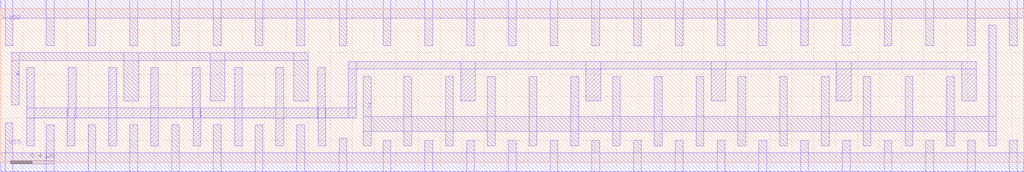
<source format=lef>
# Nangate45_tech.lef + Nangate45_stdcell.lef
# 05/24/2020 cherry fix FILLCELL_X2 size
# 
# ******************************************************************************
# *                                                                            *
# *                   Copyright (C) 2004-2010, Nangate Inc.                    *
# *                           All rights reserved.                             *
# *                                                                            *
# * Nangate and the Nangate logo are trademarks of Nangate Inc.                *
# *                                                                            *
# * All trademarks, logos, software marks, and trade names (collectively the   *
# * "Marks") in this program are proprietary to Nangate or other respective    *
# * owners that have granted Nangate the right and license to use such Marks.  *
# * You are not permitted to use the Marks without the prior written consent   *
# * of Nangate or such third party that may own the Marks.                     *
# *                                                                            *
# * This file has been provided pursuant to a License Agreement containing     *
# * restrictions on its use. This file contains valuable trade secrets and     *
# * proprietary information of Nangate Inc., and is protected by U.S. and      *
# * international laws and/or treaties.                                        *
# *                                                                            *
# * The copyright notice(s) in this file does not indicate actual or intended  *
# * publication of this file.                                                  *
# *                                                                            *
# *     NGLibraryCreator, v2010.08-HR32-SP3-2010-08-05 - build 1009061800      *
# *                                                                            *
# ******************************************************************************
# 
# 
# Running on brazil06.nangate.com.br for user Giancarlo Franciscatto (gfr).
# Local time is now Fri, 3 Dec 2010, 19:32:18.
# Main process id is 27821.

VERSION 5.6 ;
BUSBITCHARS "[]" ;
DIVIDERCHAR "/" ;

UNITS
  DATABASE MICRONS 2000 ;
END UNITS

MANUFACTURINGGRID 0.0050 ;

LAYER poly
  TYPE MASTERSLICE ;
END poly

LAYER active
  TYPE MASTERSLICE ;
END active

LAYER metal1
  TYPE ROUTING ;
  SPACING 0.065 ;
  WIDTH 0.07 ;
  PITCH 0.14 ;
  DIRECTION HORIZONTAL ;
  OFFSET 0.095 0.07 ;
  RESISTANCE RPERSQ 0.38 ;
  THICKNESS 0.13 ;
  HEIGHT 0.37 ;
  CAPACITANCE CPERSQDIST 7.7161e-05 ;
  EDGECAPACITANCE 2.7365e-05 ;
END metal1

LAYER via1
  TYPE CUT ;
  SPACING 0.08 ;
  WIDTH 0.07 ;
  RESISTANCE 5 ;
END via1

LAYER metal2
  TYPE ROUTING ;
  SPACINGTABLE 
    PARALLELRUNLENGTH    0.0000     0.3000     0.9000     1.8000     2.7000     4.0000     
      WIDTH 0.0000       0.0700     0.0700     0.0700     0.0700     0.0700     0.0700     
      WIDTH 0.0900       0.0700     0.0900     0.0900     0.0900     0.0900     0.0900     
      WIDTH 0.2700       0.0700     0.0900     0.2700     0.2700     0.2700     0.2700     
      WIDTH 0.5000       0.0700     0.0900     0.2700     0.5000     0.5000     0.5000     
      WIDTH 0.9000       0.0700     0.0900     0.2700     0.5000     0.9000     0.9000     
      WIDTH 1.5000       0.0700     0.0900     0.2700     0.5000     0.9000     1.5000      ;
  WIDTH 0.07 ;
  PITCH 0.19 ;
  DIRECTION VERTICAL ;
  OFFSET 0.095 0.07 ;
  RESISTANCE RPERSQ 0.25 ;
  THICKNESS 0.14 ;
  HEIGHT 0.62 ;
  CAPACITANCE CPERSQDIST 4.0896e-05 ;
  EDGECAPACITANCE 2.5157e-05 ;
END metal2

LAYER via2
  TYPE CUT ;
  SPACING 0.09 ;
  WIDTH 0.07 ;
  RESISTANCE 5 ;
END via2

LAYER metal3
  TYPE ROUTING ;
  SPACINGTABLE 
    PARALLELRUNLENGTH    0.0000     0.3000     0.9000     1.8000     2.7000     4.0000     
      WIDTH 0.0000       0.0700     0.0700     0.0700     0.0700     0.0700     0.0700     
      WIDTH 0.0900       0.0700     0.0900     0.0900     0.0900     0.0900     0.0900     
      WIDTH 0.2700       0.0700     0.0900     0.2700     0.2700     0.2700     0.2700     
      WIDTH 0.5000       0.0700     0.0900     0.2700     0.5000     0.5000     0.5000     
      WIDTH 0.9000       0.0700     0.0900     0.2700     0.5000     0.9000     0.9000     
      WIDTH 1.5000       0.0700     0.0900     0.2700     0.5000     0.9000     1.5000      ;
  WIDTH 0.07 ;
  PITCH 0.14 ;
  DIRECTION HORIZONTAL ;
  OFFSET 0.095 0.07 ;
  RESISTANCE RPERSQ 0.25 ;
  THICKNESS 0.14 ;
  HEIGHT 0.88 ;
  CAPACITANCE CPERSQDIST 2.7745e-05 ;
  EDGECAPACITANCE 2.5157e-05 ;
END metal3

LAYER via3
  TYPE CUT ;
  SPACING 0.09 ;
  WIDTH 0.07 ;
  RESISTANCE 5 ;
END via3

LAYER metal4
  TYPE ROUTING ;
  SPACINGTABLE 
    PARALLELRUNLENGTH    0.0000     0.9000     1.8000     2.7000     4.0000     
      WIDTH 0.0000       0.1400     0.1400     0.1400     0.1400     0.1400     
      WIDTH 0.2700       0.1400     0.2700     0.2700     0.2700     0.2700     
      WIDTH 0.5000       0.1400     0.2700     0.5000     0.5000     0.5000     
      WIDTH 0.9000       0.1400     0.2700     0.5000     0.9000     0.9000     
      WIDTH 1.5000       0.1400     0.2700     0.5000     0.9000     1.5000      ;
  WIDTH 0.14 ;
  PITCH 0.28 ;
  DIRECTION VERTICAL ;
  OFFSET 0.095 0.07 ;
  RESISTANCE RPERSQ 0.21 ;
  THICKNESS 0.28 ;
  HEIGHT 1.14 ;
  CAPACITANCE CPERSQDIST 2.0743e-05 ;
  EDGECAPACITANCE 3.0908e-05 ;
END metal4

LAYER via4
  TYPE CUT ;
  SPACING 0.16 ;
  WIDTH 0.14 ;
  RESISTANCE 3 ;
END via4

LAYER metal5
  TYPE ROUTING ;
  SPACINGTABLE 
    PARALLELRUNLENGTH    0.0000     0.9000     1.8000     2.7000     4.0000     
      WIDTH 0.0000       0.1400     0.1400     0.1400     0.1400     0.1400     
      WIDTH 0.2700       0.1400     0.2700     0.2700     0.2700     0.2700     
      WIDTH 0.5000       0.1400     0.2700     0.5000     0.5000     0.5000     
      WIDTH 0.9000       0.1400     0.2700     0.5000     0.9000     0.9000     
      WIDTH 1.5000       0.1400     0.2700     0.5000     0.9000     1.5000      ;
  WIDTH 0.14 ;
  PITCH 0.28 ;
  DIRECTION HORIZONTAL ;
  OFFSET 0.095 0.07 ;
  RESISTANCE RPERSQ 0.21 ;
  THICKNESS 0.28 ;
  HEIGHT 1.71 ;
  CAPACITANCE CPERSQDIST 1.3527e-05 ;
  EDGECAPACITANCE 2.3863e-06 ;
END metal5

LAYER via5
  TYPE CUT ;
  SPACING 0.16 ;
  WIDTH 0.14 ;
  RESISTANCE 3 ;
END via5

LAYER metal6
  TYPE ROUTING ;
  SPACINGTABLE 
    PARALLELRUNLENGTH    0.0000     0.9000     1.8000     2.7000     4.0000     
      WIDTH 0.0000       0.1400     0.1400     0.1400     0.1400     0.1400     
      WIDTH 0.2700       0.1400     0.2700     0.2700     0.2700     0.2700     
      WIDTH 0.5000       0.1400     0.2700     0.5000     0.5000     0.5000     
      WIDTH 0.9000       0.1400     0.2700     0.5000     0.9000     0.9000     
      WIDTH 1.5000       0.1400     0.2700     0.5000     0.9000     1.5000      ;
  WIDTH 0.14 ;
  PITCH 0.28 ;
  DIRECTION VERTICAL ;
  OFFSET 0.095 0.07 ;
  RESISTANCE RPERSQ 0.21 ;
  THICKNESS 0.28 ;
  HEIGHT 2.28 ;
  CAPACITANCE CPERSQDIST 1.0036e-05 ;
  EDGECAPACITANCE 2.3863e-05 ;
END metal6

LAYER via6
  TYPE CUT ;
  SPACING 0.16 ;
  WIDTH 0.14 ;
  RESISTANCE 3 ;
END via6

LAYER metal7
  TYPE ROUTING ;
  SPACINGTABLE 
    PARALLELRUNLENGTH    0.0000     1.8000     2.7000     4.0000     
      WIDTH 0.0000       0.4000     0.4000     0.4000     0.4000     
      WIDTH 0.5000       0.4000     0.5000     0.5000     0.5000     
      WIDTH 0.9000       0.4000     0.5000     0.9000     0.9000     
      WIDTH 1.5000       0.4000     0.5000     0.9000     1.5000      ;
  WIDTH 0.4 ;
  PITCH 0.8 ;
  DIRECTION HORIZONTAL ;
  OFFSET 0.095 0.07 ;
  RESISTANCE RPERSQ 0.075 ;
  THICKNESS 0.8 ;
  HEIGHT 2.85 ;
  CAPACITANCE CPERSQDIST 7.9771e-06 ;
  EDGECAPACITANCE 3.2577e-05 ;
END metal7

LAYER via7
  TYPE CUT ;
  SPACING 0.44 ;
  WIDTH 0.4 ;
  RESISTANCE 1 ;
END via7

LAYER metal8
  TYPE ROUTING ;
  SPACINGTABLE 
    PARALLELRUNLENGTH    0.0000     1.8000     2.7000     4.0000     
      WIDTH 0.0000       0.4000     0.4000     0.4000     0.4000     
      WIDTH 0.5000       0.4000     0.5000     0.5000     0.5000     
      WIDTH 0.9000       0.4000     0.5000     0.9000     0.9000     
      WIDTH 1.5000       0.4000     0.5000     0.9000     1.5000      ;
  WIDTH 0.4 ;
  PITCH 0.8 ;
  DIRECTION VERTICAL ;
  OFFSET 0.095 0.07 ;
  RESISTANCE RPERSQ 0.075 ;
  THICKNESS 0.8 ;
  HEIGHT 4.47 ;
  CAPACITANCE CPERSQDIST 5.0391e-06 ;
  EDGECAPACITANCE 2.3932e-05 ;
END metal8

LAYER via8
  TYPE CUT ;
  SPACING 0.44 ;
  WIDTH 0.4 ;
  RESISTANCE 1 ;
END via8

LAYER metal9
  TYPE ROUTING ;
  SPACINGTABLE 
    PARALLELRUNLENGTH    0.0000     2.7000     4.0000     
      WIDTH 0.0000       0.8000     0.8000     0.8000     
      WIDTH 0.9000       0.8000     0.9000     0.9000     
      WIDTH 1.5000       0.8000     0.9000     1.5000      ;
  WIDTH 0.8 ;
  PITCH 1.6 ;
  DIRECTION HORIZONTAL ;
  OFFSET 0.095 0.07 ;
  RESISTANCE RPERSQ 0.03 ;
  THICKNESS 2 ;
  HEIGHT 6.09 ;
  CAPACITANCE CPERSQDIST 3.6827e-06 ;
  EDGECAPACITANCE 3.0803e-05 ;
END metal9

LAYER via9
  TYPE CUT ;
  SPACING 0.88 ;
  WIDTH 0.8 ;
  RESISTANCE 0.5 ;
END via9

LAYER metal10
  TYPE ROUTING ;
  SPACINGTABLE 
    PARALLELRUNLENGTH    0.0000     2.7000     4.0000     
      WIDTH 0.0000       0.8000     0.8000     0.8000     
      WIDTH 0.9000       0.8000     0.9000     0.9000     
      WIDTH 1.5000       0.8000     0.9000     1.5000      ;
  WIDTH 0.8 ;
  PITCH 1.6 ;
  DIRECTION VERTICAL ;
  OFFSET 0.095 0.07 ;
  RESISTANCE RPERSQ 0.03 ;
  THICKNESS 2 ;
  HEIGHT 10.09 ;
  CAPACITANCE CPERSQDIST 2.2124e-06 ;
  EDGECAPACITANCE 2.3667e-05 ;
END metal10

LAYER OVERLAP
  TYPE OVERLAP ;
END OVERLAP

VIA via1_4 DEFAULT
  LAYER via1 ;
    RECT -0.035 -0.035 0.035 0.035 ;
  LAYER metal1 ;
    RECT -0.035 -0.07 0.035 0.07 ;
  LAYER metal2 ;
    RECT -0.035 -0.07 0.035 0.07 ;
END via1_4

VIA via1_0 DEFAULT
  LAYER via1 ;
    RECT -0.035 -0.035 0.035 0.035 ;
  LAYER metal1 ;
    RECT -0.07 -0.07 0.07 0.07 ;
  LAYER metal2 ;
    RECT -0.07 -0.07 0.07 0.07 ;
END via1_0

VIA via1_1 DEFAULT
  LAYER via1 ;
    RECT -0.035 -0.035 0.035 0.035 ;
  LAYER metal1 ;
    RECT -0.07 -0.07 0.07 0.07 ;
  LAYER metal2 ;
    RECT -0.035 -0.07 0.035 0.07 ;
END via1_1

VIA via1_2 DEFAULT
  LAYER via1 ;
    RECT -0.035 -0.035 0.035 0.035 ;
  LAYER metal1 ;
    RECT -0.07 -0.07 0.07 0.07 ;
  LAYER metal2 ;
    RECT -0.07 -0.035 0.07 0.035 ;
END via1_2

VIA via1_3 DEFAULT
  LAYER via1 ;
    RECT -0.035 -0.035 0.035 0.035 ;
  LAYER metal1 ;
    RECT -0.035 -0.07 0.035 0.07 ;
  LAYER metal2 ;
    RECT -0.07 -0.07 0.07 0.07 ;
END via1_3

VIA via1_5 DEFAULT
  LAYER via1 ;
    RECT -0.035 -0.035 0.035 0.035 ;
  LAYER metal1 ;
    RECT -0.035 -0.07 0.035 0.07 ;
  LAYER metal2 ;
    RECT -0.07 -0.035 0.07 0.035 ;
END via1_5

VIA via1_6 DEFAULT
  LAYER via1 ;
    RECT -0.035 -0.035 0.035 0.035 ;
  LAYER metal1 ;
    RECT -0.07 -0.035 0.07 0.035 ;
  LAYER metal2 ;
    RECT -0.07 -0.07 0.07 0.07 ;
END via1_6

VIA via1_7 DEFAULT
  LAYER via1 ;
    RECT -0.035 -0.035 0.035 0.035 ;
  LAYER metal1 ;
    RECT -0.07 -0.035 0.07 0.035 ;
  LAYER metal2 ;
    RECT -0.035 -0.07 0.035 0.07 ;
END via1_7

VIA via1_8 DEFAULT
  LAYER via1 ;
    RECT -0.035 -0.035 0.035 0.035 ;
  LAYER metal1 ;
    RECT -0.07 -0.035 0.07 0.035 ;
  LAYER metal2 ;
    RECT -0.07 -0.035 0.07 0.035 ;
END via1_8

VIA via2_8 DEFAULT
  LAYER via2 ;
    RECT -0.035 -0.035 0.035 0.035 ;
  LAYER metal2 ;
    RECT -0.07 -0.035 0.07 0.035 ;
  LAYER metal3 ;
    RECT -0.07 -0.035 0.07 0.035 ;
END via2_8

VIA via2_4 DEFAULT
  LAYER via2 ;
    RECT -0.035 -0.035 0.035 0.035 ;
  LAYER metal2 ;
    RECT -0.035 -0.07 0.035 0.07 ;
  LAYER metal3 ;
    RECT -0.035 -0.07 0.035 0.07 ;
END via2_4

VIA via2_5 DEFAULT
  LAYER via2 ;
    RECT -0.035 -0.035 0.035 0.035 ;
  LAYER metal2 ;
    RECT -0.035 -0.07 0.035 0.07 ;
  LAYER metal3 ;
    RECT -0.07 -0.035 0.07 0.035 ;
END via2_5

VIA via2_7 DEFAULT
  LAYER via2 ;
    RECT -0.035 -0.035 0.035 0.035 ;
  LAYER metal2 ;
    RECT -0.07 -0.035 0.07 0.035 ;
  LAYER metal3 ;
    RECT -0.035 -0.07 0.035 0.07 ;
END via2_7

VIA via2_6 DEFAULT
  LAYER via2 ;
    RECT -0.035 -0.035 0.035 0.035 ;
  LAYER metal2 ;
    RECT -0.07 -0.035 0.07 0.035 ;
  LAYER metal3 ;
    RECT -0.07 -0.07 0.07 0.07 ;
END via2_6

VIA via2_0 DEFAULT
  LAYER via2 ;
    RECT -0.035 -0.035 0.035 0.035 ;
  LAYER metal2 ;
    RECT -0.07 -0.07 0.07 0.07 ;
  LAYER metal3 ;
    RECT -0.07 -0.07 0.07 0.07 ;
END via2_0

VIA via2_1 DEFAULT
  LAYER via2 ;
    RECT -0.035 -0.035 0.035 0.035 ;
  LAYER metal2 ;
    RECT -0.07 -0.07 0.07 0.07 ;
  LAYER metal3 ;
    RECT -0.035 -0.07 0.035 0.07 ;
END via2_1

VIA via2_2 DEFAULT
  LAYER via2 ;
    RECT -0.035 -0.035 0.035 0.035 ;
  LAYER metal2 ;
    RECT -0.07 -0.07 0.07 0.07 ;
  LAYER metal3 ;
    RECT -0.07 -0.035 0.07 0.035 ;
END via2_2

VIA via2_3 DEFAULT
  LAYER via2 ;
    RECT -0.035 -0.035 0.035 0.035 ;
  LAYER metal2 ;
    RECT -0.035 -0.07 0.035 0.07 ;
  LAYER metal3 ;
    RECT -0.07 -0.07 0.07 0.07 ;
END via2_3

VIA via3_2 DEFAULT
  LAYER via3 ;
    RECT -0.035 -0.035 0.035 0.035 ;
  LAYER metal3 ;
    RECT -0.07 -0.035 0.07 0.035 ;
  LAYER metal4 ;
    RECT -0.07 -0.07 0.07 0.07 ;
END via3_2

VIA via3_0 DEFAULT
  LAYER via3 ;
    RECT -0.035 -0.035 0.035 0.035 ;
  LAYER metal3 ;
    RECT -0.07 -0.07 0.07 0.07 ;
  LAYER metal4 ;
    RECT -0.07 -0.07 0.07 0.07 ;
END via3_0

VIA via3_1 DEFAULT
  LAYER via3 ;
    RECT -0.035 -0.035 0.035 0.035 ;
  LAYER metal3 ;
    RECT -0.035 -0.07 0.035 0.07 ;
  LAYER metal4 ;
    RECT -0.07 -0.07 0.07 0.07 ;
END via3_1

VIA via4_0 DEFAULT
  LAYER via4 ;
    RECT -0.07 -0.07 0.07 0.07 ;
  LAYER metal4 ;
    RECT -0.07 -0.07 0.07 0.07 ;
  LAYER metal5 ;
    RECT -0.07 -0.07 0.07 0.07 ;
END via4_0

VIA via5_0 DEFAULT
  LAYER via5 ;
    RECT -0.07 -0.07 0.07 0.07 ;
  LAYER metal5 ;
    RECT -0.07 -0.07 0.07 0.07 ;
  LAYER metal6 ;
    RECT -0.07 -0.07 0.07 0.07 ;
END via5_0

VIA via6_0 DEFAULT
  LAYER via6 ;
    RECT -0.07 -0.07 0.07 0.07 ;
  LAYER metal6 ;
    RECT -0.07 -0.07 0.07 0.07 ;
  LAYER metal7 ;
    RECT -0.2 -0.2 0.2 0.2 ;
END via6_0

VIA via7_0 DEFAULT
  LAYER via7 ;
    RECT -0.2 -0.2 0.2 0.2 ;
  LAYER metal7 ;
    RECT -0.2 -0.2 0.2 0.2 ;
  LAYER metal8 ;
    RECT -0.2 -0.2 0.2 0.2 ;
END via7_0

VIA via8_0 DEFAULT
  LAYER via8 ;
    RECT -0.2 -0.2 0.2 0.2 ;
  LAYER metal8 ;
    RECT -0.2 -0.2 0.2 0.2 ;
  LAYER metal9 ;
    RECT -0.4 -0.4 0.4 0.4 ;
END via8_0

VIA via9_0 DEFAULT
  LAYER via9 ;
    RECT -0.4 -0.4 0.4 0.4 ;
  LAYER metal9 ;
    RECT -0.4 -0.4 0.4 0.4 ;
  LAYER metal10 ;
    RECT -0.4 -0.4 0.4 0.4 ;
END via9_0

VIARULE Via1Array-0 GENERATE
  LAYER metal1 ;
    ENCLOSURE 0.035 0.035 ;
  LAYER metal2 ;
    ENCLOSURE 0.035 0.035 ;
  LAYER via1 ;
    RECT -0.035 -0.035 0.035 0.035 ;
    SPACING 0.15 BY 0.15 ;
END Via1Array-0

VIARULE Via1Array-1 GENERATE
  LAYER metal1 ;
    ENCLOSURE 0 0.035 ;
  LAYER metal2 ;
    ENCLOSURE 0 0.035 ;
  LAYER via1 ;
    RECT -0.035 -0.035 0.035 0.035 ;
    SPACING 0.15 BY 0.15 ;
END Via1Array-1

VIARULE Via1Array-2 GENERATE
  LAYER metal1 ;
    ENCLOSURE 0.035 0 ;
  LAYER metal2 ;
    ENCLOSURE 0.035 0 ;
  LAYER via1 ;
    RECT -0.035 -0.035 0.035 0.035 ;
    SPACING 0.15 BY 0.15 ;
END Via1Array-2

VIARULE Via1Array-3 GENERATE
  LAYER metal1 ;
    ENCLOSURE 0 0.035 ;
  LAYER metal2 ;
    ENCLOSURE 0.035 0 ;
  LAYER via1 ;
    RECT -0.035 -0.035 0.035 0.035 ;
    SPACING 0.15 BY 0.15 ;
END Via1Array-3

VIARULE Via1Array-4 GENERATE
  LAYER metal1 ;
    ENCLOSURE 0.035 0 ;
  LAYER metal2 ;
    ENCLOSURE 0 0.035 ;
  LAYER via1 ;
    RECT -0.035 -0.035 0.035 0.035 ;
    SPACING 0.15 BY 0.15 ;
END Via1Array-4

VIARULE Via2Array-0 GENERATE
  LAYER metal2 ;
    ENCLOSURE 0.035 0.035 ;
  LAYER metal3 ;
    ENCLOSURE 0.035 0.035 ;
  LAYER via2 ;
    RECT -0.035 -0.035 0.035 0.035 ;
    SPACING 0.16 BY 0.16 ;
END Via2Array-0

VIARULE Via2Array-1 GENERATE
  LAYER metal2 ;
    ENCLOSURE 0 0.035 ;
  LAYER metal3 ;
    ENCLOSURE 0 0.035 ;
  LAYER via2 ;
    RECT -0.035 -0.035 0.035 0.035 ;
    SPACING 0.16 BY 0.16 ;
END Via2Array-1

VIARULE Via2Array-2 GENERATE
  LAYER metal2 ;
    ENCLOSURE 0.035 0 ;
  LAYER metal3 ;
    ENCLOSURE 0.035 0 ;
  LAYER via2 ;
    RECT -0.035 -0.035 0.035 0.035 ;
    SPACING 0.16 BY 0.16 ;
END Via2Array-2

VIARULE Via2Array-3 GENERATE
  LAYER metal2 ;
    ENCLOSURE 0 0.035 ;
  LAYER metal3 ;
    ENCLOSURE 0.035 0 ;
  LAYER via2 ;
    RECT -0.035 -0.035 0.035 0.035 ;
    SPACING 0.16 BY 0.16 ;
END Via2Array-3

VIARULE Via2Array-4 GENERATE
  LAYER metal2 ;
    ENCLOSURE 0.035 0 ;
  LAYER metal3 ;
    ENCLOSURE 0 0.035 ;
  LAYER via2 ;
    RECT -0.035 -0.035 0.035 0.035 ;
    SPACING 0.16 BY 0.16 ;
END Via2Array-4

VIARULE Via3Array-0 GENERATE
  LAYER metal3 ;
    ENCLOSURE 0.035 0.035 ;
  LAYER metal4 ;
    ENCLOSURE 0.035 0.035 ;
  LAYER via3 ;
    RECT -0.035 -0.035 0.035 0.035 ;
    SPACING 0.16 BY 0.16 ;
END Via3Array-0

VIARULE Via3Array-1 GENERATE
  LAYER metal3 ;
    ENCLOSURE 0 0.035 ;
  LAYER metal4 ;
    ENCLOSURE 0.035 0.035 ;
  LAYER via3 ;
    RECT -0.035 -0.035 0.035 0.035 ;
    SPACING 0.16 BY 0.16 ;
END Via3Array-1

VIARULE Via3Array-2 GENERATE
  LAYER metal3 ;
    ENCLOSURE 0.035 0 ;
  LAYER metal4 ;
    ENCLOSURE 0.035 0.035 ;
  LAYER via3 ;
    RECT -0.035 -0.035 0.035 0.035 ;
    SPACING 0.16 BY 0.16 ;
END Via3Array-2

VIARULE Via4Array-0 GENERATE
  LAYER metal4 ;
    ENCLOSURE 0 0 ;
  LAYER metal5 ;
    ENCLOSURE 0 0 ;
  LAYER via4 ;
    RECT -0.07 -0.07 0.07 0.07 ;
    SPACING 0.3 BY 0.3 ;
END Via4Array-0

VIARULE Via5Array-0 GENERATE
  LAYER metal5 ;
    ENCLOSURE 0 0 ;
  LAYER metal6 ;
    ENCLOSURE 0 0 ;
  LAYER via5 ;
    RECT -0.07 -0.07 0.07 0.07 ;
    SPACING 0.3 BY 0.3 ;
END Via5Array-0

VIARULE Via6Array-0 GENERATE
  LAYER metal6 ;
    ENCLOSURE 0 0 ;
  LAYER metal7 ;
    ENCLOSURE 0.13 0.13 ;
  LAYER via6 ;
    RECT -0.07 -0.07 0.07 0.07 ;
    SPACING 0.3 BY 0.3 ;
END Via6Array-0

VIARULE Via7Array-0 GENERATE
  LAYER metal7 ;
    ENCLOSURE 0 0 ;
  LAYER metal8 ;
    ENCLOSURE 0 0 ;
  LAYER via7 ;
    RECT -0.2 -0.2 0.2 0.2 ;
    SPACING 0.84 BY 0.84 ;
END Via7Array-0

VIARULE Via8Array-0 GENERATE
  LAYER metal8 ;
    ENCLOSURE 0 0 ;
  LAYER metal9 ;
    ENCLOSURE 0.2 0.2 ;
  LAYER via8 ;
    RECT -0.2 -0.2 0.2 0.2 ;
    SPACING 0.84 BY 0.84 ;
END Via8Array-0

VIARULE Via9Array-0 GENERATE
  LAYER metal10 ;
    ENCLOSURE 0 0 ;
  LAYER metal9 ;
    ENCLOSURE 0 0 ;
  LAYER via9 ;
    RECT -0.4 -0.4 0.4 0.4 ;
    SPACING 1.68 BY 1.68 ;
END Via9Array-0

SPACING
  SAMENET metal1 metal1 0.065 ;
  SAMENET metal2 metal2 0.07 ;
  SAMENET metal3 metal3 0.07 ;
  SAMENET metal4 metal4 0.14 ;
  SAMENET metal5 metal5 0.14 ;
  SAMENET metal6 metal6 0.14 ;
  SAMENET metal7 metal7 0.4 ;
  SAMENET metal8 metal8 0.4 ;
  SAMENET metal9 metal9 0.8 ;
  SAMENET metal10 metal10 0.8 ;
  SAMENET via1 via1 0.08 ;
  SAMENET via2 via2 0.09 ;
  SAMENET via3 via3 0.09 ;
  SAMENET via4 via4 0.16 ;
  SAMENET via5 via5 0.16 ;
  SAMENET via6 via6 0.16 ;
  SAMENET via7 via7 0.44 ;
  SAMENET via8 via8 0.44 ;
  SAMENET via9 via9 0.88 ;
  SAMENET via1 via2 0.0 STACK ;
  SAMENET via2 via3 0.0 STACK ;
  SAMENET via3 via4 0.0 STACK ;
  SAMENET via4 via5 0.0 STACK ;
  SAMENET via5 via6 0.0 STACK ;
  SAMENET via6 via7 0.0 STACK ;
  SAMENET via7 via8 0.0 STACK ;
  SAMENET via8 via9 0.0 STACK ;
END SPACING

SITE FreePDK45_38x28_10R_NP_162NW_34O
  SYMMETRY y ;
  CLASS core ;
  SIZE 0.19 BY 1.4 ;
END FreePDK45_38x28_10R_NP_162NW_34O

MACRO AND2_X1
  CLASS CORE ;
  ORIGIN 0 0 ;
  FOREIGN AND2_X1 0 0 ;
  SIZE 0.76 BY 1.4 ;
  SYMMETRY X Y ;
  SITE FreePDK45_38x28_10R_NP_162NW_34O ;
  PIN A1
    DIRECTION INPUT ;
    USE SIGNAL ;
    PORT
      LAYER metal1 ;
        RECT 0.06 0.525 0.185 0.7 ;
    END
  END A1
  PIN A2
    DIRECTION INPUT ;
    USE SIGNAL ;
    PORT
      LAYER metal1 ;
        RECT 0.25 0.525 0.38 0.7 ;
    END
  END A2
  PIN ZN
    DIRECTION OUTPUT ;
    USE SIGNAL ;
    PORT
      LAYER metal1 ;
        RECT 0.61 0.19 0.7 1.25 ;
    END
  END ZN
  PIN VDD
    DIRECTION INOUT ;
    USE POWER ;
    SHAPE ABUTMENT ;
    PORT
      LAYER metal1 ;
        RECT 0 1.315 0.76 1.485 ;
        RECT 0.415 0.975 0.485 1.485 ;
        RECT 0.04 0.975 0.11 1.485 ;
    END
  END VDD
  PIN VSS
    DIRECTION INOUT ;
    USE GROUND ;
    SHAPE ABUTMENT ;
    PORT
      LAYER metal1 ;
        RECT 0 -0.085 0.76 0.085 ;
        RECT 0.415 -0.085 0.485 0.325 ;
    END
  END VSS
  OBS
    LAYER metal1 ;
      RECT 0.235 0.84 0.305 1.25 ;
      RECT 0.235 0.84 0.54 0.91 ;
      RECT 0.47 0.39 0.54 0.91 ;
      RECT 0.045 0.39 0.54 0.46 ;
      RECT 0.045 0.19 0.115 0.46 ;
  END
END AND2_X1

MACRO AND2_X2
  CLASS CORE ;
  ORIGIN 0 0 ;
  FOREIGN AND2_X2 0 0 ;
  SIZE 0.95 BY 1.4 ;
  SYMMETRY X Y ;
  SITE FreePDK45_38x28_10R_NP_162NW_34O ;
  PIN A1
    DIRECTION INPUT ;
    USE SIGNAL ;
    PORT
      LAYER metal1 ;
        RECT 0.06 0.525 0.185 0.7 ;
    END
  END A1
  PIN A2
    DIRECTION INPUT ;
    USE SIGNAL ;
    PORT
      LAYER metal1 ;
        RECT 0.25 0.525 0.38 0.7 ;
    END
  END A2
  PIN ZN
    DIRECTION OUTPUT ;
    USE SIGNAL ;
    PORT
      LAYER metal1 ;
        RECT 0.615 0.15 0.7 1.25 ;
    END
  END ZN
  PIN VDD
    DIRECTION INOUT ;
    USE POWER ;
    SHAPE ABUTMENT ;
    PORT
      LAYER metal1 ;
        RECT 0 1.315 0.95 1.485 ;
        RECT 0.795 0.975 0.865 1.485 ;
        RECT 0.415 0.975 0.485 1.485 ;
        RECT 0.04 0.975 0.11 1.485 ;
    END
  END VDD
  PIN VSS
    DIRECTION INOUT ;
    USE GROUND ;
    SHAPE ABUTMENT ;
    PORT
      LAYER metal1 ;
        RECT 0 -0.085 0.95 0.085 ;
        RECT 0.795 -0.085 0.865 0.425 ;
        RECT 0.415 -0.085 0.485 0.285 ;
    END
  END VSS
  OBS
    LAYER metal1 ;
      RECT 0.235 0.84 0.305 1.25 ;
      RECT 0.235 0.84 0.545 0.91 ;
      RECT 0.475 0.39 0.545 0.91 ;
      RECT 0.045 0.39 0.545 0.46 ;
      RECT 0.045 0.15 0.115 0.46 ;
  END
END AND2_X2

MACRO AND2_X4
  CLASS CORE ;
  ORIGIN 0 0 ;
  FOREIGN AND2_X4 0 0 ;
  SIZE 1.71 BY 1.4 ;
  SYMMETRY X Y ;
  SITE FreePDK45_38x28_10R_NP_162NW_34O ;
  PIN A1
    DIRECTION INPUT ;
    USE SIGNAL ;
    PORT
      LAYER metal1 ;
        RECT 0.25 0.42 0.38 0.66 ;
    END
  END A1
  PIN A2
    DIRECTION INPUT ;
    USE SIGNAL ;
    PORT
      LAYER metal1 ;
        RECT 0.06 0.725 0.76 0.795 ;
        RECT 0.69 0.525 0.76 0.795 ;
        RECT 0.06 0.42 0.185 0.795 ;
    END
  END A2
  PIN ZN
    DIRECTION OUTPUT ;
    USE SIGNAL ;
    PORT
      LAYER metal1 ;
        RECT 1.365 0.15 1.435 1.25 ;
        RECT 0.995 0.68 1.435 0.75 ;
        RECT 0.995 0.15 1.08 1.25 ;
    END
  END ZN
  PIN VDD
    DIRECTION INOUT ;
    USE POWER ;
    SHAPE ABUTMENT ;
    PORT
      LAYER metal1 ;
        RECT 0 1.315 1.71 1.485 ;
        RECT 1.555 0.995 1.625 1.485 ;
        RECT 1.175 0.995 1.245 1.485 ;
        RECT 0.795 0.995 0.865 1.485 ;
        RECT 0.415 0.995 0.485 1.485 ;
        RECT 0.04 0.995 0.11 1.485 ;
    END
  END VDD
  PIN VSS
    DIRECTION INOUT ;
    USE GROUND ;
    SHAPE ABUTMENT ;
    PORT
      LAYER metal1 ;
        RECT 0 -0.085 1.71 0.085 ;
        RECT 1.555 -0.085 1.625 0.355 ;
        RECT 1.175 -0.085 1.245 0.355 ;
        RECT 0.795 -0.085 0.865 0.215 ;
        RECT 0.04 -0.085 0.11 0.355 ;
    END
  END VSS
  OBS
    LAYER metal1 ;
      RECT 0.605 0.86 0.675 1.25 ;
      RECT 0.235 0.86 0.305 1.25 ;
      RECT 0.235 0.86 0.92 0.93 ;
      RECT 0.85 0.285 0.92 0.93 ;
      RECT 0.425 0.285 0.92 0.355 ;
      RECT 0.425 0.22 0.495 0.355 ;
  END
END AND2_X4

MACRO AND3_X1
  CLASS CORE ;
  ORIGIN 0 0 ;
  FOREIGN AND3_X1 0 0 ;
  SIZE 0.95 BY 1.4 ;
  SYMMETRY X Y ;
  SITE FreePDK45_38x28_10R_NP_162NW_34O ;
  PIN A1
    DIRECTION INPUT ;
    USE SIGNAL ;
    PORT
      LAYER metal1 ;
        RECT 0.06 0.525 0.185 0.7 ;
    END
  END A1
  PIN A2
    DIRECTION INPUT ;
    USE SIGNAL ;
    PORT
      LAYER metal1 ;
        RECT 0.25 0.525 0.375 0.7 ;
    END
  END A2
  PIN A3
    DIRECTION INPUT ;
    USE SIGNAL ;
    PORT
      LAYER metal1 ;
        RECT 0.44 0.525 0.57 0.7 ;
    END
  END A3
  PIN ZN
    DIRECTION OUTPUT ;
    USE SIGNAL ;
    PORT
      LAYER metal1 ;
        RECT 0.8 0.975 0.89 1.25 ;
        RECT 0.82 0.15 0.89 1.25 ;
        RECT 0.8 0.15 0.89 0.425 ;
    END
  END ZN
  PIN VDD
    DIRECTION INOUT ;
    USE POWER ;
    SHAPE ABUTMENT ;
    PORT
      LAYER metal1 ;
        RECT 0 1.315 0.95 1.485 ;
        RECT 0.605 1 0.675 1.485 ;
        RECT 0.225 1.04 0.295 1.485 ;
    END
  END VDD
  PIN VSS
    DIRECTION INOUT ;
    USE GROUND ;
    SHAPE ABUTMENT ;
    PORT
      LAYER metal1 ;
        RECT 0 -0.085 0.95 0.085 ;
        RECT 0.605 -0.085 0.675 0.285 ;
    END
  END VSS
  OBS
    LAYER metal1 ;
      RECT 0.415 0.865 0.485 1.25 ;
      RECT 0.045 0.865 0.115 1.25 ;
      RECT 0.045 0.865 0.705 0.935 ;
      RECT 0.635 0.35 0.705 0.935 ;
      RECT 0.635 0.525 0.755 0.66 ;
      RECT 0.045 0.35 0.705 0.42 ;
      RECT 0.045 0.15 0.115 0.42 ;
  END
END AND3_X1

MACRO AND3_X2
  CLASS CORE ;
  ORIGIN 0 0 ;
  FOREIGN AND3_X2 0 0 ;
  SIZE 1.14 BY 1.4 ;
  SYMMETRY X Y ;
  SITE FreePDK45_38x28_10R_NP_162NW_34O ;
  PIN A1
    DIRECTION INPUT ;
    USE SIGNAL ;
    PORT
      LAYER metal1 ;
        RECT 0.06 0.525 0.185 0.7 ;
    END
  END A1
  PIN A2
    DIRECTION INPUT ;
    USE SIGNAL ;
    PORT
      LAYER metal1 ;
        RECT 0.25 0.525 0.375 0.7 ;
    END
  END A2
  PIN A3
    DIRECTION INPUT ;
    USE SIGNAL ;
    PORT
      LAYER metal1 ;
        RECT 0.44 0.525 0.57 0.7 ;
    END
  END A3
  PIN ZN
    DIRECTION OUTPUT ;
    USE SIGNAL ;
    PORT
      LAYER metal1 ;
        RECT 0.805 0.15 0.89 1.25 ;
    END
  END ZN
  PIN VDD
    DIRECTION INOUT ;
    USE POWER ;
    SHAPE ABUTMENT ;
    PORT
      LAYER metal1 ;
        RECT 0 1.315 1.14 1.485 ;
        RECT 0.99 0.975 1.06 1.485 ;
        RECT 0.605 0.975 0.675 1.485 ;
        RECT 0.225 0.975 0.295 1.485 ;
    END
  END VDD
  PIN VSS
    DIRECTION INOUT ;
    USE GROUND ;
    SHAPE ABUTMENT ;
    PORT
      LAYER metal1 ;
        RECT 0 -0.085 1.14 0.085 ;
        RECT 0.99 -0.085 1.06 0.425 ;
        RECT 0.605 -0.085 0.675 0.285 ;
    END
  END VSS
  OBS
    LAYER metal1 ;
      RECT 0.415 0.8 0.485 1.25 ;
      RECT 0.045 0.8 0.115 1.25 ;
      RECT 0.045 0.8 0.735 0.87 ;
      RECT 0.665 0.355 0.735 0.87 ;
      RECT 0.045 0.355 0.735 0.425 ;
      RECT 0.045 0.15 0.115 0.425 ;
  END
END AND3_X2

MACRO AND3_X4
  CLASS CORE ;
  ORIGIN 0 0 ;
  FOREIGN AND3_X4 0 0 ;
  SIZE 2.09 BY 1.4 ;
  SYMMETRY X Y ;
  SITE FreePDK45_38x28_10R_NP_162NW_34O ;
  PIN A1
    DIRECTION INPUT ;
    USE SIGNAL ;
    PORT
      LAYER metal1 ;
        RECT 0.595 0.555 0.73 0.7 ;
    END
  END A1
  PIN A2
    DIRECTION INPUT ;
    USE SIGNAL ;
    PORT
      LAYER metal1 ;
        RECT 0.82 0.42 0.95 0.7 ;
        RECT 0.34 0.42 0.95 0.49 ;
        RECT 0.34 0.42 0.41 0.66 ;
    END
  END A2
  PIN A3
    DIRECTION INPUT ;
    USE SIGNAL ;
    PORT
      LAYER metal1 ;
        RECT 0.12 0.765 1.14 0.835 ;
        RECT 1.07 0.525 1.14 0.835 ;
        RECT 0.12 0.525 0.19 0.835 ;
        RECT 0.06 0.525 0.19 0.7 ;
    END
  END A3
  PIN ZN
    DIRECTION OUTPUT ;
    USE SIGNAL ;
    PORT
      LAYER metal1 ;
        RECT 1.745 0.15 1.815 1.25 ;
        RECT 1.375 0.56 1.815 0.7 ;
        RECT 1.375 0.15 1.445 1.25 ;
    END
  END ZN
  PIN VDD
    DIRECTION INOUT ;
    USE POWER ;
    SHAPE ABUTMENT ;
    PORT
      LAYER metal1 ;
        RECT 0 1.315 2.09 1.485 ;
        RECT 1.935 1.035 2.005 1.485 ;
        RECT 1.555 1.035 1.625 1.485 ;
        RECT 1.175 1.035 1.245 1.485 ;
        RECT 0.795 1.035 0.865 1.485 ;
        RECT 0.415 1.035 0.485 1.485 ;
        RECT 0.04 1.035 0.11 1.485 ;
    END
  END VDD
  PIN VSS
    DIRECTION INOUT ;
    USE GROUND ;
    SHAPE ABUTMENT ;
    PORT
      LAYER metal1 ;
        RECT 0 -0.085 2.09 0.085 ;
        RECT 1.935 -0.085 2.005 0.425 ;
        RECT 1.555 -0.085 1.625 0.425 ;
        RECT 1.175 -0.085 1.245 0.195 ;
        RECT 0.04 -0.085 0.11 0.425 ;
    END
  END VSS
  OBS
    LAYER metal1 ;
      RECT 0.985 0.9 1.055 1.25 ;
      RECT 0.605 0.9 0.675 1.25 ;
      RECT 0.235 0.9 0.305 1.25 ;
      RECT 0.235 0.9 1.305 0.97 ;
      RECT 1.235 0.26 1.305 0.97 ;
      RECT 0.615 0.26 1.305 0.33 ;
      RECT 0.615 0.15 0.685 0.33 ;
  END
END AND3_X4

MACRO AND4_X1
  CLASS CORE ;
  ORIGIN 0 0 ;
  FOREIGN AND4_X1 0 0 ;
  SIZE 1.14 BY 1.4 ;
  SYMMETRY X Y ;
  SITE FreePDK45_38x28_10R_NP_162NW_34O ;
  PIN A1
    DIRECTION INPUT ;
    USE SIGNAL ;
    PORT
      LAYER metal1 ;
        RECT 0.06 0.525 0.185 0.7 ;
    END
  END A1
  PIN A2
    DIRECTION INPUT ;
    USE SIGNAL ;
    PORT
      LAYER metal1 ;
        RECT 0.25 0.525 0.375 0.7 ;
    END
  END A2
  PIN A3
    DIRECTION INPUT ;
    USE SIGNAL ;
    PORT
      LAYER metal1 ;
        RECT 0.44 0.525 0.565 0.7 ;
    END
  END A3
  PIN A4
    DIRECTION INPUT ;
    USE SIGNAL ;
    PORT
      LAYER metal1 ;
        RECT 0.63 0.525 0.76 0.7 ;
    END
  END A4
  PIN ZN
    DIRECTION OUTPUT ;
    USE SIGNAL ;
    PORT
      LAYER metal1 ;
        RECT 0.99 0.15 1.08 1.25 ;
    END
  END ZN
  PIN VDD
    DIRECTION INOUT ;
    USE POWER ;
    SHAPE ABUTMENT ;
    PORT
      LAYER metal1 ;
        RECT 0 1.315 1.14 1.485 ;
        RECT 0.795 0.975 0.865 1.485 ;
        RECT 0.415 0.975 0.485 1.485 ;
        RECT 0.04 0.975 0.11 1.485 ;
    END
  END VDD
  PIN VSS
    DIRECTION INOUT ;
    USE GROUND ;
    SHAPE ABUTMENT ;
    PORT
      LAYER metal1 ;
        RECT 0 -0.085 1.14 0.085 ;
        RECT 0.795 -0.085 0.865 0.285 ;
    END
  END VSS
  OBS
    LAYER metal1 ;
      RECT 0.605 0.84 0.675 1.25 ;
      RECT 0.235 0.84 0.305 1.25 ;
      RECT 0.235 0.84 0.925 0.91 ;
      RECT 0.855 0.35 0.925 0.91 ;
      RECT 0.045 0.35 0.925 0.42 ;
      RECT 0.045 0.15 0.115 0.42 ;
  END
END AND4_X1

MACRO AND4_X2
  CLASS CORE ;
  ORIGIN 0 0 ;
  FOREIGN AND4_X2 0 0 ;
  SIZE 1.33 BY 1.4 ;
  SYMMETRY X Y ;
  SITE FreePDK45_38x28_10R_NP_162NW_34O ;
  PIN A1
    DIRECTION INPUT ;
    USE SIGNAL ;
    PORT
      LAYER metal1 ;
        RECT 0.06 0.525 0.185 0.7 ;
    END
  END A1
  PIN A2
    DIRECTION INPUT ;
    USE SIGNAL ;
    PORT
      LAYER metal1 ;
        RECT 0.25 0.525 0.375 0.7 ;
    END
  END A2
  PIN A3
    DIRECTION INPUT ;
    USE SIGNAL ;
    PORT
      LAYER metal1 ;
        RECT 0.44 0.525 0.565 0.7 ;
    END
  END A3
  PIN A4
    DIRECTION INPUT ;
    USE SIGNAL ;
    PORT
      LAYER metal1 ;
        RECT 0.63 0.525 0.76 0.7 ;
    END
  END A4
  PIN ZN
    DIRECTION OUTPUT ;
    USE SIGNAL ;
    PORT
      LAYER metal1 ;
        RECT 0.995 0.15 1.08 1.25 ;
    END
  END ZN
  PIN VDD
    DIRECTION INOUT ;
    USE POWER ;
    SHAPE ABUTMENT ;
    PORT
      LAYER metal1 ;
        RECT 0 1.315 1.33 1.485 ;
        RECT 1.18 0.975 1.25 1.485 ;
        RECT 0.795 0.975 0.865 1.485 ;
        RECT 0.415 0.975 0.485 1.485 ;
        RECT 0.04 0.975 0.11 1.485 ;
    END
  END VDD
  PIN VSS
    DIRECTION INOUT ;
    USE GROUND ;
    SHAPE ABUTMENT ;
    PORT
      LAYER metal1 ;
        RECT 0 -0.085 1.33 0.085 ;
        RECT 1.18 -0.085 1.25 0.425 ;
        RECT 0.795 -0.085 0.865 0.27 ;
    END
  END VSS
  OBS
    LAYER metal1 ;
      RECT 0.605 0.8 0.675 1.25 ;
      RECT 0.235 0.8 0.305 1.25 ;
      RECT 0.235 0.8 0.925 0.87 ;
      RECT 0.855 0.355 0.925 0.87 ;
      RECT 0.045 0.355 0.925 0.425 ;
      RECT 0.045 0.15 0.115 0.425 ;
  END
END AND4_X2

MACRO AND4_X4
  CLASS CORE ;
  ORIGIN 0 0 ;
  FOREIGN AND4_X4 0 0 ;
  SIZE 2.47 BY 1.4 ;
  SYMMETRY X Y ;
  SITE FreePDK45_38x28_10R_NP_162NW_34O ;
  PIN A1
    DIRECTION INPUT ;
    USE SIGNAL ;
    PORT
      LAYER metal1 ;
        RECT 0.8 0.56 0.935 0.7 ;
    END
  END A1
  PIN A2
    DIRECTION INPUT ;
    USE SIGNAL ;
    PORT
      LAYER metal1 ;
        RECT 1.065 0.425 1.135 0.66 ;
        RECT 0.565 0.425 1.135 0.495 ;
        RECT 0.565 0.425 0.7 0.7 ;
    END
  END A2
  PIN A3
    DIRECTION INPUT ;
    USE SIGNAL ;
    PORT
      LAYER metal1 ;
        RECT 0.355 0.77 1.345 0.84 ;
        RECT 1.2 0.525 1.345 0.84 ;
        RECT 0.355 0.525 0.425 0.84 ;
    END
  END A3
  PIN A4
    DIRECTION INPUT ;
    USE SIGNAL ;
    PORT
      LAYER metal1 ;
        RECT 0.135 0.905 1.535 0.975 ;
        RECT 1.465 0.525 1.535 0.975 ;
        RECT 0.135 0.525 0.205 0.975 ;
        RECT 0.06 0.525 0.205 0.7 ;
    END
  END A4
  PIN ZN
    DIRECTION OUTPUT ;
    USE SIGNAL ;
    PORT
      LAYER metal1 ;
        RECT 2.14 0.15 2.21 0.925 ;
        RECT 1.77 0.56 2.21 0.7 ;
        RECT 1.77 0.15 1.84 0.925 ;
    END
  END ZN
  PIN VDD
    DIRECTION INOUT ;
    USE POWER ;
    SHAPE ABUTMENT ;
    PORT
      LAYER metal1 ;
        RECT 0 1.315 2.47 1.485 ;
        RECT 2.33 1.065 2.4 1.485 ;
        RECT 1.95 1.065 2.02 1.485 ;
        RECT 1.57 1.175 1.64 1.485 ;
        RECT 1.19 1.175 1.26 1.485 ;
        RECT 0.81 1.175 0.88 1.485 ;
        RECT 0.43 1.175 0.5 1.485 ;
        RECT 0.055 1.065 0.125 1.485 ;
    END
  END VDD
  PIN VSS
    DIRECTION INOUT ;
    USE GROUND ;
    SHAPE ABUTMENT ;
    PORT
      LAYER metal1 ;
        RECT 0 -0.085 2.47 0.085 ;
        RECT 2.33 -0.085 2.4 0.425 ;
        RECT 1.95 -0.085 2.02 0.425 ;
        RECT 1.57 -0.085 1.64 0.195 ;
        RECT 0.055 -0.085 0.125 0.425 ;
    END
  END VSS
  OBS
    LAYER metal1 ;
      RECT 0.215 1.04 1.705 1.11 ;
      RECT 1.635 0.29 1.705 1.11 ;
      RECT 0.785 0.29 1.705 0.36 ;
  END
END AND4_X4

MACRO ANTENNA_X1
  CLASS CORE ANTENNACELL ;
  ORIGIN 0 0 ;
  FOREIGN ANTENNA_X1 0 0 ;
  SIZE 0.19 BY 1.4 ;
  SYMMETRY X Y ;
  SITE FreePDK45_38x28_10R_NP_162NW_34O ;
  PIN A
    DIRECTION INPUT ;
    USE SIGNAL ;
    # unknown
    ANTENNADIFFAREA  0.0 ;
    PORT
      LAYER metal1 ;
        RECT 0.06 0.42 0.13 0.75 ;
    END
  END A
  PIN VDD
    DIRECTION INOUT ;
    USE POWER ;
    SHAPE ABUTMENT ;
    PORT
      LAYER metal1 ;
        RECT 0 1.315 0.19 1.485 ;
    END
  END VDD
  PIN VSS
    DIRECTION INOUT ;
    USE GROUND ;
    SHAPE ABUTMENT ;
    PORT
      LAYER metal1 ;
        RECT 0 -0.085 0.19 0.085 ;
    END
  END VSS
END ANTENNA_X1

MACRO AOI211_X1
  CLASS CORE ;
  ORIGIN 0 0 ;
  FOREIGN AOI211_X1 0 0 ;
  SIZE 0.95 BY 1.4 ;
  SYMMETRY X Y ;
  SITE FreePDK45_38x28_10R_NP_162NW_34O ;
  PIN A
    DIRECTION INPUT ;
    USE SIGNAL ;
    PORT
      LAYER metal1 ;
        RECT 0.765 0.525 0.89 0.7 ;
    END
  END A
  PIN B
    DIRECTION INPUT ;
    USE SIGNAL ;
    PORT
      LAYER metal1 ;
        RECT 0.575 0.525 0.7 0.7 ;
    END
  END B
  PIN C1
    DIRECTION INPUT ;
    USE SIGNAL ;
    PORT
      LAYER metal1 ;
        RECT 0.41 0.525 0.51 0.7 ;
    END
  END C1
  PIN C2
    DIRECTION INPUT ;
    USE SIGNAL ;
    PORT
      LAYER metal1 ;
        RECT 0.06 0.525 0.21 0.7 ;
    END
  END C2
  PIN ZN
    DIRECTION OUTPUT ;
    USE SIGNAL ;
    PORT
      LAYER metal1 ;
        RECT 0.275 0.355 0.905 0.425 ;
        RECT 0.835 0.15 0.905 0.425 ;
        RECT 0.44 0.15 0.525 0.425 ;
        RECT 0.275 0.355 0.345 1.115 ;
    END
  END ZN
  PIN VDD
    DIRECTION INOUT ;
    USE POWER ;
    SHAPE ABUTMENT ;
    PORT
      LAYER metal1 ;
        RECT 0 1.315 0.95 1.485 ;
        RECT 0.835 0.905 0.905 1.485 ;
    END
  END VDD
  PIN VSS
    DIRECTION INOUT ;
    USE GROUND ;
    SHAPE ABUTMENT ;
    PORT
      LAYER metal1 ;
        RECT 0 -0.085 0.95 0.085 ;
        RECT 0.645 -0.085 0.715 0.285 ;
        RECT 0.08 -0.085 0.15 0.425 ;
    END
  END VSS
  OBS
    LAYER metal1 ;
      RECT 0.085 1.18 0.525 1.25 ;
      RECT 0.455 0.905 0.525 1.25 ;
      RECT 0.085 0.905 0.155 1.25 ;
  END
END AOI211_X1

MACRO AOI211_X2
  CLASS CORE ;
  ORIGIN 0 0 ;
  FOREIGN AOI211_X2 0 0 ;
  SIZE 1.71 BY 1.4 ;
  SYMMETRY X Y ;
  SITE FreePDK45_38x28_10R_NP_162NW_34O ;
  PIN A
    DIRECTION INPUT ;
    USE SIGNAL ;
    PORT
      LAYER metal1 ;
        RECT 0.39 0.56 0.525 0.7 ;
    END
  END A
  PIN B
    DIRECTION INPUT ;
    USE SIGNAL ;
    PORT
      LAYER metal1 ;
        RECT 0.06 0.765 0.75 0.835 ;
        RECT 0.68 0.525 0.75 0.835 ;
        RECT 0.06 0.525 0.185 0.835 ;
    END
  END B
  PIN C1
    DIRECTION INPUT ;
    USE SIGNAL ;
    PORT
      LAYER metal1 ;
        RECT 1.19 0.56 1.325 0.7 ;
    END
  END C1
  PIN C2
    DIRECTION INPUT ;
    USE SIGNAL ;
    PORT
      LAYER metal1 ;
        RECT 1.54 0.425 1.65 0.7 ;
        RECT 0.965 0.425 1.65 0.495 ;
        RECT 0.965 0.425 1.035 0.66 ;
    END
  END C2
  PIN ZN
    DIRECTION OUTPUT ;
    USE SIGNAL ;
    PORT
      LAYER metal1 ;
        RECT 1.405 0.765 1.475 1.055 ;
        RECT 0.82 0.765 1.475 0.835 ;
        RECT 0.2 0.285 1.32 0.355 ;
        RECT 1.185 0.15 1.32 0.355 ;
        RECT 1.025 0.765 1.095 1.055 ;
        RECT 0.82 0.285 0.89 0.835 ;
        RECT 0.2 0.15 0.335 0.355 ;
    END
  END ZN
  PIN VDD
    DIRECTION INOUT ;
    USE POWER ;
    SHAPE ABUTMENT ;
    PORT
      LAYER metal1 ;
        RECT 0 1.315 1.71 1.485 ;
        RECT 0.42 1.035 0.49 1.485 ;
    END
  END VDD
  PIN VSS
    DIRECTION INOUT ;
    USE GROUND ;
    SHAPE ABUTMENT ;
    PORT
      LAYER metal1 ;
        RECT 0 -0.085 1.71 0.085 ;
        RECT 1.595 -0.085 1.665 0.355 ;
        RECT 0.825 -0.085 0.895 0.215 ;
        RECT 0.43 -0.085 0.5 0.215 ;
        RECT 0.045 -0.085 0.115 0.355 ;
    END
  END VSS
  OBS
    LAYER metal1 ;
      RECT 0.815 1.18 1.665 1.25 ;
      RECT 1.595 0.975 1.665 1.25 ;
      RECT 0.05 0.9 0.12 1.25 ;
      RECT 1.22 0.975 1.29 1.25 ;
      RECT 0.815 0.9 0.885 1.25 ;
      RECT 0.05 0.9 0.885 0.97 ;
  END
END AOI211_X2

MACRO AOI211_X4
  CLASS CORE ;
  ORIGIN 0 0 ;
  FOREIGN AOI211_X4 0 0 ;
  SIZE 2.09 BY 1.4 ;
  SYMMETRY X Y ;
  SITE FreePDK45_38x28_10R_NP_162NW_34O ;
  PIN A
    DIRECTION INPUT ;
    USE SIGNAL ;
    PORT
      LAYER metal1 ;
        RECT 0.63 0.525 0.76 0.7 ;
    END
  END A
  PIN B
    DIRECTION INPUT ;
    USE SIGNAL ;
    PORT
      LAYER metal1 ;
        RECT 0.44 0.525 0.565 0.7 ;
    END
  END B
  PIN C1
    DIRECTION INPUT ;
    USE SIGNAL ;
    PORT
      LAYER metal1 ;
        RECT 0.06 0.525 0.185 0.7 ;
    END
  END C1
  PIN C2
    DIRECTION INPUT ;
    USE SIGNAL ;
    PORT
      LAYER metal1 ;
        RECT 0.25 0.525 0.375 0.7 ;
    END
  END C2
  PIN ZN
    DIRECTION OUTPUT ;
    USE SIGNAL ;
    PORT
      LAYER metal1 ;
        RECT 1.75 0.15 1.82 1.175 ;
        RECT 1.375 0.56 1.82 0.7 ;
        RECT 1.375 0.15 1.445 1.175 ;
    END
  END ZN
  PIN VDD
    DIRECTION INOUT ;
    USE POWER ;
    SHAPE ABUTMENT ;
    PORT
      LAYER metal1 ;
        RECT 0 1.315 2.09 1.485 ;
        RECT 1.935 0.9 2.005 1.485 ;
        RECT 1.555 0.9 1.625 1.485 ;
        RECT 1.175 0.9 1.245 1.485 ;
        RECT 0.795 0.9 0.865 1.485 ;
    END
  END VDD
  PIN VSS
    DIRECTION INOUT ;
    USE GROUND ;
    SHAPE ABUTMENT ;
    PORT
      LAYER metal1 ;
        RECT 0 -0.085 2.09 0.085 ;
        RECT 1.935 -0.085 2.005 0.425 ;
        RECT 1.555 -0.085 1.625 0.425 ;
        RECT 1.175 -0.085 1.245 0.425 ;
        RECT 0.795 -0.085 0.865 0.285 ;
        RECT 0.415 -0.085 0.485 0.285 ;
    END
  END VSS
  OBS
    LAYER metal1 ;
      RECT 0.995 0.15 1.065 1.175 ;
      RECT 0.995 0.525 1.31 0.66 ;
      RECT 0.235 0.765 0.305 1.115 ;
      RECT 0.235 0.765 0.93 0.835 ;
      RECT 0.86 0.39 0.93 0.835 ;
      RECT 0.045 0.39 0.93 0.46 ;
      RECT 0.605 0.15 0.675 0.46 ;
      RECT 0.045 0.15 0.115 0.46 ;
      RECT 0.045 1.18 0.485 1.25 ;
      RECT 0.415 0.9 0.485 1.25 ;
      RECT 0.045 0.9 0.115 1.25 ;
  END
END AOI211_X4

MACRO AOI21_X1
  CLASS CORE ;
  ORIGIN 0 0 ;
  FOREIGN AOI21_X1 0 0 ;
  SIZE 0.76 BY 1.4 ;
  SYMMETRY X Y ;
  SITE FreePDK45_38x28_10R_NP_162NW_34O ;
  PIN A
    DIRECTION INPUT ;
    USE SIGNAL ;
    PORT
      LAYER metal1 ;
        RECT 0.575 0.525 0.7 0.7 ;
    END
  END A
  PIN B1
    DIRECTION INPUT ;
    USE SIGNAL ;
    PORT
      LAYER metal1 ;
        RECT 0.4 0.525 0.51 0.7 ;
    END
  END B1
  PIN B2
    DIRECTION INPUT ;
    USE SIGNAL ;
    PORT
      LAYER metal1 ;
        RECT 0.06 0.525 0.2 0.7 ;
    END
  END B2
  PIN ZN
    DIRECTION OUTPUT ;
    USE SIGNAL ;
    PORT
      LAYER metal1 ;
        RECT 0.265 0.355 0.525 0.425 ;
        RECT 0.44 0.15 0.525 0.425 ;
        RECT 0.265 0.355 0.335 1.115 ;
    END
  END ZN
  PIN VDD
    DIRECTION INOUT ;
    USE POWER ;
    SHAPE ABUTMENT ;
    PORT
      LAYER metal1 ;
        RECT 0 1.315 0.76 1.485 ;
        RECT 0.645 0.905 0.715 1.485 ;
    END
  END VDD
  PIN VSS
    DIRECTION INOUT ;
    USE GROUND ;
    SHAPE ABUTMENT ;
    PORT
      LAYER metal1 ;
        RECT 0 -0.085 0.76 0.085 ;
        RECT 0.645 -0.085 0.715 0.355 ;
        RECT 0.08 -0.085 0.15 0.425 ;
    END
  END VSS
  OBS
    LAYER metal1 ;
      RECT 0.085 1.18 0.525 1.25 ;
      RECT 0.455 0.905 0.525 1.25 ;
      RECT 0.085 0.905 0.155 1.25 ;
  END
END AOI21_X1

MACRO AOI21_X2
  CLASS CORE ;
  ORIGIN 0 0 ;
  FOREIGN AOI21_X2 0 0 ;
  SIZE 1.33 BY 1.4 ;
  SYMMETRY X Y ;
  SITE FreePDK45_38x28_10R_NP_162NW_34O ;
  PIN A
    DIRECTION INPUT ;
    USE SIGNAL ;
    PORT
      LAYER metal1 ;
        RECT 0.215 0.56 0.35 0.7 ;
    END
  END A
  PIN B1
    DIRECTION INPUT ;
    USE SIGNAL ;
    PORT
      LAYER metal1 ;
        RECT 0.765 0.56 0.9 0.7 ;
    END
  END B1
  PIN B2
    DIRECTION INPUT ;
    USE SIGNAL ;
    PORT
      LAYER metal1 ;
        RECT 0.63 0.77 1.18 0.84 ;
        RECT 1.11 0.525 1.18 0.84 ;
        RECT 0.63 0.525 0.7 0.84 ;
        RECT 0.57 0.525 0.7 0.7 ;
    END
  END B2
  PIN ZN
    DIRECTION OUTPUT ;
    USE SIGNAL ;
    PORT
      LAYER metal1 ;
        RECT 0.435 0.905 1.13 0.975 ;
        RECT 0.25 0.355 0.905 0.425 ;
        RECT 0.835 0.15 0.905 0.425 ;
        RECT 0.435 0.355 0.505 0.975 ;
        RECT 0.25 0.15 0.335 0.425 ;
    END
  END ZN
  PIN VDD
    DIRECTION INOUT ;
    USE POWER ;
    SHAPE ABUTMENT ;
    PORT
      LAYER metal1 ;
        RECT 0 1.315 1.33 1.485 ;
        RECT 0.265 1.205 0.335 1.485 ;
    END
  END VDD
  PIN VSS
    DIRECTION INOUT ;
    USE GROUND ;
    SHAPE ABUTMENT ;
    PORT
      LAYER metal1 ;
        RECT 0 -0.085 1.33 0.085 ;
        RECT 1.215 -0.085 1.285 0.425 ;
        RECT 0.455 -0.085 0.525 0.285 ;
        RECT 0.08 -0.085 0.15 0.425 ;
    END
  END VSS
  OBS
    LAYER metal1 ;
      RECT 1.215 0.975 1.285 1.25 ;
      RECT 0.085 0.975 0.155 1.25 ;
      RECT 0.085 1.07 1.285 1.14 ;
  END
END AOI21_X2

MACRO AOI21_X4
  CLASS CORE ;
  ORIGIN 0 0 ;
  FOREIGN AOI21_X4 0 0 ;
  SIZE 2.47 BY 1.4 ;
  SYMMETRY X Y ;
  SITE FreePDK45_38x28_10R_NP_162NW_34O ;
  PIN A
    DIRECTION INPUT ;
    USE SIGNAL ;
    PORT
      LAYER metal1 ;
        RECT 0.4 0.525 0.535 0.7 ;
    END
  END A
  PIN B1
    DIRECTION INPUT ;
    USE SIGNAL ;
    PORT
      LAYER metal1 ;
        RECT 1.165 0.69 2.06 0.76 ;
        RECT 1.925 0.56 2.06 0.76 ;
        RECT 1.165 0.56 1.3 0.76 ;
    END
  END B1
  PIN B2
    DIRECTION INPUT ;
    USE SIGNAL ;
    PORT
      LAYER metal1 ;
        RECT 2.25 0.42 2.32 0.66 ;
        RECT 0.925 0.42 2.32 0.49 ;
        RECT 1.525 0.42 1.66 0.625 ;
        RECT 0.925 0.42 0.995 0.66 ;
    END
  END B2
  PIN ZN
    DIRECTION OUTPUT ;
    USE SIGNAL ;
    PORT
      LAYER metal1 ;
        RECT 2.14 0.825 2.21 1.115 ;
        RECT 0.63 0.825 2.21 0.895 ;
        RECT 0.63 0.26 2.055 0.33 ;
        RECT 1.76 0.825 1.83 1.115 ;
        RECT 1.38 0.825 1.45 1.115 ;
        RECT 1 0.825 1.07 1.115 ;
        RECT 0.63 0.15 0.7 0.895 ;
        RECT 0.25 0.355 0.7 0.425 ;
        RECT 0.25 0.15 0.32 0.425 ;
    END
  END ZN
  PIN VDD
    DIRECTION INOUT ;
    USE POWER ;
    SHAPE ABUTMENT ;
    PORT
      LAYER metal1 ;
        RECT 0 1.315 2.47 1.485 ;
        RECT 0.62 1.205 0.69 1.485 ;
        RECT 0.24 1.205 0.31 1.485 ;
    END
  END VDD
  PIN VSS
    DIRECTION INOUT ;
    USE GROUND ;
    SHAPE ABUTMENT ;
    PORT
      LAYER metal1 ;
        RECT 0 -0.085 2.47 0.085 ;
        RECT 2.33 -0.085 2.4 0.35 ;
        RECT 1.57 -0.085 1.64 0.195 ;
        RECT 0.81 -0.085 0.88 0.195 ;
        RECT 0.43 -0.085 0.5 0.195 ;
        RECT 0.055 -0.085 0.125 0.425 ;
    END
  END VSS
  OBS
    LAYER metal1 ;
      RECT 0.81 1.18 2.4 1.25 ;
      RECT 2.33 0.84 2.4 1.25 ;
      RECT 0.43 0.965 0.5 1.24 ;
      RECT 0.06 0.965 0.13 1.24 ;
      RECT 1.95 0.96 2.02 1.25 ;
      RECT 1.57 0.96 1.64 1.25 ;
      RECT 1.19 0.96 1.26 1.25 ;
      RECT 0.81 0.965 0.88 1.25 ;
      RECT 0.06 0.965 0.88 1.035 ;
  END
END AOI21_X4

MACRO AOI221_X1
  CLASS CORE ;
  ORIGIN 0 0 ;
  FOREIGN AOI221_X1 0 0 ;
  SIZE 1.14 BY 1.4 ;
  SYMMETRY X Y ;
  SITE FreePDK45_38x28_10R_NP_162NW_34O ;
  PIN A
    DIRECTION INPUT ;
    USE SIGNAL ;
    PORT
      LAYER metal1 ;
        RECT 0.44 0.525 0.565 0.7 ;
    END
  END A
  PIN B1
    DIRECTION INPUT ;
    USE SIGNAL ;
    PORT
      LAYER metal1 ;
        RECT 0.25 0.525 0.375 0.7 ;
    END
  END B1
  PIN B2
    DIRECTION INPUT ;
    USE SIGNAL ;
    PORT
      LAYER metal1 ;
        RECT 0.06 0.525 0.185 0.7 ;
    END
  END B2
  PIN C1
    DIRECTION INPUT ;
    USE SIGNAL ;
    PORT
      LAYER metal1 ;
        RECT 0.955 0.525 1.08 0.7 ;
    END
  END C1
  PIN C2
    DIRECTION INPUT ;
    USE SIGNAL ;
    PORT
      LAYER metal1 ;
        RECT 0.63 0.525 0.74 0.7 ;
    END
  END C2
  PIN ZN
    DIRECTION OUTPUT ;
    USE SIGNAL ;
    PORT
      LAYER metal1 ;
        RECT 0.425 0.355 1.055 0.425 ;
        RECT 0.985 0.15 1.055 0.425 ;
        RECT 0.805 0.355 0.89 1.115 ;
        RECT 0.425 0.15 0.495 0.425 ;
    END
  END ZN
  PIN VDD
    DIRECTION INOUT ;
    USE POWER ;
    SHAPE ABUTMENT ;
    PORT
      LAYER metal1 ;
        RECT 0 1.315 1.14 1.485 ;
        RECT 0.225 0.905 0.295 1.485 ;
    END
  END VDD
  PIN VSS
    DIRECTION INOUT ;
    USE GROUND ;
    SHAPE ABUTMENT ;
    PORT
      LAYER metal1 ;
        RECT 0 -0.085 1.14 0.085 ;
        RECT 0.605 -0.085 0.675 0.215 ;
        RECT 0.04 -0.085 0.11 0.355 ;
    END
  END VSS
  OBS
    LAYER metal1 ;
      RECT 0.615 1.18 1.055 1.25 ;
      RECT 0.985 0.905 1.055 1.25 ;
      RECT 0.615 0.905 0.685 1.25 ;
      RECT 0.415 0.77 0.485 1.18 ;
      RECT 0.045 0.77 0.115 1.18 ;
      RECT 0.045 0.77 0.485 0.84 ;
  END
END AOI221_X1

MACRO AOI221_X2
  CLASS CORE ;
  ORIGIN 0 0 ;
  FOREIGN AOI221_X2 0 0 ;
  SIZE 2.09 BY 1.4 ;
  SYMMETRY X Y ;
  SITE FreePDK45_38x28_10R_NP_162NW_34O ;
  PIN A
    DIRECTION INPUT ;
    USE SIGNAL ;
    PORT
      LAYER metal1 ;
        RECT 0.18 0.79 1.13 0.86 ;
        RECT 1.06 0.525 1.13 0.86 ;
        RECT 0.18 0.56 0.25 0.86 ;
        RECT 0.06 0.56 0.25 0.7 ;
    END
  END A
  PIN B1
    DIRECTION INPUT ;
    USE SIGNAL ;
    PORT
      LAYER metal1 ;
        RECT 0.82 0.42 0.945 0.7 ;
        RECT 0.34 0.42 0.945 0.49 ;
        RECT 0.34 0.42 0.41 0.66 ;
    END
  END B1
  PIN B2
    DIRECTION INPUT ;
    USE SIGNAL ;
    PORT
      LAYER metal1 ;
        RECT 0.585 0.56 0.725 0.7 ;
    END
  END B2
  PIN C1
    DIRECTION INPUT ;
    USE SIGNAL ;
    PORT
      LAYER metal1 ;
        RECT 1.57 0.525 1.66 0.7 ;
    END
  END C1
  PIN C2
    DIRECTION INPUT ;
    USE SIGNAL ;
    PORT
      LAYER metal1 ;
        RECT 1.77 0.525 1.91 0.7 ;
        RECT 1.34 0.765 1.84 0.835 ;
        RECT 1.77 0.525 1.84 0.835 ;
        RECT 1.34 0.525 1.41 0.835 ;
    END
  END C2
  PIN ZN
    DIRECTION OUTPUT ;
    USE SIGNAL ;
    PORT
      LAYER metal1 ;
        RECT 1.195 0.9 1.86 0.97 ;
        RECT 0.2 0.28 1.675 0.35 ;
        RECT 1.195 0.28 1.275 0.97 ;
    END
  END ZN
  PIN VDD
    DIRECTION INOUT ;
    USE POWER ;
    SHAPE ABUTMENT ;
    PORT
      LAYER metal1 ;
        RECT 0 1.315 2.09 1.485 ;
        RECT 0.795 1.205 0.865 1.485 ;
        RECT 0.415 1.205 0.485 1.485 ;
    END
  END VDD
  PIN VSS
    DIRECTION INOUT ;
    USE GROUND ;
    SHAPE ABUTMENT ;
    PORT
      LAYER metal1 ;
        RECT 0 -0.085 2.09 0.085 ;
        RECT 1.945 -0.085 2.015 0.425 ;
        RECT 1.175 -0.085 1.245 0.195 ;
        RECT 0.605 -0.085 0.675 0.195 ;
        RECT 0.04 -0.085 0.11 0.425 ;
    END
  END VSS
  OBS
    LAYER metal1 ;
      RECT 0.045 1.07 2.015 1.14 ;
      RECT 1.945 0.865 2.015 1.14 ;
      RECT 0.045 0.865 0.115 1.14 ;
      RECT 0.2 0.93 1.09 1 ;
  END
END AOI221_X2

MACRO AOI221_X4
  CLASS CORE ;
  ORIGIN 0 0 ;
  FOREIGN AOI221_X4 0 0 ;
  SIZE 2.47 BY 1.4 ;
  SYMMETRY X Y ;
  SITE FreePDK45_38x28_10R_NP_162NW_34O ;
  PIN A
    DIRECTION INPUT ;
    USE SIGNAL ;
    PORT
      LAYER metal1 ;
        RECT 0.61 0.525 0.7 0.7 ;
    END
  END A
  PIN B1
    DIRECTION INPUT ;
    USE SIGNAL ;
    PORT
      LAYER metal1 ;
        RECT 0.8 0.525 0.89 0.7 ;
    END
  END B1
  PIN B2
    DIRECTION INPUT ;
    USE SIGNAL ;
    PORT
      LAYER metal1 ;
        RECT 1.01 0.525 1.18 0.7 ;
    END
  END B2
  PIN C1
    DIRECTION INPUT ;
    USE SIGNAL ;
    PORT
      LAYER metal1 ;
        RECT 0.06 0.525 0.27 0.7 ;
    END
  END C1
  PIN C2
    DIRECTION INPUT ;
    USE SIGNAL ;
    PORT
      LAYER metal1 ;
        RECT 0.42 0.525 0.51 0.7 ;
    END
  END C2
  PIN ZN
    DIRECTION OUTPUT ;
    USE SIGNAL ;
    PORT
      LAYER metal1 ;
        RECT 2.17 0.15 2.24 1.25 ;
        RECT 1.795 0.56 2.24 0.7 ;
        RECT 1.795 0.15 1.885 0.7 ;
        RECT 1.795 0.15 1.865 1.25 ;
    END
  END ZN
  PIN VDD
    DIRECTION INOUT ;
    USE POWER ;
    SHAPE ABUTMENT ;
    PORT
      LAYER metal1 ;
        RECT 0 1.315 2.47 1.485 ;
        RECT 2.355 0.975 2.425 1.485 ;
        RECT 1.975 0.975 2.045 1.485 ;
        RECT 1.6 1.005 1.67 1.485 ;
        RECT 1.215 0.975 1.285 1.485 ;
        RECT 0.875 1.035 0.945 1.485 ;
    END
  END VDD
  PIN VSS
    DIRECTION INOUT ;
    USE GROUND ;
    SHAPE ABUTMENT ;
    PORT
      LAYER metal1 ;
        RECT 0 -0.085 2.47 0.085 ;
        RECT 2.355 -0.085 2.425 0.425 ;
        RECT 1.975 -0.085 2.045 0.425 ;
        RECT 1.605 -0.085 1.675 0.425 ;
        RECT 1.215 -0.085 1.285 0.285 ;
        RECT 0.495 -0.085 0.565 0.285 ;
    END
  END VSS
  OBS
    LAYER metal1 ;
      RECT 1.415 0.15 1.485 1.25 ;
      RECT 1.415 0.525 1.73 0.66 ;
      RECT 0.315 0.765 0.385 1.04 ;
      RECT 0.315 0.765 1.35 0.835 ;
      RECT 1.28 0.355 1.35 0.835 ;
      RECT 0.125 0.355 1.35 0.425 ;
      RECT 0.71 0.15 0.78 0.425 ;
      RECT 0.125 0.15 0.195 0.425 ;
      RECT 1.03 0.9 1.1 1.25 ;
      RECT 0.695 0.9 0.765 1.25 ;
      RECT 0.695 0.9 1.1 0.97 ;
      RECT 0.495 0.975 0.565 1.25 ;
      RECT 0.125 0.975 0.195 1.25 ;
      RECT 0.125 1.105 0.565 1.175 ;
  END
END AOI221_X4

MACRO AOI222_X1
  CLASS CORE ;
  ORIGIN 0 0 ;
  FOREIGN AOI222_X1 0 0 ;
  SIZE 1.52 BY 1.4 ;
  SYMMETRY X Y ;
  SITE FreePDK45_38x28_10R_NP_162NW_34O ;
  PIN A1
    DIRECTION INPUT ;
    USE SIGNAL ;
    PORT
      LAYER metal1 ;
        RECT 1.315 0.525 1.46 0.7 ;
    END
  END A1
  PIN A2
    DIRECTION INPUT ;
    USE SIGNAL ;
    PORT
      LAYER metal1 ;
        RECT 0.995 0.525 1.08 0.7 ;
    END
  END A2
  PIN B1
    DIRECTION INPUT ;
    USE SIGNAL ;
    PORT
      LAYER metal1 ;
        RECT 0.62 0.525 0.72 0.7 ;
    END
  END B1
  PIN B2
    DIRECTION INPUT ;
    USE SIGNAL ;
    PORT
      LAYER metal1 ;
        RECT 0.82 0.525 0.91 0.7 ;
    END
  END B2
  PIN C1
    DIRECTION INPUT ;
    USE SIGNAL ;
    PORT
      LAYER metal1 ;
        RECT 0.385 0.525 0.51 0.7 ;
    END
  END C1
  PIN C2
    DIRECTION INPUT ;
    USE SIGNAL ;
    PORT
      LAYER metal1 ;
        RECT 0.06 0.525 0.215 0.7 ;
    END
  END C2
  PIN ZN
    DIRECTION OUTPUT ;
    USE SIGNAL ;
    PORT
      LAYER metal1 ;
        RECT 0.5 0.375 1.46 0.45 ;
        RECT 1.325 0.175 1.46 0.45 ;
        RECT 1.145 0.375 1.215 1.115 ;
        RECT 0.5 0.175 0.57 0.45 ;
    END
  END ZN
  PIN VDD
    DIRECTION INOUT ;
    USE POWER ;
    SHAPE ABUTMENT ;
    PORT
      LAYER metal1 ;
        RECT 0 1.315 1.52 1.485 ;
        RECT 0.415 0.905 0.485 1.485 ;
        RECT 0.04 0.905 0.11 1.485 ;
    END
  END VDD
  PIN VSS
    DIRECTION INOUT ;
    USE GROUND ;
    SHAPE ABUTMENT ;
    PORT
      LAYER metal1 ;
        RECT 0 -0.085 1.52 0.085 ;
        RECT 0.945 -0.085 1.015 0.31 ;
        RECT 0.04 -0.085 0.11 0.45 ;
    END
  END VSS
  OBS
    LAYER metal1 ;
      RECT 0.575 1.18 1.395 1.25 ;
      RECT 1.325 0.905 1.395 1.25 ;
      RECT 0.945 0.905 1.015 1.25 ;
      RECT 0.575 0.905 0.645 1.25 ;
      RECT 0.235 0.77 0.305 1.18 ;
      RECT 0.755 0.77 0.825 1.115 ;
      RECT 0.235 0.77 0.825 0.84 ;
  END
END AOI222_X1

MACRO AOI222_X2
  CLASS CORE ;
  ORIGIN 0 0 ;
  FOREIGN AOI222_X2 0 0 ;
  SIZE 2.66 BY 1.4 ;
  SYMMETRY X Y ;
  SITE FreePDK45_38x28_10R_NP_162NW_34O ;
  PIN A1
    DIRECTION INPUT ;
    USE SIGNAL ;
    PORT
      LAYER metal1 ;
        RECT 1.91 0.56 2.045 0.7 ;
    END
  END A1
  PIN A2
    DIRECTION INPUT ;
    USE SIGNAL ;
    PORT
      LAYER metal1 ;
        RECT 2.285 0.56 2.42 0.7 ;
    END
  END A2
  PIN B1
    DIRECTION INPUT ;
    USE SIGNAL ;
    PORT
      LAYER metal1 ;
        RECT 1.145 0.56 1.28 0.7 ;
    END
  END B1
  PIN B2
    DIRECTION INPUT ;
    USE SIGNAL ;
    PORT
      LAYER metal1 ;
        RECT 1.475 0.42 1.545 0.66 ;
        RECT 0.91 0.42 1.545 0.49 ;
        RECT 0.91 0.42 1.08 0.66 ;
    END
  END B2
  PIN C1
    DIRECTION INPUT ;
    USE SIGNAL ;
    PORT
      LAYER metal1 ;
        RECT 0.385 0.56 0.52 0.7 ;
    END
  END C1
  PIN C2
    DIRECTION INPUT ;
    USE SIGNAL ;
    PORT
      LAYER metal1 ;
        RECT 0.69 0.425 0.76 0.66 ;
        RECT 0.06 0.425 0.76 0.495 ;
        RECT 0.06 0.425 0.19 0.7 ;
    END
  END C2
  PIN ZN
    DIRECTION OUTPUT ;
    USE SIGNAL ;
    PORT
      LAYER metal1 ;
        RECT 2.31 0.77 2.38 1.115 ;
        RECT 1.77 0.77 2.38 0.84 ;
        RECT 0.39 0.285 2.035 0.355 ;
        RECT 1.94 0.77 2.01 1.115 ;
        RECT 1.77 0.285 1.84 0.84 ;
        RECT 1.145 0.15 1.28 0.355 ;
        RECT 0.39 0.15 0.525 0.355 ;
    END
  END ZN
  PIN VDD
    DIRECTION INOUT ;
    USE POWER ;
    SHAPE ABUTMENT ;
    PORT
      LAYER metal1 ;
        RECT 0 1.315 2.66 1.485 ;
        RECT 0.605 0.905 0.675 1.485 ;
        RECT 0.225 0.905 0.295 1.485 ;
    END
  END VDD
  PIN VSS
    DIRECTION INOUT ;
    USE GROUND ;
    SHAPE ABUTMENT ;
    PORT
      LAYER metal1 ;
        RECT 0 -0.085 2.66 0.085 ;
        RECT 2.31 -0.085 2.38 0.25 ;
        RECT 1.555 -0.085 1.625 0.195 ;
        RECT 0.765 -0.085 0.9 0.215 ;
        RECT 0.04 -0.085 0.11 0.25 ;
    END
  END VSS
  OBS
    LAYER metal1 ;
      RECT 2.1 0.355 2.57 0.425 ;
      RECT 2.5 0.15 2.57 0.425 ;
      RECT 2.1 0.15 2.17 0.425 ;
      RECT 1.715 0.15 2.17 0.22 ;
      RECT 0.995 1.18 2.57 1.25 ;
      RECT 2.5 0.905 2.57 1.25 ;
      RECT 2.12 0.905 2.19 1.25 ;
      RECT 1.745 0.905 1.815 1.25 ;
      RECT 1.365 0.905 1.435 1.25 ;
      RECT 0.995 0.905 1.065 1.25 ;
      RECT 0.795 0.77 0.865 1.18 ;
      RECT 0.415 0.77 0.485 1.18 ;
      RECT 0.045 0.77 0.115 1.18 ;
      RECT 1.555 0.77 1.625 1.115 ;
      RECT 1.175 0.77 1.245 1.115 ;
      RECT 0.045 0.77 1.625 0.84 ;
  END
END AOI222_X2

MACRO AOI222_X4
  CLASS CORE ;
  ORIGIN 0 0 ;
  FOREIGN AOI222_X4 0 0 ;
  SIZE 2.66 BY 1.4 ;
  SYMMETRY X Y ;
  SITE FreePDK45_38x28_10R_NP_162NW_34O ;
  PIN A1
    DIRECTION INPUT ;
    USE SIGNAL ;
    PORT
      LAYER metal1 ;
        RECT 0.06 0.525 0.235 0.7 ;
    END
  END A1
  PIN A2
    DIRECTION INPUT ;
    USE SIGNAL ;
    PORT
      LAYER metal1 ;
        RECT 0.385 0.525 0.51 0.7 ;
    END
  END A2
  PIN B1
    DIRECTION INPUT ;
    USE SIGNAL ;
    PORT
      LAYER metal1 ;
        RECT 0.765 0.525 0.89 0.7 ;
    END
  END B1
  PIN B2
    DIRECTION INPUT ;
    USE SIGNAL ;
    PORT
      LAYER metal1 ;
        RECT 0.575 0.525 0.7 0.7 ;
    END
  END B2
  PIN C1
    DIRECTION INPUT ;
    USE SIGNAL ;
    PORT
      LAYER metal1 ;
        RECT 1.01 0.525 1.135 0.7 ;
    END
  END C1
  PIN C2
    DIRECTION INPUT ;
    USE SIGNAL ;
    PORT
      LAYER metal1 ;
        RECT 1.2 0.525 1.335 0.7 ;
    END
  END C2
  PIN ZN
    DIRECTION OUTPUT ;
    USE SIGNAL ;
    PORT
      LAYER metal1 ;
        RECT 2.33 0.15 2.41 1.205 ;
        RECT 1.95 0.56 2.41 0.7 ;
        RECT 2.325 0.15 2.41 0.7 ;
        RECT 1.95 0.15 2.02 1.205 ;
    END
  END ZN
  PIN VDD
    DIRECTION INOUT ;
    USE POWER ;
    SHAPE ABUTMENT ;
    PORT
      LAYER metal1 ;
        RECT 0 1.315 2.66 1.485 ;
        RECT 2.51 0.93 2.58 1.485 ;
        RECT 2.13 0.93 2.2 1.485 ;
        RECT 1.75 0.93 1.82 1.485 ;
        RECT 1.37 0.93 1.44 1.485 ;
        RECT 0.995 1.065 1.065 1.485 ;
    END
  END VDD
  PIN VSS
    DIRECTION INOUT ;
    USE GROUND ;
    SHAPE ABUTMENT ;
    PORT
      LAYER metal1 ;
        RECT 0 -0.085 2.66 0.085 ;
        RECT 2.51 -0.085 2.58 0.425 ;
        RECT 2.14 -0.085 2.21 0.425 ;
        RECT 1.75 -0.085 1.82 0.425 ;
        RECT 1.37 -0.085 1.44 0.285 ;
        RECT 0.46 -0.085 0.53 0.285 ;
    END
  END VSS
  OBS
    LAYER metal1 ;
      RECT 1.57 0.15 1.64 1.205 ;
      RECT 1.57 0.525 1.885 0.66 ;
      RECT 0.28 0.765 0.35 1.04 ;
      RECT 0.28 0.765 1.505 0.835 ;
      RECT 1.435 0.355 1.505 0.835 ;
      RECT 0.09 0.355 1.505 0.425 ;
      RECT 0.84 0.15 0.91 0.425 ;
      RECT 0.09 0.15 0.16 0.425 ;
      RECT 1.18 0.93 1.25 1.205 ;
      RECT 0.66 0.93 0.73 1.065 ;
      RECT 0.66 0.93 1.25 1 ;
      RECT 0.09 1.135 0.91 1.205 ;
      RECT 0.84 1.07 0.91 1.205 ;
      RECT 0.46 0.93 0.53 1.205 ;
      RECT 0.09 0.93 0.16 1.205 ;
  END
END AOI222_X4

MACRO AOI22_X1
  CLASS CORE ;
  ORIGIN 0 0 ;
  FOREIGN AOI22_X1 0 0 ;
  SIZE 0.95 BY 1.4 ;
  SYMMETRY X Y ;
  SITE FreePDK45_38x28_10R_NP_162NW_34O ;
  PIN A1
    DIRECTION INPUT ;
    USE SIGNAL ;
    PORT
      LAYER metal1 ;
        RECT 0.575 0.42 0.7 0.66 ;
    END
  END A1
  PIN A2
    DIRECTION INPUT ;
    USE SIGNAL ;
    PORT
      LAYER metal1 ;
        RECT 0.765 0.42 0.89 0.66 ;
    END
  END A2
  PIN B1
    DIRECTION INPUT ;
    USE SIGNAL ;
    PORT
      LAYER metal1 ;
        RECT 0.25 0.525 0.375 0.7 ;
    END
  END B1
  PIN B2
    DIRECTION INPUT ;
    USE SIGNAL ;
    PORT
      LAYER metal1 ;
        RECT 0.06 0.525 0.185 0.7 ;
    END
  END B2
  PIN ZN
    DIRECTION OUTPUT ;
    USE SIGNAL ;
    PORT
      LAYER metal1 ;
        RECT 0.62 0.725 0.69 1.005 ;
        RECT 0.44 0.725 0.69 0.795 ;
        RECT 0.44 0.15 0.51 0.795 ;
    END
  END ZN
  PIN VDD
    DIRECTION INOUT ;
    USE POWER ;
    SHAPE ABUTMENT ;
    PORT
      LAYER metal1 ;
        RECT 0 1.315 0.95 1.485 ;
        RECT 0.24 1.205 0.31 1.485 ;
    END
  END VDD
  PIN VSS
    DIRECTION INOUT ;
    USE GROUND ;
    SHAPE ABUTMENT ;
    PORT
      LAYER metal1 ;
        RECT 0 -0.085 0.95 0.085 ;
        RECT 0.81 -0.085 0.88 0.355 ;
        RECT 0.055 -0.085 0.125 0.355 ;
    END
  END VSS
  OBS
    LAYER metal1 ;
      RECT 0.06 1.07 0.88 1.14 ;
      RECT 0.81 0.865 0.88 1.14 ;
      RECT 0.435 0.865 0.505 1.14 ;
      RECT 0.06 0.865 0.13 1.14 ;
  END
END AOI22_X1

MACRO AOI22_X2
  CLASS CORE ;
  ORIGIN 0 0 ;
  FOREIGN AOI22_X2 0 0 ;
  SIZE 1.71 BY 1.4 ;
  SYMMETRY X Y ;
  SITE FreePDK45_38x28_10R_NP_162NW_34O ;
  PIN A1
    DIRECTION INPUT ;
    USE SIGNAL ;
    PORT
      LAYER metal1 ;
        RECT 1.155 0.56 1.29 0.7 ;
    END
  END A1
  PIN A2
    DIRECTION INPUT ;
    USE SIGNAL ;
    PORT
      LAYER metal1 ;
        RECT 1.48 0.425 1.55 0.66 ;
        RECT 0.955 0.425 1.55 0.495 ;
        RECT 0.955 0.425 1.08 0.7 ;
    END
  END A2
  PIN B1
    DIRECTION INPUT ;
    USE SIGNAL ;
    PORT
      LAYER metal1 ;
        RECT 0.395 0.56 0.53 0.7 ;
    END
  END B1
  PIN B2
    DIRECTION INPUT ;
    USE SIGNAL ;
    PORT
      LAYER metal1 ;
        RECT 0.06 0.765 0.755 0.835 ;
        RECT 0.685 0.525 0.755 0.835 ;
        RECT 0.06 0.525 0.195 0.835 ;
    END
  END B2
  PIN ZN
    DIRECTION OUTPUT ;
    USE SIGNAL ;
    PORT
      LAYER metal1 ;
        RECT 1.375 0.765 1.445 1.065 ;
        RECT 0.82 0.765 1.445 0.835 ;
        RECT 0.395 0.28 1.285 0.355 ;
        RECT 1.15 0.15 1.285 0.355 ;
        RECT 0.99 0.765 1.06 1.065 ;
        RECT 0.82 0.28 0.89 0.835 ;
        RECT 0.395 0.15 0.53 0.355 ;
    END
  END ZN
  PIN VDD
    DIRECTION INOUT ;
    USE POWER ;
    SHAPE ABUTMENT ;
    PORT
      LAYER metal1 ;
        RECT 0 1.315 1.71 1.485 ;
        RECT 0.61 1.035 0.68 1.485 ;
        RECT 0.23 1.035 0.3 1.485 ;
    END
  END VDD
  PIN VSS
    DIRECTION INOUT ;
    USE GROUND ;
    SHAPE ABUTMENT ;
    PORT
      LAYER metal1 ;
        RECT 0 -0.085 1.71 0.085 ;
        RECT 1.56 -0.085 1.63 0.36 ;
        RECT 0.77 -0.085 0.905 0.205 ;
        RECT 0.045 -0.085 0.115 0.39 ;
    END
  END VSS
  OBS
    LAYER metal1 ;
      RECT 0.8 1.18 1.63 1.25 ;
      RECT 1.56 0.975 1.63 1.25 ;
      RECT 0.42 0.9 0.49 1.25 ;
      RECT 0.05 0.9 0.12 1.25 ;
      RECT 1.18 0.975 1.25 1.25 ;
      RECT 0.8 0.9 0.87 1.25 ;
      RECT 0.05 0.9 0.87 0.97 ;
  END
END AOI22_X2

MACRO AOI22_X4
  CLASS CORE ;
  ORIGIN 0 0 ;
  FOREIGN AOI22_X4 0 0 ;
  SIZE 3.23 BY 1.4 ;
  SYMMETRY X Y ;
  SITE FreePDK45_38x28_10R_NP_162NW_34O ;
  PIN A1
    DIRECTION INPUT ;
    USE SIGNAL ;
    PORT
      LAYER metal1 ;
        RECT 1.915 0.69 2.79 0.76 ;
        RECT 2.655 0.56 2.79 0.76 ;
        RECT 1.915 0.56 2.05 0.76 ;
    END
  END A1
  PIN A2
    DIRECTION INPUT ;
    USE SIGNAL ;
    PORT
      LAYER metal1 ;
        RECT 2.91 0.42 3.045 0.66 ;
        RECT 1.715 0.42 3.045 0.49 ;
        RECT 2.295 0.42 2.43 0.625 ;
        RECT 1.715 0.42 1.785 0.66 ;
    END
  END A2
  PIN B1
    DIRECTION INPUT ;
    USE SIGNAL ;
    PORT
      LAYER metal1 ;
        RECT 0.395 0.69 1.29 0.76 ;
        RECT 1.155 0.56 1.29 0.76 ;
        RECT 0.395 0.56 0.53 0.76 ;
    END
  END B1
  PIN B2
    DIRECTION INPUT ;
    USE SIGNAL ;
    PORT
      LAYER metal1 ;
        RECT 1.445 0.42 1.515 0.66 ;
        RECT 0.125 0.42 1.515 0.49 ;
        RECT 0.755 0.42 0.89 0.625 ;
        RECT 0.125 0.42 0.195 0.66 ;
    END
  END B2
  PIN ZN
    DIRECTION OUTPUT ;
    USE SIGNAL ;
    PORT
      LAYER metal1 ;
        RECT 2.89 0.825 2.96 1.115 ;
        RECT 1.75 0.825 2.96 0.895 ;
        RECT 0.395 0.26 2.805 0.33 ;
        RECT 2.51 0.825 2.58 1.115 ;
        RECT 2.13 0.825 2.2 1.115 ;
        RECT 1.75 0.725 1.82 1.115 ;
        RECT 1.58 0.725 1.82 0.795 ;
        RECT 1.58 0.26 1.65 0.795 ;
    END
  END ZN
  PIN VDD
    DIRECTION INOUT ;
    USE POWER ;
    SHAPE ABUTMENT ;
    PORT
      LAYER metal1 ;
        RECT 0 1.315 3.23 1.485 ;
        RECT 1.37 1.065 1.44 1.485 ;
        RECT 0.99 1.065 1.06 1.485 ;
        RECT 0.61 1.065 0.68 1.485 ;
        RECT 0.23 1.065 0.3 1.485 ;
    END
  END VDD
  PIN VSS
    DIRECTION INOUT ;
    USE GROUND ;
    SHAPE ABUTMENT ;
    PORT
      LAYER metal1 ;
        RECT 0 -0.085 3.23 0.085 ;
        RECT 3.08 -0.085 3.15 0.335 ;
        RECT 2.29 -0.085 2.425 0.16 ;
        RECT 1.53 -0.085 1.665 0.16 ;
        RECT 0.77 -0.085 0.905 0.16 ;
        RECT 0.045 -0.085 0.115 0.335 ;
    END
  END VSS
  OBS
    LAYER metal1 ;
      RECT 1.56 1.18 3.15 1.25 ;
      RECT 3.08 0.84 3.15 1.25 ;
      RECT 2.7 0.96 2.77 1.25 ;
      RECT 2.32 0.96 2.39 1.25 ;
      RECT 1.94 0.96 2.01 1.25 ;
      RECT 1.56 0.87 1.63 1.25 ;
      RECT 1.18 0.87 1.25 1.16 ;
      RECT 0.8 0.87 0.87 1.16 ;
      RECT 0.42 0.87 0.49 1.16 ;
      RECT 0.05 0.87 0.12 1.16 ;
      RECT 0.05 0.87 1.63 0.94 ;
  END
END AOI22_X4

MACRO BUF_X1
  CLASS CORE ;
  ORIGIN 0 0 ;
  FOREIGN BUF_X1 0 0 ;
  SIZE 0.57 BY 1.4 ;
  SYMMETRY X Y ;
  SITE FreePDK45_38x28_10R_NP_162NW_34O ;
  PIN A
    DIRECTION INPUT ;
    USE SIGNAL ;
    PORT
      LAYER metal1 ;
        RECT 0.06 0.525 0.19 0.7 ;
    END
  END A
  PIN Z
    DIRECTION OUTPUT ;
    USE SIGNAL ;
    PORT
      LAYER metal1 ;
        RECT 0.42 0.19 0.51 1.24 ;
    END
  END Z
  PIN VDD
    DIRECTION INOUT ;
    USE POWER ;
    SHAPE ABUTMENT ;
    PORT
      LAYER metal1 ;
        RECT 0 1.315 0.57 1.485 ;
        RECT 0.225 0.965 0.295 1.485 ;
    END
  END VDD
  PIN VSS
    DIRECTION INOUT ;
    USE GROUND ;
    SHAPE ABUTMENT ;
    PORT
      LAYER metal1 ;
        RECT 0 -0.085 0.57 0.085 ;
        RECT 0.225 -0.085 0.295 0.325 ;
    END
  END VSS
  OBS
    LAYER metal1 ;
      RECT 0.045 0.83 0.115 1.24 ;
      RECT 0.045 0.83 0.355 0.9 ;
      RECT 0.285 0.39 0.355 0.9 ;
      RECT 0.045 0.39 0.355 0.46 ;
      RECT 0.045 0.19 0.115 0.46 ;
  END
END BUF_X1

MACRO BUF_X16
  CLASS CORE ;
  ORIGIN 0 0 ;
  FOREIGN BUF_X16 0 0 ;
  SIZE 4.75 BY 1.4 ;
  SYMMETRY X Y ;
  SITE FreePDK45_38x28_10R_NP_162NW_34O ;
  PIN A
    DIRECTION INPUT ;
    USE SIGNAL ;
    PORT
      LAYER metal1 ;
        RECT 0.06 0.525 0.185 0.715 ;
    END
  END A
  PIN Z
    DIRECTION OUTPUT ;
    USE SIGNAL ;
    PORT
      LAYER metal1 ;
        RECT 4.42 0.15 4.49 0.925 ;
        RECT 1.77 0.28 4.49 0.42 ;
        RECT 4.05 0.28 4.12 0.925 ;
        RECT 4.04 0.15 4.11 0.42 ;
        RECT 3.66 0.15 3.73 0.925 ;
        RECT 3.28 0.15 3.35 0.925 ;
        RECT 2.9 0.15 2.97 0.925 ;
        RECT 2.52 0.15 2.59 0.925 ;
        RECT 2.14 0.15 2.21 0.925 ;
        RECT 1.77 0.15 1.84 0.925 ;
    END
  END Z
  PIN VDD
    DIRECTION INOUT ;
    USE POWER ;
    SHAPE ABUTMENT ;
    PORT
      LAYER metal1 ;
        RECT 0 1.315 4.75 1.485 ;
        RECT 4.61 1.205 4.68 1.485 ;
        RECT 4.23 1.205 4.3 1.485 ;
        RECT 3.85 1.205 3.92 1.485 ;
        RECT 3.47 1.205 3.54 1.485 ;
        RECT 3.09 1.205 3.16 1.485 ;
        RECT 2.71 1.205 2.78 1.485 ;
        RECT 2.33 1.205 2.4 1.485 ;
        RECT 1.95 1.205 2.02 1.485 ;
        RECT 1.57 1.205 1.64 1.485 ;
        RECT 1.19 0.975 1.26 1.485 ;
        RECT 0.81 0.975 0.88 1.485 ;
        RECT 0.43 0.975 0.5 1.485 ;
        RECT 0.055 0.975 0.125 1.485 ;
    END
  END VDD
  PIN VSS
    DIRECTION INOUT ;
    USE GROUND ;
    SHAPE ABUTMENT ;
    PORT
      LAYER metal1 ;
        RECT 0 -0.085 4.75 0.085 ;
        RECT 4.61 -0.085 4.68 0.2 ;
        RECT 4.23 -0.085 4.3 0.2 ;
        RECT 3.85 -0.085 3.92 0.2 ;
        RECT 3.47 -0.085 3.54 0.2 ;
        RECT 3.09 -0.085 3.16 0.2 ;
        RECT 2.71 -0.085 2.78 0.2 ;
        RECT 2.33 -0.085 2.4 0.2 ;
        RECT 1.95 -0.085 2.02 0.2 ;
        RECT 1.57 -0.085 1.64 0.34 ;
        RECT 1.19 -0.085 1.26 0.34 ;
        RECT 0.81 -0.085 0.88 0.34 ;
        RECT 0.43 -0.085 0.5 0.34 ;
        RECT 0.055 -0.085 0.125 0.34 ;
    END
  END VSS
  OBS
    LAYER metal1 ;
      RECT 1.38 0.15 1.45 1.25 ;
      RECT 1 0.15 1.07 1.25 ;
      RECT 0.62 0.15 0.69 1.25 ;
      RECT 0.25 0.15 0.32 1.25 ;
      RECT 1.635 1.05 4.63 1.12 ;
      RECT 4.56 0.525 4.63 1.12 ;
      RECT 3.45 0.525 3.52 1.12 ;
      RECT 2.69 0.525 2.76 1.12 ;
      RECT 1.635 0.525 1.705 1.12 ;
      RECT 0.25 0.525 1.705 0.66 ;
  END
END BUF_X16

MACRO BUF_X2
  CLASS CORE ;
  ORIGIN 0 0 ;
  FOREIGN BUF_X2 0 0 ;
  SIZE 0.76 BY 1.4 ;
  SYMMETRY X Y ;
  SITE FreePDK45_38x28_10R_NP_162NW_34O ;
  PIN A
    DIRECTION INPUT ;
    USE SIGNAL ;
    PORT
      LAYER metal1 ;
        RECT 0.06 0.525 0.23 0.7 ;
    END
  END A
  PIN Z
    DIRECTION OUTPUT ;
    USE SIGNAL ;
    PORT
      LAYER metal1 ;
        RECT 0.465 0.56 0.7 0.7 ;
        RECT 0.465 0.15 0.535 1.25 ;
    END
  END Z
  PIN VDD
    DIRECTION INOUT ;
    USE POWER ;
    SHAPE ABUTMENT ;
    PORT
      LAYER metal1 ;
        RECT 0 1.315 0.76 1.485 ;
        RECT 0.645 0.975 0.715 1.485 ;
        RECT 0.265 1.04 0.335 1.485 ;
    END
  END VDD
  PIN VSS
    DIRECTION INOUT ;
    USE GROUND ;
    SHAPE ABUTMENT ;
    PORT
      LAYER metal1 ;
        RECT 0 -0.085 0.76 0.085 ;
        RECT 0.645 -0.085 0.715 0.425 ;
        RECT 0.265 -0.085 0.335 0.285 ;
    END
  END VSS
  OBS
    LAYER metal1 ;
      RECT 0.085 0.82 0.155 1.25 ;
      RECT 0.085 0.82 0.395 0.89 ;
      RECT 0.325 0.39 0.395 0.89 ;
      RECT 0.085 0.39 0.395 0.46 ;
      RECT 0.085 0.15 0.155 0.46 ;
  END
END BUF_X2

MACRO BUF_X32
  CLASS CORE ;
  ORIGIN 0 0 ;
  FOREIGN BUF_X32 0 0 ;
  SIZE 9.31 BY 1.4 ;
  SYMMETRY X Y ;
  SITE FreePDK45_38x28_10R_NP_162NW_34O ;
  PIN A
    DIRECTION INPUT ;
    USE SIGNAL ;
    PORT
      LAYER metal1 ;
        RECT 0.1 0.93 2.8 1 ;
        RECT 2.665 0.56 2.8 1 ;
        RECT 1.905 0.56 2.04 1 ;
        RECT 1.12 0.56 1.255 1 ;
        RECT 0.1 0.525 0.17 1 ;
    END
  END A
  PIN Z
    DIRECTION OUTPUT ;
    USE SIGNAL ;
    PORT
      LAYER metal1 ;
        RECT 8.99 0.15 9.06 1.25 ;
        RECT 3.3 0.28 9.06 0.42 ;
        RECT 8.61 0.15 8.68 0.785 ;
        RECT 8.23 0.15 8.3 0.785 ;
        RECT 7.85 0.15 7.92 0.785 ;
        RECT 7.47 0.15 7.54 0.785 ;
        RECT 7.09 0.15 7.16 0.785 ;
        RECT 6.71 0.15 6.78 0.785 ;
        RECT 6.33 0.15 6.4 0.785 ;
        RECT 5.95 0.15 6.02 0.785 ;
        RECT 5.57 0.15 5.64 0.785 ;
        RECT 5.19 0.15 5.26 0.785 ;
        RECT 4.81 0.15 4.88 0.785 ;
        RECT 4.43 0.15 4.5 0.785 ;
        RECT 4.05 0.15 4.12 0.785 ;
        RECT 3.67 0.15 3.74 0.785 ;
        RECT 3.3 0.15 3.37 0.785 ;
    END
  END Z
  PIN VDD
    DIRECTION INOUT ;
    USE POWER ;
    SHAPE ABUTMENT ;
    PORT
      LAYER metal1 ;
        RECT 0 1.315 9.31 1.485 ;
        RECT 9.18 1.065 9.25 1.485 ;
        RECT 8.8 1.065 8.87 1.485 ;
        RECT 8.42 1.065 8.49 1.485 ;
        RECT 8.04 1.065 8.11 1.485 ;
        RECT 7.66 1.065 7.73 1.485 ;
        RECT 7.28 1.065 7.35 1.485 ;
        RECT 6.9 1.065 6.97 1.485 ;
        RECT 6.52 1.065 6.59 1.485 ;
        RECT 6.14 1.065 6.21 1.485 ;
        RECT 5.76 1.065 5.83 1.485 ;
        RECT 5.38 1.065 5.45 1.485 ;
        RECT 5 1.065 5.07 1.485 ;
        RECT 4.62 1.065 4.69 1.485 ;
        RECT 4.24 1.065 4.31 1.485 ;
        RECT 3.86 1.065 3.93 1.485 ;
        RECT 3.48 1.065 3.55 1.485 ;
        RECT 3.08 1.065 3.15 1.485 ;
        RECT 2.695 1.065 2.765 1.485 ;
        RECT 2.315 1.065 2.385 1.485 ;
        RECT 1.935 1.065 2.005 1.485 ;
        RECT 1.555 1.065 1.625 1.485 ;
        RECT 1.175 1.065 1.245 1.485 ;
        RECT 0.795 1.065 0.865 1.485 ;
        RECT 0.415 1.065 0.485 1.485 ;
        RECT 0.04 1.065 0.11 1.485 ;
    END
  END VDD
  PIN VSS
    DIRECTION INOUT ;
    USE GROUND ;
    SHAPE ABUTMENT ;
    PORT
      LAYER metal1 ;
        RECT 0 -0.085 9.31 0.085 ;
        RECT 9.18 -0.085 9.25 0.2 ;
        RECT 8.8 -0.085 8.87 0.2 ;
        RECT 8.42 -0.085 8.49 0.2 ;
        RECT 8.04 -0.085 8.11 0.2 ;
        RECT 7.66 -0.085 7.73 0.2 ;
        RECT 7.28 -0.085 7.35 0.2 ;
        RECT 6.9 -0.085 6.97 0.2 ;
        RECT 6.52 -0.085 6.59 0.2 ;
        RECT 6.14 -0.085 6.21 0.2 ;
        RECT 5.76 -0.085 5.83 0.2 ;
        RECT 5.38 -0.085 5.45 0.2 ;
        RECT 5 -0.085 5.07 0.2 ;
        RECT 4.62 -0.085 4.69 0.2 ;
        RECT 4.24 -0.085 4.31 0.2 ;
        RECT 3.86 -0.085 3.93 0.2 ;
        RECT 3.48 -0.085 3.55 0.2 ;
        RECT 3.08 -0.085 3.15 0.22 ;
        RECT 2.695 -0.085 2.765 0.34 ;
        RECT 2.315 -0.085 2.385 0.34 ;
        RECT 1.935 -0.085 2.005 0.34 ;
        RECT 1.555 -0.085 1.625 0.34 ;
        RECT 1.175 -0.085 1.245 0.34 ;
        RECT 0.795 -0.085 0.865 0.34 ;
        RECT 0.415 -0.085 0.485 0.34 ;
        RECT 0.04 -0.085 0.11 0.36 ;
    END
  END VSS
  OBS
    LAYER metal1 ;
      RECT 3.165 0.85 8.88 0.92 ;
      RECT 8.745 0.56 8.88 0.92 ;
      RECT 2.885 0.405 2.955 0.865 ;
      RECT 2.505 0.15 2.575 0.865 ;
      RECT 2.13 0.15 2.2 0.865 ;
      RECT 1.745 0.405 1.815 0.865 ;
      RECT 1.365 0.15 1.435 0.865 ;
      RECT 0.985 0.15 1.055 0.865 ;
      RECT 0.615 0.405 0.685 0.865 ;
      RECT 0.235 0.15 0.305 0.865 ;
      RECT 7.605 0.56 7.74 0.92 ;
      RECT 6.465 0.56 6.6 0.92 ;
      RECT 5.325 0.56 5.46 0.92 ;
      RECT 4.185 0.56 4.32 0.92 ;
      RECT 3.165 0.405 3.235 0.92 ;
      RECT 0.235 0.405 3.235 0.495 ;
      RECT 2.89 0.15 2.96 0.495 ;
      RECT 1.75 0.15 1.82 0.495 ;
      RECT 0.605 0.15 0.675 0.495 ;
  END
END BUF_X32

MACRO BUF_X4
  CLASS CORE ;
  ORIGIN 0 0 ;
  FOREIGN BUF_X4 0 0 ;
  SIZE 1.33 BY 1.4 ;
  SYMMETRY X Y ;
  SITE FreePDK45_38x28_10R_NP_162NW_34O ;
  PIN A
    DIRECTION INPUT ;
    USE SIGNAL ;
    PORT
      LAYER metal1 ;
        RECT 0.06 0.525 0.17 0.7 ;
    END
  END A
  PIN Z
    DIRECTION OUTPUT ;
    USE SIGNAL ;
    PORT
      LAYER metal1 ;
        RECT 0.995 0.15 1.065 1.25 ;
        RECT 0.615 0.56 1.065 0.7 ;
        RECT 0.615 0.15 0.685 1.25 ;
    END
  END Z
  PIN VDD
    DIRECTION INOUT ;
    USE POWER ;
    SHAPE ABUTMENT ;
    PORT
      LAYER metal1 ;
        RECT 0 1.315 1.33 1.485 ;
        RECT 1.175 0.975 1.245 1.485 ;
        RECT 0.795 0.975 0.865 1.485 ;
        RECT 0.415 0.975 0.485 1.485 ;
        RECT 0.04 0.975 0.11 1.485 ;
    END
  END VDD
  PIN VSS
    DIRECTION INOUT ;
    USE GROUND ;
    SHAPE ABUTMENT ;
    PORT
      LAYER metal1 ;
        RECT 0 -0.085 1.33 0.085 ;
        RECT 1.175 -0.085 1.245 0.37 ;
        RECT 0.795 -0.085 0.865 0.37 ;
        RECT 0.415 -0.085 0.485 0.37 ;
        RECT 0.04 -0.085 0.11 0.37 ;
    END
  END VSS
  OBS
    LAYER metal1 ;
      RECT 0.235 0.15 0.305 1.25 ;
      RECT 0.235 0.525 0.55 0.66 ;
  END
END BUF_X4

MACRO BUF_X8
  CLASS CORE ;
  ORIGIN 0 0 ;
  FOREIGN BUF_X8 0 0 ;
  SIZE 2.47 BY 1.4 ;
  SYMMETRY X Y ;
  SITE FreePDK45_38x28_10R_NP_162NW_34O ;
  PIN A
    DIRECTION INPUT ;
    USE SIGNAL ;
    PORT
      LAYER metal1 ;
        RECT 0.06 0.525 0.17 0.7 ;
    END
  END A
  PIN Z
    DIRECTION OUTPUT ;
    USE SIGNAL ;
    PORT
      LAYER metal1 ;
        RECT 2.125 0.15 2.195 1.25 ;
        RECT 0.995 0.56 2.195 0.7 ;
        RECT 1.755 0.56 1.825 1.25 ;
        RECT 1.745 0.15 1.815 0.7 ;
        RECT 1.365 0.15 1.435 1.25 ;
        RECT 0.995 0.15 1.065 1.25 ;
    END
  END Z
  PIN VDD
    DIRECTION INOUT ;
    USE POWER ;
    SHAPE ABUTMENT ;
    PORT
      LAYER metal1 ;
        RECT 0 1.315 2.47 1.485 ;
        RECT 2.315 0.975 2.385 1.485 ;
        RECT 1.935 0.975 2.005 1.485 ;
        RECT 1.555 0.975 1.625 1.485 ;
        RECT 1.175 0.975 1.245 1.485 ;
        RECT 0.795 0.975 0.865 1.485 ;
        RECT 0.415 0.975 0.485 1.485 ;
        RECT 0.04 0.975 0.11 1.485 ;
    END
  END VDD
  PIN VSS
    DIRECTION INOUT ;
    USE GROUND ;
    SHAPE ABUTMENT ;
    PORT
      LAYER metal1 ;
        RECT 0 -0.085 2.47 0.085 ;
        RECT 2.315 -0.085 2.385 0.425 ;
        RECT 1.935 -0.085 2.005 0.425 ;
        RECT 1.555 -0.085 1.625 0.425 ;
        RECT 1.185 -0.085 1.255 0.425 ;
        RECT 0.795 -0.085 0.865 0.425 ;
        RECT 0.415 -0.085 0.485 0.425 ;
        RECT 0.04 -0.085 0.11 0.425 ;
    END
  END VSS
  OBS
    LAYER metal1 ;
      RECT 0.605 0.15 0.675 1.25 ;
      RECT 0.235 0.15 0.305 1.25 ;
      RECT 0.235 0.525 0.925 0.66 ;
  END
END BUF_X8

MACRO CLKBUF_X1
  CLASS CORE ;
  ORIGIN 0 0 ;
  FOREIGN CLKBUF_X1 0 0 ;
  SIZE 0.57 BY 1.4 ;
  SYMMETRY X Y ;
  SITE FreePDK45_38x28_10R_NP_162NW_34O ;
  PIN A
    DIRECTION INPUT ;
    USE SIGNAL ;
    PORT
      LAYER metal1 ;
        RECT 0.06 0.525 0.21 0.7 ;
    END
  END A
  PIN Z
    DIRECTION OUTPUT ;
    USE SIGNAL ;
    PORT
      LAYER metal1 ;
        RECT 0.44 0.15 0.51 1.24 ;
    END
  END Z
  PIN VDD
    DIRECTION INOUT ;
    USE POWER ;
    SHAPE ABUTMENT ;
    PORT
      LAYER metal1 ;
        RECT 0 1.315 0.57 1.485 ;
        RECT 0.245 0.965 0.315 1.485 ;
    END
  END VDD
  PIN VSS
    DIRECTION INOUT ;
    USE GROUND ;
    SHAPE ABUTMENT ;
    PORT
      LAYER metal1 ;
        RECT 0 -0.085 0.57 0.085 ;
        RECT 0.245 -0.085 0.315 0.285 ;
    END
  END VSS
  OBS
    LAYER metal1 ;
      RECT 0.065 0.83 0.135 1.24 ;
      RECT 0.065 0.83 0.37 0.9 ;
      RECT 0.3 0.35 0.37 0.9 ;
      RECT 0.065 0.35 0.37 0.42 ;
      RECT 0.065 0.15 0.135 0.42 ;
  END
END CLKBUF_X1

MACRO CLKBUF_X2
  CLASS CORE ;
  ORIGIN 0 0 ;
  FOREIGN CLKBUF_X2 0 0 ;
  SIZE 0.76 BY 1.4 ;
  SYMMETRY X Y ;
  SITE FreePDK45_38x28_10R_NP_162NW_34O ;
  PIN A
    DIRECTION INPUT ;
    USE SIGNAL ;
    PORT
      LAYER metal1 ;
        RECT 0.06 0.525 0.19 0.7 ;
    END
  END A
  PIN Z
    DIRECTION OUTPUT ;
    USE SIGNAL ;
    PORT
      LAYER metal1 ;
        RECT 0.425 0.15 0.51 1.25 ;
    END
  END Z
  PIN VDD
    DIRECTION INOUT ;
    USE POWER ;
    SHAPE ABUTMENT ;
    PORT
      LAYER metal1 ;
        RECT 0 1.315 0.76 1.485 ;
        RECT 0.605 0.975 0.675 1.485 ;
        RECT 0.225 1.04 0.295 1.485 ;
    END
  END VDD
  PIN VSS
    DIRECTION INOUT ;
    USE GROUND ;
    SHAPE ABUTMENT ;
    PORT
      LAYER metal1 ;
        RECT 0 -0.085 0.76 0.085 ;
        RECT 0.605 -0.085 0.675 0.285 ;
        RECT 0.225 -0.085 0.295 0.285 ;
    END
  END VSS
  OBS
    LAYER metal1 ;
      RECT 0.045 0.905 0.115 1.25 ;
      RECT 0.045 0.905 0.36 0.975 ;
      RECT 0.29 0.35 0.36 0.975 ;
      RECT 0.045 0.35 0.36 0.42 ;
      RECT 0.045 0.15 0.115 0.42 ;
  END
END CLKBUF_X2

MACRO CLKBUF_X3
  CLASS CORE ;
  ORIGIN 0 0 ;
  FOREIGN CLKBUF_X3 0 0 ;
  SIZE 0.95 BY 1.4 ;
  SYMMETRY X Y ;
  SITE FreePDK45_38x28_10R_NP_162NW_34O ;
  PIN A
    DIRECTION INPUT ;
    USE SIGNAL ;
    PORT
      LAYER metal1 ;
        RECT 0.06 0.525 0.19 0.7 ;
    END
  END A
  PIN Z
    DIRECTION OUTPUT ;
    USE SIGNAL ;
    PORT
      LAYER metal1 ;
        RECT 0.795 0.18 0.865 1.175 ;
        RECT 0.425 0.42 0.865 0.56 ;
        RECT 0.425 0.18 0.495 1.175 ;
    END
  END Z
  PIN VDD
    DIRECTION INOUT ;
    USE POWER ;
    SHAPE ABUTMENT ;
    PORT
      LAYER metal1 ;
        RECT 0 1.315 0.95 1.485 ;
        RECT 0.605 0.9 0.675 1.485 ;
        RECT 0.225 0.9 0.295 1.485 ;
    END
  END VDD
  PIN VSS
    DIRECTION INOUT ;
    USE GROUND ;
    SHAPE ABUTMENT ;
    PORT
      LAYER metal1 ;
        RECT 0 -0.085 0.95 0.085 ;
        RECT 0.605 -0.085 0.675 0.235 ;
        RECT 0.225 -0.085 0.295 0.235 ;
    END
  END VSS
  OBS
    LAYER metal1 ;
      RECT 0.045 0.765 0.115 1.175 ;
      RECT 0.045 0.765 0.355 0.835 ;
      RECT 0.285 0.38 0.355 0.835 ;
      RECT 0.045 0.38 0.355 0.45 ;
      RECT 0.045 0.18 0.115 0.45 ;
  END
END CLKBUF_X3

MACRO CLKGATETST_X1
  CLASS CORE ;
  ORIGIN 0 0 ;
  FOREIGN CLKGATETST_X1 0 0 ;
  SIZE 2.85 BY 1.4 ;
  SYMMETRY X Y ;
  SITE FreePDK45_38x28_10R_NP_162NW_34O ;
  PIN CK
    DIRECTION INPUT ;
    USE SIGNAL ;
    PORT
      LAYER metal1 ;
        RECT 2.075 0.7 2.22 0.84 ;
    END
  END CK
  PIN E
    DIRECTION INPUT ;
    USE SIGNAL ;
    PORT
      LAYER metal1 ;
        RECT 0.25 0.7 0.38 0.84 ;
    END
  END E
  PIN SE
    DIRECTION INPUT ;
    USE SIGNAL ;
    PORT
      LAYER metal1 ;
        RECT 0.06 0.7 0.185 0.84 ;
    END
  END SE
  PIN GCK
    DIRECTION OUTPUT ;
    USE SIGNAL ;
    PORT
      LAYER metal1 ;
        RECT 2.705 0.35 2.79 1.235 ;
    END
  END GCK
  PIN VDD
    DIRECTION INOUT ;
    USE POWER ;
    SHAPE ABUTMENT ;
    PORT
      LAYER metal1 ;
        RECT 0 1.315 2.85 1.485 ;
        RECT 2.48 1.045 2.615 1.485 ;
        RECT 2.135 0.94 2.205 1.485 ;
        RECT 1.755 0.94 1.825 1.485 ;
        RECT 1.185 1.01 1.32 1.485 ;
        RECT 0.385 1.04 0.52 1.485 ;
    END
  END VDD
  PIN VSS
    DIRECTION INOUT ;
    USE GROUND ;
    SHAPE ABUTMENT ;
    PORT
      LAYER metal1 ;
        RECT 0 -0.085 2.85 0.085 ;
        RECT 2.485 -0.085 2.62 0.385 ;
        RECT 1.75 -0.085 1.82 0.42 ;
        RECT 1.185 -0.085 1.32 0.38 ;
        RECT 0.385 -0.085 0.52 0.385 ;
        RECT 0.04 -0.085 0.11 0.42 ;
    END
  END VSS
  OBS
    LAYER metal1 ;
      RECT 2.33 0.525 2.4 1.005 ;
      RECT 2.33 0.525 2.64 0.66 ;
      RECT 2.14 0.525 2.64 0.595 ;
      RECT 2.14 0.285 2.21 0.595 ;
      RECT 1.935 0.15 2.005 1.21 ;
      RECT 1.935 0.15 2.07 0.22 ;
      RECT 1.565 0.93 1.69 1.205 ;
      RECT 1.62 0.585 1.69 1.205 ;
      RECT 1.105 0.585 1.69 0.655 ;
      RECT 1.565 0.285 1.635 0.655 ;
      RECT 0.805 0.285 0.875 1.095 ;
      RECT 0.805 0.735 1.555 0.805 ;
      RECT 1.405 0.875 1.475 1.235 ;
      RECT 0.67 1.16 1.12 1.23 ;
      RECT 1.05 0.875 1.12 1.23 ;
      RECT 0.67 0.15 0.74 1.23 ;
      RECT 1.05 0.875 1.475 0.945 ;
      RECT 0.945 0.445 1.475 0.515 ;
      RECT 1.405 0.285 1.475 0.515 ;
      RECT 0.945 0.15 1.015 0.515 ;
      RECT 0.67 0.15 1.015 0.22 ;
      RECT 0.045 0.905 0.115 1.235 ;
      RECT 0.045 0.905 0.57 0.975 ;
      RECT 0.5 0.45 0.57 0.975 ;
      RECT 0.235 0.45 0.57 0.52 ;
      RECT 0.235 0.285 0.305 0.52 ;
  END
END CLKGATETST_X1

MACRO CLKGATETST_X2
  CLASS CORE ;
  ORIGIN 0 0 ;
  FOREIGN CLKGATETST_X2 0 0 ;
  SIZE 3.04 BY 1.4 ;
  SYMMETRY X Y ;
  SITE FreePDK45_38x28_10R_NP_162NW_34O ;
  PIN CK
    DIRECTION INPUT ;
    USE SIGNAL ;
    PORT
      LAYER metal1 ;
        RECT 2.18 0.85 2.825 0.92 ;
        RECT 2.72 0.525 2.825 0.92 ;
        RECT 2.18 0.525 2.25 0.92 ;
    END
  END CK
  PIN E
    DIRECTION INPUT ;
    USE SIGNAL ;
    PORT
      LAYER metal1 ;
        RECT 0.25 0.56 0.375 0.725 ;
    END
  END E
  PIN SE
    DIRECTION INPUT ;
    USE SIGNAL ;
    PORT
      LAYER metal1 ;
        RECT 0.44 0.56 0.545 0.725 ;
    END
  END SE
  PIN GCK
    DIRECTION OUTPUT ;
    USE SIGNAL ;
    PORT
      LAYER metal1 ;
        RECT 2.52 0.15 2.6 0.785 ;
    END
  END GCK
  PIN VDD
    DIRECTION INOUT ;
    USE POWER ;
    SHAPE ABUTMENT ;
    PORT
      LAYER metal1 ;
        RECT 0 1.315 3.04 1.485 ;
        RECT 2.675 1.24 2.81 1.485 ;
        RECT 2.275 1.24 2.41 1.485 ;
        RECT 1.83 1.24 1.965 1.485 ;
        RECT 1.515 0.91 1.585 1.485 ;
        RECT 0.73 1.115 0.865 1.485 ;
        RECT 0.225 0.94 0.295 1.485 ;
    END
  END VDD
  PIN VSS
    DIRECTION INOUT ;
    USE GROUND ;
    SHAPE ABUTMENT ;
    PORT
      LAYER metal1 ;
        RECT 0 -0.085 3.04 0.085 ;
        RECT 2.7 -0.085 2.77 0.195 ;
        RECT 2.325 -0.085 2.395 0.195 ;
        RECT 1.765 -0.085 1.9 0.185 ;
        RECT 1.45 -0.085 1.52 0.405 ;
        RECT 0.605 -0.085 0.675 0.285 ;
        RECT 0.225 -0.085 0.295 0.285 ;
    END
  END VSS
  OBS
    LAYER metal1 ;
      RECT 1.68 1.08 1.75 1.245 ;
      RECT 2.895 0.15 2.965 1.24 ;
      RECT 1.68 1.08 2.965 1.15 ;
      RECT 2.045 0.39 2.115 0.925 ;
      RECT 2.045 0.39 2.45 0.46 ;
      RECT 2.17 0.325 2.45 0.46 ;
      RECT 2.17 0.15 2.24 0.46 ;
      RECT 1.38 0.76 1.775 0.83 ;
      RECT 1.705 0.28 1.775 0.83 ;
      RECT 1.61 0.28 1.775 0.35 ;
      RECT 1.145 0.285 1.215 1.03 ;
      RECT 1.145 0.525 1.63 0.66 ;
      RECT 1.08 0.285 1.215 0.42 ;
      RECT 0.045 0.15 0.115 1.125 ;
      RECT 0.41 0.95 1.015 1.02 ;
      RECT 0.945 0.15 1.015 1.02 ;
      RECT 0.41 0.805 0.48 1.02 ;
      RECT 0.045 0.805 0.48 0.875 ;
      RECT 0.945 0.61 1.08 0.745 ;
      RECT 0.945 0.15 1.285 0.22 ;
      RECT 0.61 0.41 0.68 0.885 ;
      RECT 0.61 0.41 0.87 0.545 ;
      RECT 0.425 0.41 0.87 0.48 ;
      RECT 0.425 0.15 0.495 0.48 ;
  END
END CLKGATETST_X2

MACRO CLKGATETST_X4
  CLASS CORE ;
  ORIGIN 0 0 ;
  FOREIGN CLKGATETST_X4 0 0 ;
  SIZE 3.8 BY 1.4 ;
  SYMMETRY X Y ;
  SITE FreePDK45_38x28_10R_NP_162NW_34O ;
  PIN CK
    DIRECTION INPUT ;
    USE SIGNAL ;
    PORT
      LAYER metal1 ;
        RECT 2.21 0.77 2.85 0.85 ;
        RECT 2.72 0.525 2.85 0.85 ;
        RECT 2.21 0.525 2.28 0.85 ;
    END
  END CK
  PIN E
    DIRECTION INPUT ;
    USE SIGNAL ;
    PORT
      LAYER metal1 ;
        RECT 0.25 0.56 0.38 0.775 ;
    END
  END E
  PIN SE
    DIRECTION INPUT ;
    USE SIGNAL ;
    PORT
      LAYER metal1 ;
        RECT 0.06 0.56 0.185 0.775 ;
    END
  END SE
  PIN GCK
    DIRECTION OUTPUT ;
    USE SIGNAL ;
    PORT
      LAYER metal1 ;
        RECT 3.455 0.18 3.525 0.925 ;
        RECT 3.085 0.42 3.525 0.56 ;
        RECT 3.085 0.18 3.155 0.925 ;
    END
  END GCK
  PIN VDD
    DIRECTION INOUT ;
    USE POWER ;
    SHAPE ABUTMENT ;
    PORT
      LAYER metal1 ;
        RECT 0 1.315 3.8 1.485 ;
        RECT 3.645 0.975 3.715 1.485 ;
        RECT 3.265 0.975 3.335 1.485 ;
        RECT 2.885 1.2 2.955 1.485 ;
        RECT 2.505 1.2 2.575 1.485 ;
        RECT 2.13 1.205 2.2 1.485 ;
        RECT 1.49 1.165 1.625 1.485 ;
        RECT 0.755 1.13 0.825 1.485 ;
        RECT 0.415 0.975 0.485 1.485 ;
    END
  END VDD
  PIN VSS
    DIRECTION INOUT ;
    USE GROUND ;
    SHAPE ABUTMENT ;
    PORT
      LAYER metal1 ;
        RECT 0 -0.085 3.8 0.085 ;
        RECT 3.645 -0.085 3.715 0.2 ;
        RECT 3.265 -0.085 3.335 0.2 ;
        RECT 2.885 -0.085 2.955 0.2 ;
        RECT 2.125 -0.085 2.195 0.285 ;
        RECT 1.53 -0.085 1.6 0.285 ;
        RECT 0.755 -0.085 0.825 0.195 ;
        RECT 0.415 -0.085 0.485 0.285 ;
        RECT 0.04 -0.085 0.11 0.285 ;
    END
  END VSS
  OBS
    LAYER metal1 ;
      RECT 2.29 0.93 3.015 1 ;
      RECT 2.945 0.35 3.015 1 ;
      RECT 2.655 0.35 3.015 0.42 ;
      RECT 2.655 0.185 2.725 0.42 ;
      RECT 2.48 0.185 2.725 0.255 ;
      RECT 1.13 1.03 1.205 1.25 ;
      RECT 1.13 1.03 2.125 1.1 ;
      RECT 2.055 0.39 2.125 1.1 ;
      RECT 1.13 0.525 1.2 1.25 ;
      RECT 2.425 0.39 2.495 0.66 ;
      RECT 1.13 0.525 1.645 0.66 ;
      RECT 1.39 0.185 1.46 0.66 ;
      RECT 2.055 0.39 2.495 0.46 ;
      RECT 1.11 0.185 1.46 0.255 ;
      RECT 1.265 0.865 1.99 0.935 ;
      RECT 1.92 0.15 1.99 0.935 ;
      RECT 1.265 0.795 1.335 0.935 ;
      RECT 1.405 0.725 1.78 0.795 ;
      RECT 1.71 0.15 1.78 0.795 ;
      RECT 0.575 0.975 0.645 1.25 ;
      RECT 0.575 0.975 1.065 1.045 ;
      RECT 0.975 0.39 1.065 1.045 ;
      RECT 0.975 0.39 1.325 0.46 ;
      RECT 0.975 0.26 1.045 1.045 ;
      RECT 0.575 0.26 1.045 0.33 ;
      RECT 0.575 0.15 0.645 0.33 ;
      RECT 0.045 0.84 0.115 1.25 ;
      RECT 0.045 0.84 0.91 0.91 ;
      RECT 0.84 0.415 0.91 0.91 ;
      RECT 0.235 0.415 0.91 0.485 ;
      RECT 0.235 0.15 0.335 0.485 ;
  END
END CLKGATETST_X4

MACRO CLKGATETST_X8
  CLASS CORE ;
  ORIGIN 0 0 ;
  FOREIGN CLKGATETST_X8 0 0 ;
  SIZE 5.51 BY 1.4 ;
  SYMMETRY X Y ;
  SITE FreePDK45_38x28_10R_NP_162NW_34O ;
  PIN CK
    DIRECTION INPUT ;
    USE SIGNAL ;
    PORT
      LAYER metal1 ;
        RECT 2.385 0.845 3.925 0.915 ;
        RECT 3.855 0.56 3.925 0.915 ;
        RECT 3.765 0.56 3.925 0.63 ;
        RECT 3.1 0.56 3.17 0.915 ;
        RECT 3.035 0.56 3.17 0.63 ;
        RECT 2.385 0.525 2.455 0.915 ;
    END
  END CK
  PIN E
    DIRECTION INPUT ;
    USE SIGNAL ;
    PORT
      LAYER metal1 ;
        RECT 0.33 0.7 0.51 0.84 ;
    END
  END E
  PIN SE
    DIRECTION INPUT ;
    USE SIGNAL ;
    PORT
      LAYER metal1 ;
        RECT 0.06 0.7 0.25 0.84 ;
    END
  END SE
  PIN GCK
    DIRECTION OUTPUT ;
    USE SIGNAL ;
    PORT
      LAYER metal1 ;
        RECT 5.205 0.15 5.275 1.25 ;
        RECT 4.12 0.56 5.275 0.7 ;
        RECT 4.825 0.15 4.895 1.25 ;
        RECT 4.445 0.15 4.515 1.25 ;
        RECT 4.075 0.975 4.19 1.25 ;
        RECT 4.12 0.15 4.19 1.25 ;
        RECT 4.075 0.15 4.19 0.285 ;
    END
  END GCK
  PIN VDD
    DIRECTION INOUT ;
    USE POWER ;
    SHAPE ABUTMENT ;
    PORT
      LAYER metal1 ;
        RECT 0 1.315 5.51 1.485 ;
        RECT 5.395 0.975 5.465 1.485 ;
        RECT 5.015 0.975 5.085 1.485 ;
        RECT 4.635 0.975 4.705 1.485 ;
        RECT 4.26 0.975 4.33 1.485 ;
        RECT 3.845 1.01 3.98 1.485 ;
        RECT 3.465 1.01 3.6 1.485 ;
        RECT 3.085 1.01 3.22 1.485 ;
        RECT 2.705 1.01 2.84 1.485 ;
        RECT 2.365 1.06 2.435 1.485 ;
        RECT 1.915 1.1 2.05 1.485 ;
        RECT 1.535 1.1 1.67 1.485 ;
        RECT 0.75 1.24 0.885 1.485 ;
        RECT 0.41 1.215 0.545 1.485 ;
    END
  END VDD
  PIN VSS
    DIRECTION INOUT ;
    USE GROUND ;
    SHAPE ABUTMENT ;
    PORT
      LAYER metal1 ;
        RECT 0 -0.085 5.51 0.085 ;
        RECT 5.395 -0.085 5.465 0.285 ;
        RECT 5.015 -0.085 5.085 0.285 ;
        RECT 4.635 -0.085 4.705 0.285 ;
        RECT 4.255 -0.085 4.325 0.285 ;
        RECT 3.845 -0.085 3.98 0.25 ;
        RECT 3.085 -0.085 3.22 0.16 ;
        RECT 2.33 -0.085 2.465 0.16 ;
        RECT 1.95 -0.085 2.02 0.425 ;
        RECT 1.575 -0.085 1.645 0.265 ;
        RECT 0.75 -0.085 0.885 0.175 ;
        RECT 0.44 -0.085 0.51 0.285 ;
        RECT 0.065 -0.085 0.135 0.285 ;
    END
  END VSS
  OBS
    LAYER metal1 ;
      RECT 3.235 0.71 3.79 0.78 ;
      RECT 2.52 0.71 3.03 0.78 ;
      RECT 3.235 0.705 3.7 0.78 ;
      RECT 3.63 0.16 3.7 0.78 ;
      RECT 2.9 0.425 2.97 0.78 ;
      RECT 3.235 0.425 3.305 0.78 ;
      RECT 2.71 0.425 3.305 0.495 ;
      RECT 3.63 0.35 4.055 0.485 ;
      RECT 3.47 0.16 3.7 0.23 ;
      RECT 1.16 0.56 1.23 1.185 ;
      RECT 1.16 0.965 2.305 1.035 ;
      RECT 2.235 0.29 2.305 1.035 ;
      RECT 2.575 0.56 2.735 0.63 ;
      RECT 1.16 0.56 1.75 0.63 ;
      RECT 3.37 0.555 3.52 0.625 ;
      RECT 2.575 0.29 2.645 0.63 ;
      RECT 1.435 0.18 1.505 0.63 ;
      RECT 3.37 0.29 3.44 0.625 ;
      RECT 2.235 0.29 3.44 0.36 ;
      RECT 1.155 0.18 1.505 0.25 ;
      RECT 1.315 0.83 2.17 0.9 ;
      RECT 2.1 0.195 2.17 0.9 ;
      RECT 1.315 0.715 1.385 0.9 ;
      RECT 1.45 0.695 1.885 0.765 ;
      RECT 1.815 0.185 1.885 0.765 ;
      RECT 1.73 0.185 1.885 0.39 ;
      RECT 0.565 1.065 1.085 1.135 ;
      RECT 1.015 0.25 1.085 1.135 ;
      RECT 1.015 0.425 1.37 0.495 ;
      RECT 0.6 0.25 1.085 0.32 ;
      RECT 0.6 0.15 0.67 0.32 ;
      RECT 0.07 0.905 0.14 1.25 ;
      RECT 0.07 0.905 0.95 0.975 ;
      RECT 0.87 0.42 0.95 0.975 ;
      RECT 0.26 0.42 0.95 0.49 ;
      RECT 0.26 0.15 0.33 0.49 ;
  END
END CLKGATETST_X8

MACRO CLKGATE_X1
  CLASS CORE ;
  ORIGIN 0 0 ;
  FOREIGN CLKGATE_X1 0 0 ;
  SIZE 2.47 BY 1.4 ;
  SYMMETRY X Y ;
  SITE FreePDK45_38x28_10R_NP_162NW_34O ;
  PIN CK
    DIRECTION INPUT ;
    USE SIGNAL ;
    PORT
      LAYER metal1 ;
        RECT 1.54 0.42 1.895 0.56 ;
    END
  END CK
  PIN E
    DIRECTION INPUT ;
    USE SIGNAL ;
    PORT
      LAYER metal1 ;
        RECT 0.91 0.525 1.08 0.7 ;
    END
  END E
  PIN GCK
    DIRECTION OUTPUT ;
    USE SIGNAL ;
    PORT
      LAYER metal1 ;
        RECT 2.31 0.175 2.41 1.09 ;
    END
  END GCK
  PIN VDD
    DIRECTION INOUT ;
    USE POWER ;
    SHAPE ABUTMENT ;
    PORT
      LAYER metal1 ;
        RECT 0 1.315 2.47 1.485 ;
        RECT 2.03 0.915 2.1 1.485 ;
        RECT 1.585 0.89 1.655 1.485 ;
        RECT 0.955 0.9 1.09 1.485 ;
        RECT 0.225 0.955 0.295 1.485 ;
    END
  END VDD
  PIN VSS
    DIRECTION INOUT ;
    USE GROUND ;
    SHAPE ABUTMENT ;
    PORT
      LAYER metal1 ;
        RECT 0 -0.085 2.47 0.085 ;
        RECT 2.12 -0.085 2.19 0.225 ;
        RECT 1.585 -0.085 1.655 0.195 ;
        RECT 0.985 -0.085 1.055 0.32 ;
        RECT 0.225 -0.085 0.295 0.32 ;
    END
  END VSS
  OBS
    LAYER metal1 ;
      RECT 1.785 0.765 1.855 1.09 ;
      RECT 1.785 0.765 2.245 0.835 ;
      RECT 2.175 0.35 2.245 0.835 ;
      RECT 1.97 0.35 2.245 0.42 ;
      RECT 1.97 0.185 2.04 0.42 ;
      RECT 1.405 0.195 1.475 1.09 ;
      RECT 1.145 0.525 1.475 0.66 ;
      RECT 1.175 0.765 1.245 1.05 ;
      RECT 0.695 0.765 1.245 0.835 ;
      RECT 0.695 0.39 0.765 0.835 ;
      RECT 0.695 0.39 1.245 0.46 ;
      RECT 1.175 0.27 1.245 0.46 ;
      RECT 0.51 0.98 0.715 1.05 ;
      RECT 0.51 0.22 0.58 1.05 ;
      RECT 0.175 0.59 0.58 0.725 ;
      RECT 0.51 0.22 0.71 0.29 ;
      RECT 0.04 0.265 0.11 1.04 ;
      RECT 0.04 0.45 0.44 0.52 ;
  END
END CLKGATE_X1

MACRO CLKGATE_X2
  CLASS CORE ;
  ORIGIN 0 0 ;
  FOREIGN CLKGATE_X2 0 0 ;
  SIZE 2.66 BY 1.4 ;
  SYMMETRY X Y ;
  SITE FreePDK45_38x28_10R_NP_162NW_34O ;
  PIN CK
    DIRECTION INPUT ;
    USE SIGNAL ;
    PORT
      LAYER metal1 ;
        RECT 1.58 0.42 1.65 0.66 ;
    END
  END CK
  PIN E
    DIRECTION INPUT ;
    USE SIGNAL ;
    PORT
      LAYER metal1 ;
        RECT 0.34 0.42 0.51 0.59 ;
    END
  END E
  PIN GCK
    DIRECTION OUTPUT ;
    USE SIGNAL ;
    PORT
      LAYER metal1 ;
        RECT 2.32 0.185 2.41 1.215 ;
    END
  END GCK
  PIN VDD
    DIRECTION INOUT ;
    USE POWER ;
    SHAPE ABUTMENT ;
    PORT
      LAYER metal1 ;
        RECT 0 1.315 2.66 1.485 ;
        RECT 2.505 0.94 2.575 1.485 ;
        RECT 2.095 0.94 2.165 1.485 ;
        RECT 1.725 0.89 1.795 1.485 ;
        RECT 0.985 0.98 1.055 1.485 ;
        RECT 0.225 0.94 0.295 1.485 ;
    END
  END VDD
  PIN VSS
    DIRECTION INOUT ;
    USE GROUND ;
    SHAPE ABUTMENT ;
    PORT
      LAYER metal1 ;
        RECT 0 -0.085 2.66 0.085 ;
        RECT 2.505 -0.085 2.575 0.22 ;
        RECT 2.095 -0.085 2.165 0.22 ;
        RECT 1.565 -0.085 1.635 0.235 ;
        RECT 0.955 -0.085 1.09 0.285 ;
        RECT 0.225 -0.085 0.295 0.32 ;
    END
  END VSS
  OBS
    LAYER metal1 ;
      RECT 1.915 0.805 1.985 1.215 ;
      RECT 1.915 0.805 2.255 0.875 ;
      RECT 2.185 0.39 2.255 0.875 ;
      RECT 1.725 0.39 2.255 0.46 ;
      RECT 1.725 0.185 1.795 0.46 ;
      RECT 1.12 1.18 1.64 1.25 ;
      RECT 1.57 0.755 1.64 1.25 ;
      RECT 0.36 1.18 0.92 1.25 ;
      RECT 0.85 0.79 0.92 1.25 ;
      RECT 1.12 0.79 1.19 1.25 ;
      RECT 0.36 0.805 0.43 1.25 ;
      RECT 0.04 0.295 0.11 1.17 ;
      RECT 0.04 0.805 0.43 0.875 ;
      RECT 0.85 0.79 1.19 0.86 ;
      RECT 1.57 0.755 1.785 0.825 ;
      RECT 1.715 0.56 1.785 0.825 ;
      RECT 1.715 0.56 2.095 0.63 ;
      RECT 1.42 0.49 1.49 0.975 ;
      RECT 1.065 0.49 1.49 0.56 ;
      RECT 1.385 0.185 1.455 0.56 ;
      RECT 1.255 0.65 1.325 1.115 ;
      RECT 0.74 0.65 1.325 0.72 ;
      RECT 0.74 0.585 0.99 0.72 ;
      RECT 0.92 0.35 0.99 0.72 ;
      RECT 0.92 0.35 1.28 0.42 ;
      RECT 0.605 0.2 0.675 1.115 ;
      RECT 0.175 0.655 0.675 0.725 ;
      RECT 0.175 0.525 0.245 0.725 ;
  END
END CLKGATE_X2

MACRO CLKGATE_X4
  CLASS CORE ;
  ORIGIN 0 0 ;
  FOREIGN CLKGATE_X4 0 0 ;
  SIZE 3.23 BY 1.4 ;
  SYMMETRY X Y ;
  SITE FreePDK45_38x28_10R_NP_162NW_34O ;
  PIN CK
    DIRECTION INPUT ;
    USE SIGNAL ;
    PORT
      LAYER metal1 ;
        RECT 1.895 0.39 1.965 0.66 ;
        RECT 1.535 0.39 1.965 0.46 ;
        RECT 1.535 0.39 1.65 0.7 ;
    END
  END CK
  PIN E
    DIRECTION INPUT ;
    USE SIGNAL ;
    PORT
      LAYER metal1 ;
        RECT 0.35 0.42 0.51 0.63 ;
    END
  END E
  PIN GCK
    DIRECTION OUTPUT ;
    USE SIGNAL ;
    PORT
      LAYER metal1 ;
        RECT 2.925 0.15 2.995 1.24 ;
        RECT 2.555 0.42 2.995 0.56 ;
        RECT 2.555 0.15 2.625 1.24 ;
    END
  END GCK
  PIN VDD
    DIRECTION INOUT ;
    USE POWER ;
    SHAPE ABUTMENT ;
    PORT
      LAYER metal1 ;
        RECT 0 1.315 3.23 1.485 ;
        RECT 3.115 0.965 3.185 1.485 ;
        RECT 2.735 0.965 2.805 1.485 ;
        RECT 2.355 1.065 2.425 1.485 ;
        RECT 1.975 1.065 2.045 1.485 ;
        RECT 1.57 1.24 1.705 1.485 ;
        RECT 0.995 0.965 1.065 1.485 ;
        RECT 0.235 0.965 0.305 1.485 ;
    END
  END VDD
  PIN VSS
    DIRECTION INOUT ;
    USE GROUND ;
    SHAPE ABUTMENT ;
    PORT
      LAYER metal1 ;
        RECT 0 -0.085 3.23 0.085 ;
        RECT 3.115 -0.085 3.185 0.215 ;
        RECT 2.735 -0.085 2.805 0.215 ;
        RECT 2.325 -0.085 2.46 0.185 ;
        RECT 1.58 -0.085 1.65 0.285 ;
        RECT 0.995 -0.085 1.065 0.32 ;
        RECT 0.235 -0.085 0.305 0.32 ;
    END
  END VSS
  OBS
    LAYER metal1 ;
      RECT 2.165 0.905 2.235 1.24 ;
      RECT 1.79 0.905 1.86 1.24 ;
      RECT 1.79 0.905 2.49 0.975 ;
      RECT 2.42 0.255 2.49 0.975 ;
      RECT 1.95 0.255 2.49 0.325 ;
      RECT 0.05 0.15 0.12 1.24 ;
      RECT 0.37 1.165 0.885 1.235 ;
      RECT 0.815 0.83 0.885 1.235 ;
      RECT 1.13 1.105 1.64 1.175 ;
      RECT 1.57 0.765 1.64 1.175 ;
      RECT 0.37 0.83 0.44 1.235 ;
      RECT 1.13 0.83 1.2 1.175 ;
      RECT 0.815 0.83 1.2 0.9 ;
      RECT 0.05 0.83 0.44 0.9 ;
      RECT 1.57 0.765 2.32 0.835 ;
      RECT 2.25 0.525 2.32 0.835 ;
      RECT 0.92 0.56 0.99 0.9 ;
      RECT 1.715 0.525 1.785 0.835 ;
      RECT 1.4 0.15 1.47 1.04 ;
      RECT 1.19 0.56 1.47 0.63 ;
      RECT 1.265 0.695 1.335 0.87 ;
      RECT 1.055 0.695 1.335 0.765 ;
      RECT 1.055 0.39 1.125 0.765 ;
      RECT 0.75 0.39 0.82 0.66 ;
      RECT 0.75 0.39 1.255 0.46 ;
      RECT 1.185 0.3 1.255 0.46 ;
      RECT 0.615 0.2 0.685 1.095 ;
      RECT 0.185 0.695 0.685 0.765 ;
      RECT 0.185 0.525 0.255 0.765 ;
  END
END CLKGATE_X4

MACRO CLKGATE_X8
  CLASS CORE ;
  ORIGIN 0 0 ;
  FOREIGN CLKGATE_X8 0 0 ;
  SIZE 4.94 BY 1.4 ;
  SYMMETRY X Y ;
  SITE FreePDK45_38x28_10R_NP_162NW_34O ;
  PIN CK
    DIRECTION INPUT ;
    USE SIGNAL ;
    PORT
      LAYER metal1 ;
        RECT 1.625 0.86 2.935 0.93 ;
        RECT 2.865 0.525 2.935 0.93 ;
        RECT 2.13 0.525 2.22 0.93 ;
    END
  END CK
  PIN E
    DIRECTION INPUT ;
    USE SIGNAL ;
    PORT
      LAYER metal1 ;
        RECT 0.345 0.56 0.51 0.7 ;
    END
  END E
  PIN GCK
    DIRECTION OUTPUT ;
    USE SIGNAL ;
    PORT
      LAYER metal1 ;
        RECT 4.615 0.15 4.685 1.235 ;
        RECT 3.485 0.42 4.685 0.56 ;
        RECT 4.235 0.15 4.305 1.235 ;
        RECT 3.855 0.15 3.925 1.235 ;
        RECT 3.485 0.15 3.555 1.235 ;
    END
  END GCK
  PIN VDD
    DIRECTION INOUT ;
    USE POWER ;
    SHAPE ABUTMENT ;
    PORT
      LAYER metal1 ;
        RECT 0 1.315 4.94 1.485 ;
        RECT 4.805 0.96 4.875 1.485 ;
        RECT 4.425 0.96 4.495 1.485 ;
        RECT 4.045 0.96 4.115 1.485 ;
        RECT 3.665 0.96 3.735 1.485 ;
        RECT 3.275 0.96 3.345 1.485 ;
        RECT 2.88 1.205 2.95 1.485 ;
        RECT 2.5 1.205 2.57 1.485 ;
        RECT 2.12 1.205 2.19 1.485 ;
        RECT 1.725 1.065 1.795 1.485 ;
        RECT 1.355 1.175 1.49 1.485 ;
        RECT 1.005 0.995 1.075 1.485 ;
        RECT 0.23 0.96 0.3 1.485 ;
    END
  END VDD
  PIN VSS
    DIRECTION INOUT ;
    USE GROUND ;
    SHAPE ABUTMENT ;
    PORT
      LAYER metal1 ;
        RECT 0 -0.085 4.94 0.085 ;
        RECT 4.805 -0.085 4.875 0.285 ;
        RECT 4.425 -0.085 4.495 0.285 ;
        RECT 4.045 -0.085 4.115 0.285 ;
        RECT 3.67 -0.085 3.74 0.285 ;
        RECT 3.245 -0.085 3.38 0.16 ;
        RECT 2.47 -0.085 2.605 0.16 ;
        RECT 1.715 -0.085 1.85 0.16 ;
        RECT 1.355 -0.085 1.49 0.16 ;
        RECT 1.005 -0.085 1.075 0.285 ;
        RECT 0.2 -0.085 0.335 0.25 ;
    END
  END VSS
  OBS
    LAYER metal1 ;
      RECT 3.07 0.725 3.14 1.235 ;
      RECT 2.66 0.995 2.795 1.2 ;
      RECT 2.28 0.995 2.415 1.2 ;
      RECT 1.905 0.995 2.04 1.2 ;
      RECT 1.905 0.995 3.14 1.065 ;
      RECT 3.005 0.725 3.42 0.795 ;
      RECT 3.35 0.525 3.42 0.795 ;
      RECT 2.31 0.725 2.74 0.795 ;
      RECT 2.67 0.39 2.74 0.795 ;
      RECT 3.005 0.39 3.075 0.795 ;
      RECT 2.31 0.39 2.38 0.795 ;
      RECT 2.67 0.39 3.075 0.46 ;
      RECT 2.095 0.39 2.38 0.46 ;
      RECT 0.87 0.725 1.275 0.795 ;
      RECT 1.205 0.15 1.275 0.795 ;
      RECT 3.155 0.255 3.225 0.66 ;
      RECT 2.5 0.255 2.57 0.66 ;
      RECT 1.825 0.255 1.895 0.66 ;
      RECT 1.205 0.255 3.225 0.325 ;
      RECT 0.44 1.15 0.94 1.22 ;
      RECT 0.87 0.86 0.94 1.22 ;
      RECT 0.44 0.765 0.51 1.22 ;
      RECT 1.49 1.005 1.645 1.075 ;
      RECT 1.49 0.43 1.56 1.075 ;
      RECT 0.87 0.86 1.56 0.93 ;
      RECT 0.18 0.765 0.51 0.835 ;
      RECT 0.18 0.605 0.25 0.835 ;
      RECT 1.49 0.43 1.645 0.5 ;
      RECT 0.585 1.01 0.805 1.08 ;
      RECT 0.735 0.525 0.805 1.08 ;
      RECT 0.735 0.525 1.14 0.66 ;
      RECT 0.865 0.18 0.935 0.66 ;
      RECT 0.585 0.18 0.935 0.25 ;
      RECT 0.045 0.15 0.115 1.235 ;
      RECT 0.575 0.39 0.645 0.87 ;
      RECT 0.045 0.39 0.8 0.46 ;
  END
END CLKGATE_X8

MACRO DFFRS_X1
  CLASS CORE ;
  ORIGIN 0 0 ;
  FOREIGN DFFRS_X1 0 0 ;
  SIZE 4.56 BY 1.4 ;
  SYMMETRY X Y ;
  SITE FreePDK45_38x28_10R_NP_162NW_34O ;
  PIN D
    DIRECTION INPUT ;
    USE SIGNAL ;
    PORT
      LAYER metal1 ;
        RECT 4.12 0.585 4.31 0.84 ;
    END
  END D
  PIN RN
    DIRECTION INPUT ;
    USE SIGNAL ;
    PORT
      LAYER metal1 ;
        RECT 1.2 0.7 1.345 0.84 ;
    END
  END RN
  PIN SN
    DIRECTION INPUT ;
    USE SIGNAL ;
    PORT
      LAYER metal1 ;
        RECT 0.8 0.7 0.89 0.84 ;
    END
  END SN
  PIN CK
    DIRECTION INPUT ;
    USE SIGNAL ;
    PORT
      LAYER metal1 ;
        RECT 4.24 0.28 4.385 0.495 ;
    END
  END CK
  PIN Q
    DIRECTION OUTPUT ;
    USE SIGNAL ;
    PORT
      LAYER metal1 ;
        RECT 0.44 0.4 0.51 0.875 ;
    END
  END Q
  PIN QN
    DIRECTION OUTPUT ;
    USE SIGNAL ;
    PORT
      LAYER metal1 ;
        RECT 0.06 0.185 0.13 1.075 ;
    END
  END QN
  PIN VDD
    DIRECTION INOUT ;
    USE POWER ;
    SHAPE ABUTMENT ;
    PORT
      LAYER metal1 ;
        RECT 0 1.315 4.56 1.485 ;
        RECT 4.255 0.915 4.325 1.485 ;
        RECT 3.325 1.03 3.46 1.485 ;
        RECT 2.795 0.835 2.93 1.485 ;
        RECT 2.415 0.89 2.55 1.485 ;
        RECT 1.655 0.99 1.79 1.485 ;
        RECT 1.345 0.925 1.415 1.485 ;
        RECT 0.965 1.065 1.035 1.485 ;
        RECT 0.56 1.095 0.695 1.485 ;
        RECT 0.215 1.1 0.35 1.485 ;
    END
  END VDD
  PIN VSS
    DIRECTION INOUT ;
    USE GROUND ;
    SHAPE ABUTMENT ;
    PORT
      LAYER metal1 ;
        RECT 0 -0.085 4.56 0.085 ;
        RECT 4.225 -0.085 4.36 0.16 ;
        RECT 3.135 -0.085 3.27 0.285 ;
        RECT 2.415 -0.085 2.55 0.285 ;
        RECT 1.47 -0.085 1.605 0.285 ;
        RECT 0.935 -0.085 1.07 0.285 ;
        RECT 0.215 -0.085 0.35 0.2 ;
    END
  END VSS
  OBS
    LAYER metal1 ;
      RECT 3.68 1.18 4.055 1.25 ;
      RECT 3.985 0.15 4.055 1.25 ;
      RECT 1.955 1.165 2.275 1.235 ;
      RECT 2.205 0.35 2.275 1.235 ;
      RECT 3.68 0.76 3.75 1.25 ;
      RECT 3.02 0.76 3.09 1.07 ;
      RECT 3.02 0.76 3.75 0.83 ;
      RECT 3.62 0.15 3.69 0.46 ;
      RECT 2.98 0.35 3.69 0.42 ;
      RECT 2.205 0.35 2.76 0.42 ;
      RECT 2.69 0.165 2.76 0.42 ;
      RECT 2.98 0.165 3.05 0.42 ;
      RECT 2.69 0.165 3.05 0.235 ;
      RECT 3.62 0.15 4.055 0.22 ;
      RECT 3.85 0.62 3.92 1.115 ;
      RECT 2.5 0.62 3.92 0.69 ;
      RECT 3.76 0.285 3.83 0.69 ;
      RECT 3.545 0.895 3.615 1.115 ;
      RECT 3.175 0.895 3.245 1.115 ;
      RECT 3.175 0.895 3.615 0.965 ;
      RECT 2.635 0.755 2.705 1.07 ;
      RECT 2.345 0.755 2.705 0.825 ;
      RECT 2.345 0.485 2.415 0.825 ;
      RECT 2.345 0.485 3.545 0.555 ;
      RECT 2.825 0.3 2.895 0.555 ;
      RECT 2.065 0.185 2.135 1.085 ;
      RECT 1.09 0.495 2.135 0.63 ;
      RECT 1.875 0.855 1.945 1.075 ;
      RECT 1.505 0.855 1.575 1.075 ;
      RECT 1.505 0.855 1.945 0.925 ;
      RECT 0.955 0.925 1.26 0.995 ;
      RECT 0.955 0.35 1.025 0.995 ;
      RECT 0.595 0.555 1.025 0.625 ;
      RECT 0.95 0.35 1.025 0.625 ;
      RECT 0.95 0.35 1.9 0.425 ;
      RECT 0.2 0.96 0.88 1.03 ;
      RECT 0.2 0.265 0.27 1.03 ;
      RECT 0.2 0.265 0.695 0.335 ;
      RECT 4.45 0.185 4.52 1.25 ;
  END
END DFFRS_X1

MACRO DFFRS_X2
  CLASS CORE ;
  ORIGIN 0 0 ;
  FOREIGN DFFRS_X2 0 0 ;
  SIZE 4.94 BY 1.4 ;
  SYMMETRY X Y ;
  SITE FreePDK45_38x28_10R_NP_162NW_34O ;
  PIN D
    DIRECTION INPUT ;
    USE SIGNAL ;
    PORT
      LAYER metal1 ;
        RECT 4.485 0.28 4.69 0.46 ;
        RECT 4.485 0.28 4.555 0.575 ;
    END
  END D
  PIN RN
    DIRECTION INPUT ;
    USE SIGNAL ;
    PORT
      LAYER metal1 ;
        RECT 1.39 0.545 1.46 0.7 ;
    END
  END RN
  PIN SN
    DIRECTION INPUT ;
    USE SIGNAL ;
    PORT
      LAYER metal1 ;
        RECT 1.2 0.545 1.27 0.7 ;
    END
  END SN
  PIN CK
    DIRECTION INPUT ;
    USE SIGNAL ;
    PORT
      LAYER metal1 ;
        RECT 4.62 0.54 4.72 0.7 ;
    END
  END CK
  PIN Q
    DIRECTION OUTPUT ;
    USE SIGNAL ;
    PORT
      LAYER metal1 ;
        RECT 0.625 0.4 0.7 0.965 ;
    END
  END Q
  PIN QN
    DIRECTION OUTPUT ;
    USE SIGNAL ;
    PORT
      LAYER metal1 ;
        RECT 0.24 0.2 0.32 0.965 ;
    END
  END QN
  PIN VDD
    DIRECTION INOUT ;
    USE POWER ;
    SHAPE ABUTMENT ;
    PORT
      LAYER metal1 ;
        RECT 0 1.315 4.94 1.485 ;
        RECT 4.59 0.765 4.66 1.485 ;
        RECT 3.695 1.03 3.83 1.485 ;
        RECT 3.195 0.765 3.265 1.485 ;
        RECT 2.815 0.955 2.885 1.485 ;
        RECT 2.055 0.955 2.125 1.485 ;
        RECT 1.715 0.895 1.785 1.485 ;
        RECT 1.335 1.08 1.405 1.485 ;
        RECT 0.875 1.205 0.945 1.485 ;
        RECT 0.425 1.205 0.495 1.485 ;
        RECT 0.05 0.925 0.12 1.485 ;
    END
  END VDD
  PIN VSS
    DIRECTION INOUT ;
    USE GROUND ;
    SHAPE ABUTMENT ;
    PORT
      LAYER metal1 ;
        RECT 0 -0.085 4.94 0.085 ;
        RECT 4.56 -0.085 4.695 0.215 ;
        RECT 3.505 -0.085 3.64 0.285 ;
        RECT 2.785 -0.085 2.92 0.285 ;
        RECT 1.87 -0.085 1.94 0.32 ;
        RECT 1.335 -0.085 1.405 0.32 ;
        RECT 0.805 -0.085 0.875 0.2 ;
        RECT 0.425 -0.085 0.495 0.2 ;
        RECT 0.05 -0.085 0.12 0.415 ;
    END
  END VSS
  OBS
    LAYER metal1 ;
      RECT 4.05 1.18 4.39 1.25 ;
      RECT 4.32 0.15 4.39 1.25 ;
      RECT 2.325 1.14 2.64 1.21 ;
      RECT 2.57 0.35 2.64 1.21 ;
      RECT 4.05 0.76 4.12 1.25 ;
      RECT 3.39 0.76 3.46 1.04 ;
      RECT 3.39 0.76 4.12 0.83 ;
      RECT 3.985 0.15 4.055 0.46 ;
      RECT 3.35 0.35 4.055 0.42 ;
      RECT 2.57 0.35 3.13 0.42 ;
      RECT 3.06 0.185 3.13 0.42 ;
      RECT 3.35 0.185 3.42 0.42 ;
      RECT 3.06 0.185 3.42 0.255 ;
      RECT 3.985 0.15 4.39 0.22 ;
      RECT 4.185 0.62 4.255 1.115 ;
      RECT 2.895 0.62 4.255 0.69 ;
      RECT 4.13 0.285 4.2 0.69 ;
      RECT 3.915 0.895 3.985 1.115 ;
      RECT 3.545 0.895 3.615 1.115 ;
      RECT 3.545 0.895 3.985 0.965 ;
      RECT 3.005 0.755 3.075 1.04 ;
      RECT 2.76 0.755 3.075 0.825 ;
      RECT 2.76 0.485 2.83 0.825 ;
      RECT 2.76 0.485 3.915 0.555 ;
      RECT 3.195 0.32 3.265 0.555 ;
      RECT 2.425 0.2 2.505 1.075 ;
      RECT 1.58 0.58 2.505 0.65 ;
      RECT 2.245 0.82 2.315 1.075 ;
      RECT 1.875 0.82 1.945 1.075 ;
      RECT 1.875 0.82 2.315 0.89 ;
      RECT 1.065 0.845 1.63 0.915 ;
      RECT 1.065 0.41 1.135 0.915 ;
      RECT 0.84 0.525 1.135 0.66 ;
      RECT 1.065 0.41 2.27 0.48 ;
      RECT 1.715 0.205 1.785 0.48 ;
      RECT 0.49 1.035 1.225 1.105 ;
      RECT 0.49 0.265 0.56 1.105 ;
      RECT 0.385 0.525 0.56 0.66 ;
      RECT 0.49 0.265 1.065 0.335 ;
      RECT 4.785 0.25 4.855 1.24 ;
  END
END DFFRS_X2

MACRO DFFR_X1
  CLASS CORE ;
  ORIGIN 0 0 ;
  FOREIGN DFFR_X1 0 0 ;
  SIZE 3.8 BY 1.4 ;
  SYMMETRY X Y ;
  SITE FreePDK45_38x28_10R_NP_162NW_34O ;
  PIN D
    DIRECTION INPUT ;
    USE SIGNAL ;
    PORT
      LAYER metal1 ;
        RECT 0.6 0.56 0.72 0.745 ;
    END
  END D
  PIN RN
    DIRECTION INPUT ;
    USE SIGNAL ;
    PORT
      LAYER metal1 ;
        RECT 2.455 0.64 2.89 0.71 ;
        RECT 2.455 0.56 2.6 0.71 ;
        RECT 2.105 1.18 2.525 1.25 ;
        RECT 2.455 0.56 2.525 1.25 ;
        RECT 2.105 0.93 2.175 1.25 ;
        RECT 1.815 0.93 2.175 1 ;
        RECT 1.495 1.165 1.885 1.235 ;
        RECT 1.815 0.93 1.885 1.235 ;
    END
  END RN
  PIN CK
    DIRECTION INPUT ;
    USE SIGNAL ;
    PORT
      LAYER metal1 ;
        RECT 0.175 0.42 0.32 0.56 ;
    END
  END CK
  PIN Q
    DIRECTION OUTPUT ;
    USE SIGNAL ;
    PORT
      LAYER metal1 ;
        RECT 3.66 0.185 3.74 1.25 ;
    END
  END Q
  PIN QN
    DIRECTION OUTPUT ;
    USE SIGNAL ;
    PORT
      LAYER metal1 ;
        RECT 3.285 0.4 3.36 1.25 ;
    END
  END QN
  PIN VDD
    DIRECTION INOUT ;
    USE POWER ;
    SHAPE ABUTMENT ;
    PORT
      LAYER metal1 ;
        RECT 0 1.315 3.8 1.485 ;
        RECT 3.465 0.975 3.535 1.485 ;
        RECT 3.08 1.065 3.15 1.485 ;
        RECT 2.7 0.98 2.77 1.485 ;
        RECT 1.95 1.065 2.02 1.485 ;
        RECT 1.295 1.03 1.43 1.485 ;
        RECT 0.575 1.015 0.645 1.485 ;
        RECT 0.23 1.065 0.3 1.485 ;
    END
  END VDD
  PIN VSS
    DIRECTION INOUT ;
    USE GROUND ;
    SHAPE ABUTMENT ;
    PORT
      LAYER metal1 ;
        RECT 0 -0.085 3.8 0.085 ;
        RECT 3.465 -0.085 3.535 0.195 ;
        RECT 2.7 -0.085 2.77 0.32 ;
        RECT 1.895 -0.085 2.03 0.285 ;
        RECT 1.515 -0.085 1.585 0.41 ;
        RECT 0.575 -0.085 0.645 0.32 ;
        RECT 0.23 -0.085 0.3 0.32 ;
    END
  END VSS
  OBS
    LAYER metal1 ;
      RECT 2.89 0.81 2.96 1.25 ;
      RECT 2.59 0.81 3.185 0.88 ;
      RECT 3.115 0.265 3.185 0.88 ;
      RECT 3.525 0.265 3.595 0.66 ;
      RECT 3.05 0.265 3.595 0.335 ;
      RECT 2.32 0.185 2.39 1.115 ;
      RECT 2.98 0.425 3.05 0.66 ;
      RECT 2.32 0.425 3.05 0.495 ;
      RECT 1.68 0.76 1.75 0.96 ;
      RECT 1.19 0.76 2.255 0.83 ;
      RECT 2.185 0.35 2.255 0.83 ;
      RECT 1.69 0.35 2.255 0.42 ;
      RECT 1.69 0.185 1.76 0.42 ;
      RECT 0.42 0.185 0.49 1.25 ;
      RECT 0.82 0.15 0.89 0.785 ;
      RECT 1.985 0.485 2.12 0.67 ;
      RECT 1.09 0.485 2.12 0.555 ;
      RECT 0.42 0.425 0.89 0.495 ;
      RECT 1.09 0.15 1.16 0.555 ;
      RECT 0.82 0.15 1.16 0.22 ;
      RECT 0.955 0.29 1.025 1.125 ;
      RECT 0.955 0.625 1.895 0.695 ;
      RECT 1.135 0.895 1.205 1.125 ;
      RECT 1.495 1.025 1.63 1.095 ;
      RECT 1.495 0.895 1.565 1.095 ;
      RECT 1.135 0.895 1.565 0.965 ;
      RECT 0.04 0.185 0.11 1.25 ;
      RECT 0.04 0.7 0.355 0.835 ;
  END
END DFFR_X1

MACRO DFFR_X2
  CLASS CORE ;
  ORIGIN 0 0 ;
  FOREIGN DFFR_X2 0 0 ;
  SIZE 4.18 BY 1.4 ;
  SYMMETRY X Y ;
  SITE FreePDK45_38x28_10R_NP_162NW_34O ;
  PIN D
    DIRECTION INPUT ;
    USE SIGNAL ;
    PORT
      LAYER metal1 ;
        RECT 0.63 0.52 0.74 0.7 ;
    END
  END D
  PIN RN
    DIRECTION INPUT ;
    USE SIGNAL ;
    PORT
      LAYER metal1 ;
        RECT 2.52 0.56 2.905 0.7 ;
        RECT 2.17 1.15 2.59 1.22 ;
        RECT 2.52 0.56 2.59 1.22 ;
        RECT 2.17 0.965 2.24 1.22 ;
        RECT 1.835 0.965 2.24 1.035 ;
        RECT 1.515 1.165 1.905 1.235 ;
        RECT 1.835 0.965 1.905 1.235 ;
    END
  END RN
  PIN CK
    DIRECTION INPUT ;
    USE SIGNAL ;
    PORT
      LAYER metal1 ;
        RECT 0.195 0.42 0.32 0.56 ;
    END
  END CK
  PIN Q
    DIRECTION OUTPUT ;
    USE SIGNAL ;
    PORT
      LAYER metal1 ;
        RECT 3.86 0.185 3.935 1.08 ;
    END
  END Q
  PIN QN
    DIRECTION OUTPUT ;
    USE SIGNAL ;
    PORT
      LAYER metal1 ;
        RECT 3.41 0.645 3.55 0.785 ;
        RECT 3.48 0.185 3.55 0.785 ;
    END
  END QN
  PIN VDD
    DIRECTION INOUT ;
    USE POWER ;
    SHAPE ABUTMENT ;
    PORT
      LAYER metal1 ;
        RECT 0 1.315 4.18 1.485 ;
        RECT 4.05 1.065 4.12 1.485 ;
        RECT 3.67 1.065 3.74 1.485 ;
        RECT 3.19 1.065 3.26 1.485 ;
        RECT 2.725 1 2.86 1.485 ;
        RECT 1.97 1.1 2.105 1.485 ;
        RECT 1.315 1.03 1.45 1.485 ;
        RECT 0.59 1.015 0.66 1.485 ;
        RECT 0.245 0.945 0.315 1.485 ;
    END
  END VDD
  PIN VSS
    DIRECTION INOUT ;
    USE GROUND ;
    SHAPE ABUTMENT ;
    PORT
      LAYER metal1 ;
        RECT 0 -0.085 4.18 0.085 ;
        RECT 4.05 -0.085 4.12 0.335 ;
        RECT 3.67 -0.085 3.74 0.335 ;
        RECT 3.295 -0.085 3.365 0.195 ;
        RECT 2.69 -0.085 2.76 0.32 ;
        RECT 1.9 -0.085 2.035 0.285 ;
        RECT 1.535 -0.085 1.605 0.41 ;
        RECT 0.59 -0.085 0.66 0.32 ;
        RECT 0.245 -0.085 0.315 0.32 ;
    END
  END VSS
  OBS
    LAYER metal1 ;
      RECT 2.97 0.85 3.04 1.22 ;
      RECT 2.655 0.85 3.79 0.92 ;
      RECT 3.72 0.525 3.79 0.92 ;
      RECT 3.07 0.4 3.14 0.92 ;
      RECT 2.655 0.765 2.725 0.92 ;
      RECT 2.375 0.215 2.445 1.085 ;
      RECT 3.24 0.265 3.31 0.66 ;
      RECT 2.375 0.385 2.95 0.455 ;
      RECT 2.88 0.265 2.95 0.455 ;
      RECT 2.88 0.265 3.31 0.335 ;
      RECT 2.285 0.215 2.445 0.285 ;
      RECT 1.7 0.76 1.77 0.96 ;
      RECT 1.7 0.83 2.26 0.9 ;
      RECT 2.19 0.35 2.26 0.9 ;
      RECT 1.235 0.76 1.77 0.83 ;
      RECT 1.75 0.35 2.26 0.42 ;
      RECT 1.75 0.185 1.82 0.42 ;
      RECT 0.44 0.185 0.51 0.98 ;
      RECT 0.83 0.15 0.9 0.82 ;
      RECT 2.055 0.485 2.125 0.705 ;
      RECT 1.105 0.485 2.125 0.555 ;
      RECT 1.105 0.15 1.175 0.555 ;
      RECT 0.44 0.385 0.9 0.455 ;
      RECT 0.83 0.15 1.175 0.22 ;
      RECT 0.97 0.29 1.04 1.125 ;
      RECT 1.85 0.625 1.925 0.765 ;
      RECT 0.97 0.625 1.925 0.695 ;
      RECT 1.155 0.895 1.225 1.125 ;
      RECT 1.515 1.025 1.65 1.095 ;
      RECT 1.515 0.895 1.585 1.095 ;
      RECT 1.155 0.895 1.585 0.965 ;
      RECT 0.06 0.185 0.13 1.22 ;
      RECT 0.06 0.655 0.375 0.79 ;
  END
END DFFR_X2

MACRO DFFS_X1
  CLASS CORE ;
  ORIGIN 0 0 ;
  FOREIGN DFFS_X1 0 0 ;
  SIZE 3.8 BY 1.4 ;
  SYMMETRY X Y ;
  SITE FreePDK45_38x28_10R_NP_162NW_34O ;
  PIN D
    DIRECTION INPUT ;
    USE SIGNAL ;
    PORT
      LAYER metal1 ;
        RECT 0.34 0.56 0.51 0.7 ;
    END
  END D
  PIN SN
    DIRECTION INPUT ;
    USE SIGNAL ;
    PORT
      LAYER metal1 ;
        RECT 2.625 0.7 2.79 0.84 ;
    END
  END SN
  PIN CK
    DIRECTION INPUT ;
    USE SIGNAL ;
    PORT
      LAYER metal1 ;
        RECT 1.77 0.59 1.84 0.84 ;
        RECT 1.705 0.59 1.84 0.725 ;
    END
  END CK
  PIN Q
    DIRECTION OUTPUT ;
    USE SIGNAL ;
    PORT
      LAYER metal1 ;
        RECT 3.575 0.56 3.74 0.7 ;
        RECT 3.575 0.185 3.645 1.16 ;
    END
  END Q
  PIN QN
    DIRECTION OUTPUT ;
    USE SIGNAL ;
    PORT
      LAYER metal1 ;
        RECT 3.195 0.56 3.36 0.7 ;
        RECT 3.195 0.185 3.265 0.925 ;
    END
  END QN
  PIN VDD
    DIRECTION INOUT ;
    USE POWER ;
    SHAPE ABUTMENT ;
    PORT
      LAYER metal1 ;
        RECT 0 1.315 3.8 1.485 ;
        RECT 3.38 1.205 3.45 1.485 ;
        RECT 2.855 1.005 2.925 1.485 ;
        RECT 2.48 1.065 2.615 1.485 ;
        RECT 1.755 0.905 1.825 1.485 ;
        RECT 1.41 0.885 1.48 1.485 ;
        RECT 1.015 0.94 1.085 1.485 ;
        RECT 0.225 0.9 0.295 1.485 ;
    END
  END VDD
  PIN VSS
    DIRECTION INOUT ;
    USE GROUND ;
    SHAPE ABUTMENT ;
    PORT
      LAYER metal1 ;
        RECT 0 -0.085 3.8 0.085 ;
        RECT 3.385 -0.085 3.455 0.46 ;
        RECT 2.67 -0.085 2.805 0.34 ;
        RECT 1.75 -0.085 1.82 0.375 ;
        RECT 1.04 -0.085 1.11 0.32 ;
        RECT 0.225 -0.085 0.295 0.32 ;
    END
  END VSS
  OBS
    LAYER metal1 ;
      RECT 3.01 0.995 3.505 1.065 ;
      RECT 3.435 0.525 3.505 1.065 ;
      RECT 3.01 0.42 3.08 1.065 ;
      RECT 2.375 0.42 3.08 0.49 ;
      RECT 2.905 0.185 2.975 0.49 ;
      RECT 2.105 1.045 2.24 1.115 ;
      RECT 2.17 0.29 2.24 1.115 ;
      RECT 2.17 0.56 2.925 0.63 ;
      RECT 2.105 0.29 2.24 0.36 ;
      RECT 2.7 0.93 2.77 1.15 ;
      RECT 2.33 0.93 2.4 1.15 ;
      RECT 2.33 0.93 2.77 1 ;
      RECT 1.57 0.815 1.67 1.09 ;
      RECT 0.635 0.72 0.73 0.855 ;
      RECT 1.57 0.15 1.64 1.09 ;
      RECT 1.97 0.665 2.095 0.8 ;
      RECT 0.635 0.42 0.705 0.855 ;
      RECT 0.175 0.42 0.245 0.685 ;
      RECT 1.97 0.15 2.04 0.8 ;
      RECT 1.57 0.44 2.04 0.51 ;
      RECT 0.175 0.42 0.705 0.49 ;
      RECT 0.905 0.385 1.35 0.455 ;
      RECT 1.28 0.15 1.35 0.455 ;
      RECT 0.445 0.15 0.515 0.49 ;
      RECT 0.905 0.15 0.975 0.455 ;
      RECT 1.97 0.15 2.32 0.22 ;
      RECT 1.28 0.15 1.64 0.22 ;
      RECT 0.445 0.15 0.975 0.22 ;
      RECT 1.22 0.75 1.29 1.09 ;
      RECT 0.94 0.75 1.485 0.82 ;
      RECT 1.415 0.285 1.485 0.82 ;
      RECT 0.94 0.685 1.01 0.82 ;
      RECT 0.59 0.975 0.865 1.045 ;
      RECT 0.795 0.545 0.865 1.045 ;
      RECT 1.28 0.545 1.35 0.685 ;
      RECT 0.77 0.545 1.35 0.615 ;
      RECT 0.77 0.285 0.84 0.615 ;
      RECT 0.59 0.285 0.84 0.355 ;
      RECT 0.04 0.185 0.11 1.16 ;
      RECT 0.04 0.765 0.57 0.835 ;
  END
END DFFS_X1

MACRO DFFS_X2
  CLASS CORE ;
  ORIGIN 0 0 ;
  FOREIGN DFFS_X2 0 0 ;
  SIZE 3.99 BY 1.4 ;
  SYMMETRY X Y ;
  SITE FreePDK45_38x28_10R_NP_162NW_34O ;
  PIN D
    DIRECTION INPUT ;
    USE SIGNAL ;
    PORT
      LAYER metal1 ;
        RECT 0.35 0.56 0.51 0.7 ;
    END
  END D
  PIN SN
    DIRECTION INPUT ;
    USE SIGNAL ;
    PORT
      LAYER metal1 ;
        RECT 2.675 0.56 2.79 0.7 ;
    END
  END SN
  PIN CK
    DIRECTION INPUT ;
    USE SIGNAL ;
    PORT
      LAYER metal1 ;
        RECT 1.75 0.59 1.84 0.84 ;
    END
  END CK
  PIN Q
    DIRECTION OUTPUT ;
    USE SIGNAL ;
    PORT
      LAYER metal1 ;
        RECT 3.1 0.4 3.17 0.925 ;
    END
  END Q
  PIN QN
    DIRECTION OUTPUT ;
    USE SIGNAL ;
    PORT
      LAYER metal1 ;
        RECT 3.48 0.4 3.55 0.925 ;
    END
  END QN
  PIN VDD
    DIRECTION INOUT ;
    USE POWER ;
    SHAPE ABUTMENT ;
    PORT
      LAYER metal1 ;
        RECT 0 1.315 3.99 1.485 ;
        RECT 3.66 1.205 3.73 1.485 ;
        RECT 3.285 1.205 3.355 1.485 ;
        RECT 2.91 1.205 2.98 1.485 ;
        RECT 2.53 1.065 2.665 1.485 ;
        RECT 1.805 0.94 1.875 1.485 ;
        RECT 1.46 0.94 1.53 1.485 ;
        RECT 1.08 0.94 1.15 1.485 ;
        RECT 0.235 0.94 0.305 1.485 ;
    END
  END VDD
  PIN VSS
    DIRECTION INOUT ;
    USE GROUND ;
    SHAPE ABUTMENT ;
    PORT
      LAYER metal1 ;
        RECT 0 -0.085 3.99 0.085 ;
        RECT 3.66 -0.085 3.73 0.195 ;
        RECT 3.28 -0.085 3.35 0.195 ;
        RECT 2.72 -0.085 2.855 0.34 ;
        RECT 1.8 -0.085 1.87 0.32 ;
        RECT 1.09 -0.085 1.16 0.37 ;
        RECT 0.235 -0.085 0.305 0.32 ;
    END
  END VSS
  OBS
    LAYER metal1 ;
      RECT 3.85 0.26 3.92 1.215 ;
      RECT 2.92 0.99 3.92 1.06 ;
      RECT 3.235 0.525 3.305 1.06 ;
      RECT 2.92 0.795 2.99 1.06 ;
      RECT 2.45 0.795 2.99 0.865 ;
      RECT 2.155 1.045 2.29 1.115 ;
      RECT 2.22 0.29 2.29 1.115 ;
      RECT 3.615 0.265 3.685 0.66 ;
      RECT 2.22 0.405 3.035 0.475 ;
      RECT 2.965 0.265 3.035 0.475 ;
      RECT 2.155 0.29 2.29 0.36 ;
      RECT 2.965 0.265 3.685 0.335 ;
      RECT 2.75 0.93 2.82 1.15 ;
      RECT 2.38 0.93 2.45 1.15 ;
      RECT 2.38 0.93 2.82 1 ;
      RECT 1.615 0.94 1.72 1.075 ;
      RECT 1.615 0.15 1.685 1.075 ;
      RECT 0.65 0.735 0.755 0.87 ;
      RECT 2.02 0.665 2.145 0.8 ;
      RECT 0.65 0.425 0.72 0.87 ;
      RECT 0.19 0.425 0.26 0.695 ;
      RECT 2.02 0.15 2.09 0.8 ;
      RECT 1.615 0.455 2.09 0.525 ;
      RECT 0.955 0.435 1.295 0.505 ;
      RECT 1.225 0.15 1.295 0.505 ;
      RECT 0.19 0.425 0.72 0.495 ;
      RECT 0.955 0.15 1.025 0.505 ;
      RECT 0.455 0.15 0.525 0.495 ;
      RECT 2.02 0.15 2.395 0.22 ;
      RECT 1.225 0.15 1.685 0.22 ;
      RECT 0.455 0.15 1.025 0.22 ;
      RECT 0.965 0.77 1.535 0.84 ;
      RECT 1.465 0.285 1.535 0.84 ;
      RECT 0.585 0.975 0.89 1.045 ;
      RECT 0.82 0.285 0.89 1.045 ;
      RECT 0.82 0.57 1.4 0.705 ;
      RECT 0.59 0.285 0.89 0.355 ;
      RECT 0.05 0.185 0.12 1.215 ;
      RECT 0.05 0.765 0.585 0.835 ;
  END
END DFFS_X2

MACRO DFF_X1
  CLASS CORE ;
  ORIGIN 0 0 ;
  FOREIGN DFF_X1 0 0 ;
  SIZE 3.23 BY 1.4 ;
  SYMMETRY X Y ;
  SITE FreePDK45_38x28_10R_NP_162NW_34O ;
  PIN D
    DIRECTION INPUT ;
    USE SIGNAL ;
    PORT
      LAYER metal1 ;
        RECT 0.81 0.53 0.97 0.7 ;
    END
  END D
  PIN CK
    DIRECTION INPUT ;
    USE SIGNAL ;
    PORT
      LAYER metal1 ;
        RECT 1.56 0.53 1.67 0.7 ;
    END
  END CK
  PIN Q
    DIRECTION OUTPUT ;
    USE SIGNAL ;
    PORT
      LAYER metal1 ;
        RECT 3.1 0.26 3.17 1.13 ;
    END
  END Q
  PIN QN
    DIRECTION OUTPUT ;
    USE SIGNAL ;
    PORT
      LAYER metal1 ;
        RECT 2.72 0.26 2.79 0.785 ;
    END
  END QN
  PIN VDD
    DIRECTION INOUT ;
    USE POWER ;
    SHAPE ABUTMENT ;
    PORT
      LAYER metal1 ;
        RECT 0 1.315 3.23 1.485 ;
        RECT 2.905 0.985 2.975 1.485 ;
        RECT 2.345 1.1 2.48 1.485 ;
        RECT 1.61 0.9 1.68 1.485 ;
        RECT 1.005 1.08 1.075 1.485 ;
        RECT 0.24 0.98 0.31 1.485 ;
    END
  END VDD
  PIN VSS
    DIRECTION INOUT ;
    USE GROUND ;
    SHAPE ABUTMENT ;
    PORT
      LAYER metal1 ;
        RECT 0 -0.085 3.23 0.085 ;
        RECT 2.905 -0.085 2.975 0.46 ;
        RECT 2.345 -0.085 2.48 0.37 ;
        RECT 1.61 -0.085 1.68 0.36 ;
        RECT 0.975 -0.085 1.11 0.3 ;
        RECT 0.24 -0.085 0.31 0.405 ;
    END
  END VSS
  OBS
    LAYER metal1 ;
      RECT 2.57 0.225 2.64 1.115 ;
      RECT 2.57 0.85 3.035 0.92 ;
      RECT 2.965 0.525 3.035 0.92 ;
      RECT 2.265 0.73 2.64 0.8 ;
      RECT 2 0.285 2.07 1.2 ;
      RECT 2 0.525 2.505 0.66 ;
      RECT 1.14 1.18 1.495 1.25 ;
      RECT 1.425 0.225 1.495 1.25 ;
      RECT 0.485 1.18 0.94 1.25 ;
      RECT 0.87 0.945 0.94 1.25 ;
      RECT 1.14 0.945 1.21 1.25 ;
      RECT 0.87 0.945 1.21 1.015 ;
      RECT 1.425 0.765 1.925 0.835 ;
      RECT 1.855 0.15 1.925 0.835 ;
      RECT 1.855 0.15 2.205 0.22 ;
      RECT 1.275 0.37 1.345 0.995 ;
      RECT 0.38 0.15 0.45 0.545 ;
      RECT 0.785 0.37 1.345 0.44 ;
      RECT 1.2 0.27 1.27 0.44 ;
      RECT 0.785 0.15 0.855 0.44 ;
      RECT 0.38 0.15 0.855 0.22 ;
      RECT 0.635 0.285 0.705 1.115 ;
      RECT 0.635 0.765 1.19 0.835 ;
      RECT 1.12 0.53 1.19 0.835 ;
      RECT 0.06 0.27 0.13 1.13 ;
      RECT 0.06 0.61 0.57 0.745 ;
  END
END DFF_X1

MACRO DFF_X2
  CLASS CORE ;
  ORIGIN 0 0 ;
  FOREIGN DFF_X2 0 0 ;
  SIZE 3.61 BY 1.4 ;
  SYMMETRY X Y ;
  SITE FreePDK45_38x28_10R_NP_162NW_34O ;
  PIN D
    DIRECTION INPUT ;
    USE SIGNAL ;
    PORT
      LAYER metal1 ;
        RECT 0.94 0.56 1.08 0.7 ;
    END
  END D
  PIN CK
    DIRECTION INPUT ;
    USE SIGNAL ;
    PORT
      LAYER metal1 ;
        RECT 1.57 0.56 1.65 0.7 ;
    END
  END CK
  PIN Q
    DIRECTION OUTPUT ;
    USE SIGNAL ;
    PORT
      LAYER metal1 ;
        RECT 3.29 0.25 3.36 1.115 ;
    END
  END Q
  PIN QN
    DIRECTION OUTPUT ;
    USE SIGNAL ;
    PORT
      LAYER metal1 ;
        RECT 2.91 0.25 2.98 0.925 ;
    END
  END QN
  PIN VDD
    DIRECTION INOUT ;
    USE POWER ;
    SHAPE ABUTMENT ;
    PORT
      LAYER metal1 ;
        RECT 0 1.315 3.61 1.485 ;
        RECT 3.485 0.84 3.555 1.485 ;
        RECT 3.105 1.205 3.175 1.485 ;
        RECT 2.73 1.205 2.8 1.485 ;
        RECT 2.35 0.875 2.485 1.485 ;
        RECT 1.62 0.9 1.69 1.485 ;
        RECT 1.015 1.08 1.085 1.485 ;
        RECT 0.255 0.965 0.325 1.485 ;
    END
  END VDD
  PIN VSS
    DIRECTION INOUT ;
    USE GROUND ;
    SHAPE ABUTMENT ;
    PORT
      LAYER metal1 ;
        RECT 0 -0.085 3.61 0.085 ;
        RECT 3.485 -0.085 3.555 0.46 ;
        RECT 3.105 -0.085 3.175 0.46 ;
        RECT 2.73 -0.085 2.8 0.46 ;
        RECT 2.35 -0.085 2.485 0.45 ;
        RECT 1.62 -0.085 1.69 0.385 ;
        RECT 0.985 -0.085 1.12 0.215 ;
        RECT 0.255 -0.085 0.325 0.385 ;
    END
  END VSS
  OBS
    LAYER metal1 ;
      RECT 2.575 1.045 3.215 1.115 ;
      RECT 3.145 0.525 3.215 1.115 ;
      RECT 2.575 0.2 2.645 1.115 ;
      RECT 2.245 0.735 2.645 0.805 ;
      RECT 2.01 0.35 2.08 0.975 ;
      RECT 2.01 0.525 2.51 0.66 ;
      RECT 1.15 1.18 1.505 1.25 ;
      RECT 1.435 0.25 1.505 1.25 ;
      RECT 0.5 1.18 0.935 1.25 ;
      RECT 0.865 0.945 0.935 1.25 ;
      RECT 1.15 0.945 1.22 1.25 ;
      RECT 0.865 0.945 1.22 1.015 ;
      RECT 1.435 0.765 1.945 0.835 ;
      RECT 1.875 0.215 1.945 0.835 ;
      RECT 1.875 0.215 2.215 0.285 ;
      RECT 1.285 0.285 1.355 1.115 ;
      RECT 0.39 0.15 0.46 0.7 ;
      RECT 0.825 0.285 1.355 0.355 ;
      RECT 0.825 0.15 0.895 0.355 ;
      RECT 0.39 0.15 0.895 0.22 ;
      RECT 0.61 1 0.76 1.07 ;
      RECT 0.69 0.285 0.76 1.07 ;
      RECT 0.69 0.765 1.215 0.835 ;
      RECT 1.145 0.565 1.215 0.835 ;
      RECT 0.61 0.285 0.76 0.355 ;
      RECT 0.075 0.325 0.145 1.055 ;
      RECT 0.075 0.765 0.625 0.835 ;
      RECT 0.555 0.565 0.625 0.835 ;
  END
END DFF_X2

MACRO DLH_X1
  CLASS CORE ;
  ORIGIN 0 0 ;
  FOREIGN DLH_X1 0 0 ;
  SIZE 1.9 BY 1.4 ;
  SYMMETRY X Y ;
  SITE FreePDK45_38x28_10R_NP_162NW_34O ;
  PIN D
    DIRECTION INPUT ;
    USE SIGNAL ;
    PORT
      LAYER metal1 ;
        RECT 0.95 0.525 1.08 0.7 ;
    END
  END D
  PIN G
    DIRECTION INPUT ;
    USE SIGNAL ;
    PORT
      LAYER metal1 ;
        RECT 0.2 0.525 0.32 0.7 ;
    END
  END G
  PIN Q
    DIRECTION OUTPUT ;
    USE SIGNAL ;
    PORT
      LAYER metal1 ;
        RECT 0.44 0.185 0.51 0.785 ;
    END
  END Q
  PIN VDD
    DIRECTION INOUT ;
    USE POWER ;
    SHAPE ABUTMENT ;
    PORT
      LAYER metal1 ;
        RECT 0 1.315 1.9 1.485 ;
        RECT 1.595 1.025 1.665 1.485 ;
        RECT 0.845 0.965 0.915 1.485 ;
        RECT 0.25 0.985 0.32 1.485 ;
    END
  END VDD
  PIN VSS
    DIRECTION INOUT ;
    USE GROUND ;
    SHAPE ABUTMENT ;
    PORT
      LAYER metal1 ;
        RECT 0 -0.085 1.9 0.085 ;
        RECT 1.595 -0.085 1.665 0.445 ;
        RECT 0.805 -0.085 0.94 0.285 ;
        RECT 0.25 -0.085 0.32 0.32 ;
    END
  END VSS
  OBS
    LAYER metal1 ;
      RECT 1.79 0.32 1.86 1.16 ;
      RECT 1.485 0.525 1.86 0.595 ;
      RECT 1.19 1.045 1.415 1.115 ;
      RECT 1.345 0.35 1.415 1.115 ;
      RECT 1.345 0.66 1.725 0.795 ;
      RECT 0.785 0.35 0.855 0.66 ;
      RECT 0.785 0.35 1.415 0.42 ;
      RECT 1.025 1.18 1.43 1.25 ;
      RECT 1.025 0.765 1.095 1.25 ;
      RECT 0.65 0.185 0.72 1.115 ;
      RECT 0.65 0.765 1.215 0.835 ;
      RECT 1.145 0.49 1.215 0.835 ;
      RECT 1.145 0.49 1.28 0.56 ;
      RECT 0.505 1.18 0.78 1.25 ;
      RECT 0.065 0.185 0.135 1.24 ;
      RECT 0.505 0.85 0.575 1.25 ;
      RECT 0.065 0.85 0.575 0.92 ;
  END
END DLH_X1

MACRO DLH_X2
  CLASS CORE ;
  ORIGIN 0 0 ;
  FOREIGN DLH_X2 0 0 ;
  SIZE 2.09 BY 1.4 ;
  SYMMETRY X Y ;
  SITE FreePDK45_38x28_10R_NP_162NW_34O ;
  PIN D
    DIRECTION INPUT ;
    USE SIGNAL ;
    PORT
      LAYER metal1 ;
        RECT 1.135 0.525 1.27 0.7 ;
    END
  END D
  PIN G
    DIRECTION INPUT ;
    USE SIGNAL ;
    PORT
      LAYER metal1 ;
        RECT 0.18 0.525 0.32 0.7 ;
    END
  END G
  PIN Q
    DIRECTION OUTPUT ;
    USE SIGNAL ;
    PORT
      LAYER metal1 ;
        RECT 0.44 0.185 0.51 0.785 ;
    END
  END Q
  PIN VDD
    DIRECTION INOUT ;
    USE POWER ;
    SHAPE ABUTMENT ;
    PORT
      LAYER metal1 ;
        RECT 0 1.315 2.09 1.485 ;
        RECT 1.78 1.08 1.85 1.485 ;
        RECT 1.03 1.04 1.1 1.485 ;
        RECT 0.62 1 0.69 1.485 ;
        RECT 0.24 1.055 0.31 1.485 ;
    END
  END VDD
  PIN VSS
    DIRECTION INOUT ;
    USE GROUND ;
    SHAPE ABUTMENT ;
    PORT
      LAYER metal1 ;
        RECT 0 -0.085 2.09 0.085 ;
        RECT 1.78 -0.085 1.85 0.32 ;
        RECT 1.03 -0.085 1.1 0.32 ;
        RECT 0.62 -0.085 0.69 0.255 ;
        RECT 0.24 -0.085 0.31 0.255 ;
    END
  END VSS
  OBS
    LAYER metal1 ;
      RECT 1.975 0.185 2.045 1.215 ;
      RECT 1.705 0.495 2.045 0.63 ;
      RECT 1.4 0.78 1.47 1.2 ;
      RECT 1.4 0.78 1.91 0.875 ;
      RECT 1.545 0.74 1.91 0.875 ;
      RECT 0.985 0.78 1.91 0.85 ;
      RECT 0.985 0.525 1.055 0.85 ;
      RECT 1.545 0.185 1.615 0.875 ;
      RECT 1.41 0.185 1.615 0.32 ;
      RECT 0.82 0.975 0.92 1.25 ;
      RECT 0.85 0.175 0.92 1.25 ;
      RECT 1.405 0.39 1.475 0.67 ;
      RECT 0.85 0.39 1.475 0.46 ;
      RECT 0.82 0.175 0.92 0.31 ;
      RECT 0.045 0.185 0.115 1.24 ;
      RECT 0.045 0.85 0.78 0.92 ;
      RECT 0.71 0.375 0.78 0.92 ;
  END
END DLH_X2

MACRO DLL_X1
  CLASS CORE ;
  ORIGIN 0 0 ;
  FOREIGN DLL_X1 0 0 ;
  SIZE 1.9 BY 1.4 ;
  SYMMETRY X Y ;
  SITE FreePDK45_38x28_10R_NP_162NW_34O ;
  PIN D
    DIRECTION INPUT ;
    USE SIGNAL ;
    PORT
      LAYER metal1 ;
        RECT 0.25 0.56 0.43 0.7 ;
    END
  END D
  PIN GN
    DIRECTION INPUT ;
    USE SIGNAL ;
    PORT
      LAYER metal1 ;
        RECT 1.58 0.525 1.705 0.7 ;
    END
  END GN
  PIN Q
    DIRECTION OUTPUT ;
    USE SIGNAL ;
    PORT
      LAYER metal1 ;
        RECT 1.39 0.26 1.46 0.84 ;
    END
  END Q
  PIN VDD
    DIRECTION INOUT ;
    USE POWER ;
    SHAPE ABUTMENT ;
    PORT
      LAYER metal1 ;
        RECT 0 1.315 1.9 1.485 ;
        RECT 1.575 1.04 1.645 1.485 ;
        RECT 1.035 0.95 1.105 1.485 ;
        RECT 0.275 0.915 0.345 1.485 ;
    END
  END VDD
  PIN VSS
    DIRECTION INOUT ;
    USE GROUND ;
    SHAPE ABUTMENT ;
    PORT
      LAYER metal1 ;
        RECT 0 -0.085 1.9 0.085 ;
        RECT 1.575 -0.085 1.645 0.235 ;
        RECT 1.035 -0.085 1.105 0.42 ;
        RECT 0.275 -0.085 0.345 0.415 ;
    END
  END VSS
  OBS
    LAYER metal1 ;
      RECT 1.235 1.18 1.51 1.25 ;
      RECT 1.44 0.905 1.51 1.25 ;
      RECT 1.77 0.195 1.84 1.24 ;
      RECT 1.44 0.905 1.84 0.975 ;
      RECT 1.23 0.285 1.3 1.085 ;
      RECT 0.9 0.775 1.3 0.845 ;
      RECT 0.665 0.285 0.735 1.085 ;
      RECT 0.665 0.525 1.165 0.66 ;
      RECT 0.53 0.15 0.6 1.25 ;
      RECT 0.095 0.28 0.165 1.085 ;
      RECT 0.095 0.78 0.6 0.85 ;
      RECT 0.53 0.15 0.845 0.22 ;
  END
END DLL_X1

MACRO DLL_X2
  CLASS CORE ;
  ORIGIN 0 0 ;
  FOREIGN DLL_X2 0 0 ;
  SIZE 2.09 BY 1.4 ;
  SYMMETRY X Y ;
  SITE FreePDK45_38x28_10R_NP_162NW_34O ;
  PIN D
    DIRECTION INPUT ;
    USE SIGNAL ;
    PORT
      LAYER metal1 ;
        RECT 0.25 0.51 0.38 0.7 ;
    END
  END D
  PIN GN
    DIRECTION INPUT ;
    USE SIGNAL ;
    PORT
      LAYER metal1 ;
        RECT 1.77 0.525 1.89 0.7 ;
    END
  END GN
  PIN Q
    DIRECTION OUTPUT ;
    USE SIGNAL ;
    PORT
      LAYER metal1 ;
        RECT 1.58 0.26 1.65 1.005 ;
    END
  END Q
  PIN VDD
    DIRECTION INOUT ;
    USE POWER ;
    SHAPE ABUTMENT ;
    PORT
      LAYER metal1 ;
        RECT 0 1.315 2.09 1.485 ;
        RECT 1.76 1.205 1.83 1.485 ;
        RECT 1.385 1.205 1.455 1.485 ;
        RECT 0.985 0.875 1.055 1.485 ;
        RECT 0.225 0.9 0.295 1.485 ;
    END
  END VDD
  PIN VSS
    DIRECTION INOUT ;
    USE GROUND ;
    SHAPE ABUTMENT ;
    PORT
      LAYER metal1 ;
        RECT 0 -0.085 2.09 0.085 ;
        RECT 1.76 -0.085 1.83 0.195 ;
        RECT 1.385 -0.085 1.455 0.395 ;
        RECT 0.985 -0.085 1.055 0.46 ;
        RECT 0.225 -0.085 0.295 0.37 ;
    END
  END VSS
  OBS
    LAYER metal1 ;
      RECT 1.185 1.07 1.32 1.25 ;
      RECT 1.955 0.195 2.025 1.24 ;
      RECT 1.185 1.07 2.025 1.14 ;
      RECT 1.19 0.325 1.26 1.005 ;
      RECT 0.85 0.73 1.26 0.8 ;
      RECT 0.615 0.335 0.685 1.015 ;
      RECT 0.615 0.525 1.125 0.66 ;
      RECT 0.045 0.3 0.115 1.145 ;
      RECT 0.045 0.765 0.55 0.835 ;
      RECT 0.48 0.195 0.55 0.835 ;
      RECT 0.48 0.195 0.82 0.265 ;
  END
END DLL_X2

MACRO FA_X1
  CLASS CORE ;
  ORIGIN 0 0 ;
  FOREIGN FA_X1 0 0 ;
  SIZE 3.04 BY 1.4 ;
  SYMMETRY X Y ;
  SITE FreePDK45_38x28_10R_NP_162NW_34O ;
  PIN A
    DIRECTION INPUT ;
    USE SIGNAL ;
    PORT
      LAYER metal1 ;
        RECT 0.905 0.825 2.66 0.895 ;
        RECT 2.53 0.7 2.66 0.895 ;
    END
  END A
  PIN B
    DIRECTION INPUT ;
    USE SIGNAL ;
    PORT
      LAYER metal1 ;
        RECT 2.34 0.42 2.47 0.56 ;
        RECT 1.41 0.42 2.47 0.49 ;
    END
  END B
  PIN CI
    DIRECTION INPUT ;
    USE SIGNAL ;
    PORT
      LAYER metal1 ;
        RECT 0.63 0.555 2.275 0.625 ;
        RECT 0.63 0.42 0.7 0.625 ;
    END
  END CI
  PIN CO
    DIRECTION OUTPUT ;
    USE SIGNAL ;
    PORT
      LAYER metal1 ;
        RECT 0.06 0.195 0.135 1.215 ;
    END
  END CO
  PIN S
    DIRECTION OUTPUT ;
    USE SIGNAL ;
    PORT
      LAYER metal1 ;
        RECT 2.89 0.195 2.98 1.215 ;
    END
  END S
  PIN VDD
    DIRECTION INOUT ;
    USE POWER ;
    SHAPE ABUTMENT ;
    PORT
      LAYER metal1 ;
        RECT 0 1.315 3.04 1.485 ;
        RECT 2.695 1.205 2.765 1.485 ;
        RECT 1.705 1.095 1.84 1.485 ;
        RECT 1.36 0.965 1.43 1.485 ;
        RECT 1.015 1.095 1.085 1.485 ;
        RECT 0.25 0.94 0.32 1.485 ;
    END
  END VDD
  PIN VSS
    DIRECTION INOUT ;
    USE GROUND ;
    SHAPE ABUTMENT ;
    PORT
      LAYER metal1 ;
        RECT 0 -0.085 3.04 0.085 ;
        RECT 2.665 -0.085 2.8 0.16 ;
        RECT 1.705 -0.085 1.84 0.16 ;
        RECT 1.36 -0.085 1.43 0.195 ;
        RECT 1.025 -0.085 1.095 0.33 ;
        RECT 0.25 -0.085 0.32 0.33 ;
    END
  END VSS
  OBS
    LAYER metal1 ;
      RECT 2.13 0.96 2.2 1.24 ;
      RECT 2.13 0.96 2.82 1.03 ;
      RECT 2.75 0.225 2.82 1.03 ;
      RECT 2.1 0.225 2.82 0.295 ;
      RECT 0.63 0.69 0.7 1.215 ;
      RECT 0.495 0.69 2.115 0.76 ;
      RECT 0.495 0.23 0.565 0.76 ;
      RECT 0.205 0.525 0.565 0.66 ;
      RECT 0.495 0.23 0.735 0.3 ;
      RECT 1.93 0.96 2 1.24 ;
      RECT 1.555 0.96 1.625 1.24 ;
      RECT 1.555 0.96 2 1.03 ;
      RECT 0.835 0.395 1.275 0.465 ;
      RECT 1.205 0.195 1.275 0.465 ;
      RECT 0.835 0.195 0.905 0.465 ;
      RECT 1.205 0.96 1.275 1.235 ;
      RECT 0.8 0.96 0.935 1.215 ;
      RECT 0.8 0.96 1.275 1.03 ;
      RECT 1.52 0.225 2.03 0.295 ;
  END
END FA_X1

MACRO TAPCELL_X1
  #CLASS CORE ;
  CLASS CORE WELLTAP ;
  ORIGIN 0 0 ;
  FOREIGN TAPCELL_X1 0 0 ;
  SIZE 0.19 BY 1.4 ;
  SYMMETRY X Y ;
  SITE FreePDK45_38x28_10R_NP_162NW_34O ;
  PIN VDD
    DIRECTION INOUT ;
    USE POWER ;
    SHAPE ABUTMENT ;
    PORT
      LAYER metal1 ;
        RECT 0 1.315 0.19 1.485 ;
        RECT 0.06 0.975 0.13 1.315 ;
    END
  END VDD
  PIN VSS
    DIRECTION INOUT ;
    USE GROUND ;
    SHAPE ABUTMENT ;
    PORT
      LAYER metal1 ;
        RECT 0 -0.085 0.19 0.085 ;
        RECT 0.06 0.085 0.13 0.425 ;
    END
  END VSS
END TAPCELL_X1

MACRO FILLCELL_X1
  #CLASS CORE ;
  CLASS CORE SPACER ;
  ORIGIN 0 0 ;
  FOREIGN FILLCELL_X1 0 0 ;
  SIZE 0.19 BY 1.4 ;
  SYMMETRY X Y ;
  SITE FreePDK45_38x28_10R_NP_162NW_34O ;
  PIN VDD
    DIRECTION INOUT ;
    USE POWER ;
    SHAPE ABUTMENT ;
    PORT
      LAYER metal1 ;
        RECT 0 1.315 0.19 1.485 ;
    END
  END VDD
  PIN VSS
    DIRECTION INOUT ;
    USE GROUND ;
    SHAPE ABUTMENT ;
    PORT
      LAYER metal1 ;
        RECT 0 -0.085 0.19 0.085 ;
    END
  END VSS
END FILLCELL_X1

MACRO FILLCELL_X16
  #CLASS CORE ;
  CLASS CORE SPACER ;
  ORIGIN 0 0 ;
  FOREIGN FILLCELL_X16 0 0 ;
  SIZE 3.04 BY 1.4 ;
  SYMMETRY X Y ;
  SITE FreePDK45_38x28_10R_NP_162NW_34O ;
  PIN VDD
    DIRECTION INOUT ;
    USE POWER ;
    SHAPE ABUTMENT ;
    PORT
      LAYER metal1 ;
        RECT 0 1.315 3.04 1.485 ;
    END
  END VDD
  PIN VSS
    DIRECTION INOUT ;
    USE GROUND ;
    SHAPE ABUTMENT ;
    PORT
      LAYER metal1 ;
        RECT 0 -0.085 3.04 0.085 ;
    END
  END VSS
END FILLCELL_X16

MACRO FILLCELL_X2
  #CLASS CORE ;
  CLASS CORE SPACER ;
  ORIGIN 0 0 ;
  FOREIGN FILLCELL_X2 0 0 ;
  #SIZE 0.19 BY 1.4 ;
  SIZE 0.38 BY 1.4 ;
  SYMMETRY X Y ;
  SITE FreePDK45_38x28_10R_NP_162NW_34O ;
  PIN VDD
    DIRECTION INOUT ;
    USE POWER ;
    SHAPE ABUTMENT ;
    PORT
      LAYER metal1 ;
        RECT 0 1.315 0.19 1.485 ;
    END
  END VDD
  PIN VSS
    DIRECTION INOUT ;
    USE GROUND ;
    SHAPE ABUTMENT ;
    PORT
      LAYER metal1 ;
        RECT 0 -0.085 0.19 0.085 ;
    END
  END VSS
END FILLCELL_X2

MACRO FILLCELL_X32
  #CLASS CORE ;
  CLASS CORE SPACER ;
  ORIGIN 0 0 ;
  FOREIGN FILLCELL_X32 0 0 ;
  SIZE 6.08 BY 1.4 ;
  SYMMETRY X Y ;
  SITE FreePDK45_38x28_10R_NP_162NW_34O ;
  PIN VDD
    DIRECTION INOUT ;
    USE POWER ;
    SHAPE ABUTMENT ;
    PORT
      LAYER metal1 ;
        RECT 0 1.315 6.08 1.485 ;
    END
  END VDD
  PIN VSS
    DIRECTION INOUT ;
    USE GROUND ;
    SHAPE ABUTMENT ;
    PORT
      LAYER metal1 ;
        RECT 0 -0.085 6.08 0.085 ;
    END
  END VSS
END FILLCELL_X32

MACRO FILLCELL_X4
  #CLASS CORE ;
  CLASS CORE SPACER ;
  ORIGIN 0 0 ;
  FOREIGN FILLCELL_X4 0 0 ;
  SIZE 0.76 BY 1.4 ;
  SYMMETRY X Y ;
  SITE FreePDK45_38x28_10R_NP_162NW_34O ;
  PIN VDD
    DIRECTION INOUT ;
    USE POWER ;
    SHAPE ABUTMENT ;
    PORT
      LAYER metal1 ;
        RECT 0 1.315 0.76 1.485 ;
    END
  END VDD
  PIN VSS
    DIRECTION INOUT ;
    USE GROUND ;
    SHAPE ABUTMENT ;
    PORT
      LAYER metal1 ;
        RECT 0 -0.085 0.76 0.085 ;
    END
  END VSS
END FILLCELL_X4

MACRO FILLCELL_X8
  #CLASS CORE ;
  CLASS CORE SPACER ;
  ORIGIN 0 0 ;
  FOREIGN FILLCELL_X8 0 0 ;
  SIZE 1.52 BY 1.4 ;
  SYMMETRY X Y ;
  SITE FreePDK45_38x28_10R_NP_162NW_34O ;
  PIN VDD
    DIRECTION INOUT ;
    USE POWER ;
    SHAPE ABUTMENT ;
    PORT
      LAYER metal1 ;
        RECT 0 1.315 1.52 1.485 ;
    END
  END VDD
  PIN VSS
    DIRECTION INOUT ;
    USE GROUND ;
    SHAPE ABUTMENT ;
    PORT
      LAYER metal1 ;
        RECT 0 -0.085 1.52 0.085 ;
    END
  END VSS
END FILLCELL_X8

MACRO HA_X1
  CLASS CORE ;
  ORIGIN 0 0 ;
  FOREIGN HA_X1 0 0 ;
  SIZE 1.9 BY 1.4 ;
  SYMMETRY X Y ;
  SITE FreePDK45_38x28_10R_NP_162NW_34O ;
  PIN A
    DIRECTION INPUT ;
    USE SIGNAL ;
    PORT
      LAYER metal1 ;
        RECT 1.01 0.56 1.08 0.7 ;
        RECT 0.67 0.56 1.08 0.63 ;
        RECT 0.355 0.725 0.74 0.795 ;
        RECT 0.67 0.56 0.74 0.795 ;
        RECT 0.355 0.525 0.425 0.795 ;
    END
  END A
  PIN B
    DIRECTION INPUT ;
    USE SIGNAL ;
    PORT
      LAYER metal1 ;
        RECT 0.195 0.86 0.89 0.93 ;
        RECT 0.805 0.7 0.89 0.93 ;
        RECT 0.195 0.525 0.265 0.93 ;
    END
  END B
  PIN CO
    DIRECTION OUTPUT ;
    USE SIGNAL ;
    PORT
      LAYER metal1 ;
        RECT 1.77 0.15 1.85 1.25 ;
    END
  END CO
  PIN S
    DIRECTION OUTPUT ;
    USE SIGNAL ;
    PORT
      LAYER metal1 ;
        RECT 0.06 0.29 0.525 0.36 ;
        RECT 0.455 0.15 0.525 0.36 ;
        RECT 0.06 0.995 0.37 1.065 ;
        RECT 0.06 0.29 0.13 1.065 ;
    END
  END S
  PIN VDD
    DIRECTION INOUT ;
    USE POWER ;
    SHAPE ABUTMENT ;
    PORT
      LAYER metal1 ;
        RECT 0 1.315 1.9 1.485 ;
        RECT 1.59 1.08 1.66 1.485 ;
        RECT 1.22 0.94 1.29 1.485 ;
        RECT 0.645 1.08 0.715 1.485 ;
    END
  END VDD
  PIN VSS
    DIRECTION INOUT ;
    USE GROUND ;
    SHAPE ABUTMENT ;
    PORT
      LAYER metal1 ;
        RECT 0 -0.085 1.9 0.085 ;
        RECT 1.59 -0.085 1.66 0.285 ;
        RECT 1.03 -0.085 1.1 0.285 ;
        RECT 0.645 -0.085 0.715 0.285 ;
        RECT 0.08 -0.085 0.15 0.225 ;
    END
  END VSS
  OBS
    LAYER metal1 ;
      RECT 1.4 0.15 1.47 1.115 ;
      RECT 1.4 0.525 1.705 0.66 ;
      RECT 1.22 0.15 1.47 0.285 ;
      RECT 1.035 0.765 1.105 1.115 ;
      RECT 1.035 0.765 1.25 0.835 ;
      RECT 1.18 0.425 1.25 0.835 ;
      RECT 0.535 0.425 0.605 0.66 ;
      RECT 0.535 0.425 1.25 0.495 ;
      RECT 0.84 0.15 0.91 0.495 ;
      RECT 0.05 1.13 0.56 1.2 ;
  END
END HA_X1

MACRO INV_X1
  CLASS CORE ;
  ORIGIN 0 0 ;
  FOREIGN INV_X1 0 0 ;
  SIZE 0.38 BY 1.4 ;
  SYMMETRY X Y ;
  SITE FreePDK45_38x28_10R_NP_162NW_34O ;
  PIN A
    DIRECTION INPUT ;
    USE SIGNAL ;
    PORT
      LAYER metal1 ;
        RECT 0.06 0.525 0.165 0.7 ;
    END
  END A
  PIN ZN
    DIRECTION OUTPUT ;
    USE SIGNAL ;
    PORT
      LAYER metal1 ;
        RECT 0.23 0.15 0.325 1.25 ;
    END
  END ZN
  PIN VDD
    DIRECTION INOUT ;
    USE POWER ;
    SHAPE ABUTMENT ;
    PORT
      LAYER metal1 ;
        RECT 0 1.315 0.38 1.485 ;
        RECT 0.04 0.975 0.11 1.485 ;
    END
  END VDD
  PIN VSS
    DIRECTION INOUT ;
    USE GROUND ;
    SHAPE ABUTMENT ;
    PORT
      LAYER metal1 ;
        RECT 0 -0.085 0.38 0.085 ;
        RECT 0.04 -0.085 0.11 0.425 ;
    END
  END VSS
END INV_X1

MACRO INV_X16
  CLASS CORE ;
  ORIGIN 0 0 ;
  FOREIGN INV_X16 0 0 ;
  SIZE 3.23 BY 1.4 ;
  SYMMETRY X Y ;
  SITE FreePDK45_38x28_10R_NP_162NW_34O ;
  PIN A
    DIRECTION INPUT ;
    USE SIGNAL ;
    PORT
      LAYER metal1 ;
        RECT 0.095 1.05 3.095 1.12 ;
        RECT 3.025 0.525 3.095 1.12 ;
        RECT 2 0.525 2.07 1.12 ;
        RECT 1.2 0.525 1.27 1.12 ;
        RECT 0.095 0.525 0.165 1.12 ;
    END
  END A
  PIN ZN
    DIRECTION OUTPUT ;
    USE SIGNAL ;
    PORT
      LAYER metal1 ;
        RECT 2.885 0.15 2.955 0.985 ;
        RECT 0.235 0.28 2.955 0.42 ;
        RECT 2.505 0.15 2.575 0.985 ;
        RECT 2.135 0.28 2.205 0.985 ;
        RECT 2.125 0.15 2.195 0.42 ;
        RECT 1.745 0.15 1.815 0.985 ;
        RECT 1.365 0.15 1.435 0.985 ;
        RECT 0.985 0.15 1.055 0.985 ;
        RECT 0.605 0.16 0.675 0.985 ;
        RECT 0.235 0.18 0.305 0.985 ;
    END
  END ZN
  PIN VDD
    DIRECTION INOUT ;
    USE POWER ;
    SHAPE ABUTMENT ;
    PORT
      LAYER metal1 ;
        RECT 0 1.315 3.23 1.485 ;
        RECT 3.075 1.205 3.145 1.485 ;
        RECT 2.695 1.205 2.765 1.485 ;
        RECT 2.315 1.205 2.385 1.485 ;
        RECT 1.935 1.205 2.005 1.485 ;
        RECT 1.555 1.205 1.625 1.485 ;
        RECT 1.175 1.205 1.245 1.485 ;
        RECT 0.795 1.205 0.865 1.485 ;
        RECT 0.415 1.205 0.485 1.485 ;
        RECT 0.04 1.205 0.11 1.485 ;
    END
  END VDD
  PIN VSS
    DIRECTION INOUT ;
    USE GROUND ;
    SHAPE ABUTMENT ;
    PORT
      LAYER metal1 ;
        RECT 0 -0.085 3.23 0.085 ;
        RECT 3.075 -0.085 3.145 0.365 ;
        RECT 2.695 -0.085 2.765 0.21 ;
        RECT 2.315 -0.085 2.385 0.21 ;
        RECT 1.935 -0.085 2.005 0.21 ;
        RECT 1.555 -0.085 1.625 0.21 ;
        RECT 1.175 -0.085 1.245 0.21 ;
        RECT 0.795 -0.085 0.865 0.21 ;
        RECT 0.415 -0.085 0.485 0.21 ;
        RECT 0.04 -0.085 0.11 0.365 ;
    END
  END VSS
END INV_X16

MACRO INV_X2
  CLASS CORE ;
  ORIGIN 0 0 ;
  FOREIGN INV_X2 0 0 ;
  SIZE 0.57 BY 1.4 ;
  SYMMETRY X Y ;
  SITE FreePDK45_38x28_10R_NP_162NW_34O ;
  PIN A
    DIRECTION INPUT ;
    USE SIGNAL ;
    PORT
      LAYER metal1 ;
        RECT 0.06 0.525 0.185 0.7 ;
    END
  END A
  PIN ZN
    DIRECTION OUTPUT ;
    USE SIGNAL ;
    PORT
      LAYER metal1 ;
        RECT 0.25 0.15 0.32 1.25 ;
    END
  END ZN
  PIN VDD
    DIRECTION INOUT ;
    USE POWER ;
    SHAPE ABUTMENT ;
    PORT
      LAYER metal1 ;
        RECT 0 1.315 0.57 1.485 ;
        RECT 0.43 0.975 0.5 1.485 ;
        RECT 0.055 0.975 0.125 1.485 ;
    END
  END VDD
  PIN VSS
    DIRECTION INOUT ;
    USE GROUND ;
    SHAPE ABUTMENT ;
    PORT
      LAYER metal1 ;
        RECT 0 -0.085 0.57 0.085 ;
        RECT 0.43 -0.085 0.5 0.425 ;
        RECT 0.055 -0.085 0.125 0.425 ;
    END
  END VSS
END INV_X2

MACRO INV_X32
  CLASS CORE ;
  ORIGIN 0 0 ;
  FOREIGN INV_X32 0 0 ;
  SIZE 6.27 BY 1.4 ;
  SYMMETRY X Y ;
  SITE FreePDK45_38x28_10R_NP_162NW_34O ;
  PIN A
    DIRECTION INPUT ;
    USE SIGNAL ;
    PORT
      LAYER metal1 ;
        RECT 0.115 0.93 5.85 1 ;
        RECT 5.78 0.525 5.85 1 ;
        RECT 4.62 0.525 4.69 1 ;
        RECT 3.48 0.525 3.55 1 ;
        RECT 2.34 0.525 2.41 1 ;
        RECT 1.2 0.525 1.27 1 ;
        RECT 0.115 0.525 0.185 1 ;
    END
  END A
  PIN ZN
    DIRECTION OUTPUT ;
    USE SIGNAL ;
    PORT
      LAYER metal1 ;
        RECT 5.945 0.16 6.015 1.005 ;
        RECT 0.25 0.28 6.015 0.42 ;
        RECT 5.56 0.16 5.63 0.865 ;
        RECT 5.18 0.16 5.25 0.865 ;
        RECT 4.81 0.28 4.88 0.865 ;
        RECT 4.8 0.16 4.87 0.42 ;
        RECT 4.42 0.16 4.49 0.865 ;
        RECT 4.04 0.16 4.11 0.865 ;
        RECT 3.665 0.16 3.735 0.865 ;
        RECT 3.28 0.16 3.35 0.865 ;
        RECT 2.9 0.16 2.97 0.865 ;
        RECT 2.525 0.16 2.595 0.865 ;
        RECT 2.14 0.16 2.21 0.865 ;
        RECT 1.76 0.16 1.83 0.865 ;
        RECT 1.39 0.16 1.46 0.865 ;
        RECT 1 0.16 1.07 0.865 ;
        RECT 0.62 0.16 0.69 0.865 ;
        RECT 0.25 0.16 0.32 0.865 ;
    END
  END ZN
  PIN VDD
    DIRECTION INOUT ;
    USE POWER ;
    SHAPE ABUTMENT ;
    PORT
      LAYER metal1 ;
        RECT 0 1.315 6.27 1.485 ;
        RECT 6.13 1.065 6.2 1.485 ;
        RECT 5.75 1.065 5.82 1.485 ;
        RECT 5.37 1.065 5.44 1.485 ;
        RECT 4.99 1.065 5.06 1.485 ;
        RECT 4.61 1.065 4.68 1.485 ;
        RECT 4.23 1.065 4.3 1.485 ;
        RECT 3.85 1.065 3.92 1.485 ;
        RECT 3.47 1.065 3.54 1.485 ;
        RECT 3.09 1.065 3.16 1.485 ;
        RECT 2.71 1.065 2.78 1.485 ;
        RECT 2.33 1.065 2.4 1.485 ;
        RECT 1.95 1.065 2.02 1.485 ;
        RECT 1.57 1.065 1.64 1.485 ;
        RECT 1.19 1.065 1.26 1.485 ;
        RECT 0.81 1.065 0.88 1.485 ;
        RECT 0.43 1.065 0.5 1.485 ;
        RECT 0.055 1.065 0.125 1.485 ;
    END
  END VDD
  PIN VSS
    DIRECTION INOUT ;
    USE GROUND ;
    SHAPE ABUTMENT ;
    PORT
      LAYER metal1 ;
        RECT 0 -0.085 6.27 0.085 ;
        RECT 6.13 -0.085 6.2 0.335 ;
        RECT 5.75 -0.085 5.82 0.195 ;
        RECT 5.37 -0.085 5.44 0.195 ;
        RECT 4.99 -0.085 5.06 0.195 ;
        RECT 4.61 -0.085 4.68 0.195 ;
        RECT 4.23 -0.085 4.3 0.195 ;
        RECT 3.85 -0.085 3.92 0.195 ;
        RECT 3.47 -0.085 3.54 0.195 ;
        RECT 3.09 -0.085 3.16 0.195 ;
        RECT 2.71 -0.085 2.78 0.195 ;
        RECT 2.33 -0.085 2.4 0.195 ;
        RECT 1.95 -0.085 2.02 0.195 ;
        RECT 1.57 -0.085 1.64 0.195 ;
        RECT 1.19 -0.085 1.26 0.195 ;
        RECT 0.81 -0.085 0.88 0.195 ;
        RECT 0.43 -0.085 0.5 0.195 ;
        RECT 0.055 -0.085 0.125 0.335 ;
    END
  END VSS
END INV_X32

MACRO INV_X4
  CLASS CORE ;
  ORIGIN 0 0 ;
  FOREIGN INV_X4 0 0 ;
  SIZE 0.95 BY 1.4 ;
  SYMMETRY X Y ;
  SITE FreePDK45_38x28_10R_NP_162NW_34O ;
  PIN A
    DIRECTION INPUT ;
    USE SIGNAL ;
    PORT
      LAYER metal1 ;
        RECT 0.06 0.525 0.17 0.7 ;
    END
  END A
  PIN ZN
    DIRECTION OUTPUT ;
    USE SIGNAL ;
    PORT
      LAYER metal1 ;
        RECT 0.615 0.15 0.685 1.04 ;
        RECT 0.235 0.56 0.685 0.7 ;
        RECT 0.61 0.15 0.685 0.7 ;
        RECT 0.235 0.15 0.305 1.04 ;
    END
  END ZN
  PIN VDD
    DIRECTION INOUT ;
    USE POWER ;
    SHAPE ABUTMENT ;
    PORT
      LAYER metal1 ;
        RECT 0 1.315 0.95 1.485 ;
        RECT 0.795 0.98 0.865 1.485 ;
        RECT 0.415 0.98 0.485 1.485 ;
        RECT 0.04 0.98 0.11 1.485 ;
    END
  END VDD
  PIN VSS
    DIRECTION INOUT ;
    USE GROUND ;
    SHAPE ABUTMENT ;
    PORT
      LAYER metal1 ;
        RECT 0 -0.085 0.95 0.085 ;
        RECT 0.795 -0.085 0.865 0.425 ;
        RECT 0.415 -0.085 0.485 0.425 ;
        RECT 0.04 -0.085 0.11 0.425 ;
    END
  END VSS
END INV_X4

MACRO INV_X8
  CLASS CORE ;
  ORIGIN 0 0 ;
  FOREIGN INV_X8 0 0 ;
  SIZE 1.71 BY 1.4 ;
  SYMMETRY X Y ;
  SITE FreePDK45_38x28_10R_NP_162NW_34O ;
  PIN A
    DIRECTION INPUT ;
    USE SIGNAL ;
    PORT
      LAYER metal1 ;
        RECT 0.06 0.525 0.17 0.7 ;
    END
  END A
  PIN ZN
    DIRECTION OUTPUT ;
    USE SIGNAL ;
    PORT
      LAYER metal1 ;
        RECT 1.375 0.15 1.445 1.04 ;
        RECT 0.235 0.56 1.445 0.7 ;
        RECT 0.985 0.15 1.055 1.04 ;
        RECT 0.605 0.15 0.675 1.04 ;
        RECT 0.235 0.15 0.305 1.04 ;
    END
  END ZN
  PIN VDD
    DIRECTION INOUT ;
    USE POWER ;
    SHAPE ABUTMENT ;
    PORT
      LAYER metal1 ;
        RECT 0 1.315 1.71 1.485 ;
        RECT 1.555 0.97 1.625 1.485 ;
        RECT 1.175 0.97 1.245 1.485 ;
        RECT 0.795 0.97 0.865 1.485 ;
        RECT 0.415 0.97 0.485 1.485 ;
        RECT 0.04 0.97 0.11 1.485 ;
    END
  END VDD
  PIN VSS
    DIRECTION INOUT ;
    USE GROUND ;
    SHAPE ABUTMENT ;
    PORT
      LAYER metal1 ;
        RECT 0 -0.085 1.71 0.085 ;
        RECT 1.555 -0.085 1.625 0.36 ;
        RECT 1.175 -0.085 1.245 0.36 ;
        RECT 0.795 -0.085 0.865 0.36 ;
        RECT 0.415 -0.085 0.485 0.36 ;
        RECT 0.04 -0.085 0.11 0.36 ;
    END
  END VSS
END INV_X8

MACRO LOGIC0_X1
  CLASS CORE ;
  ORIGIN 0 0 ;
  FOREIGN LOGIC0_X1 0 0 ;
  SIZE 0.38 BY 1.4 ;
  SYMMETRY X Y ;
  SITE FreePDK45_38x28_10R_NP_162NW_34O ;
  PIN Z
    DIRECTION OUTPUT ;
    USE SIGNAL ;
    PORT
      LAYER metal1 ;
        RECT 0.06 0.15 0.13 0.84 ;
    END
  END Z
  PIN VDD
    DIRECTION INOUT ;
    USE POWER ;
    SHAPE ABUTMENT ;
    PORT
      LAYER metal1 ;
        RECT 0 1.315 0.38 1.485 ;
        RECT 0.245 1.115 0.315 1.485 ;
    END
  END VDD
  PIN VSS
    DIRECTION INOUT ;
    USE GROUND ;
    SHAPE ABUTMENT ;
    PORT
      LAYER metal1 ;
        RECT 0 -0.085 0.38 0.085 ;
        RECT 0.24 -0.085 0.31 0.285 ;
    END
  END VSS
  OBS
    LAYER metal1 ;
      RECT 0.06 0.975 0.18 1.25 ;
  END
END LOGIC0_X1

MACRO LOGIC1_X1
  CLASS CORE ;
  ORIGIN 0 0 ;
  FOREIGN LOGIC1_X1 0 0 ;
  SIZE 0.38 BY 1.4 ;
  SYMMETRY X Y ;
  SITE FreePDK45_38x28_10R_NP_162NW_34O ;
  PIN Z
    DIRECTION OUTPUT ;
    USE SIGNAL ;
    PORT
      LAYER metal1 ;
        RECT 0.06 0.56 0.13 1.25 ;
    END
  END Z
  PIN VDD
    DIRECTION INOUT ;
    USE POWER ;
    SHAPE ABUTMENT ;
    PORT
      LAYER metal1 ;
        RECT 0 1.315 0.38 1.485 ;
        RECT 0.24 1.115 0.31 1.485 ;
    END
  END VDD
  PIN VSS
    DIRECTION INOUT ;
    USE GROUND ;
    SHAPE ABUTMENT ;
    PORT
      LAYER metal1 ;
        RECT 0 -0.085 0.38 0.085 ;
        RECT 0.245 -0.085 0.315 0.285 ;
    END
  END VSS
  OBS
    LAYER metal1 ;
      RECT 0.06 0.15 0.18 0.425 ;
  END
END LOGIC1_X1

MACRO MUX2_X1
  CLASS CORE ;
  ORIGIN 0 0 ;
  FOREIGN MUX2_X1 0 0 ;
  SIZE 1.33 BY 1.4 ;
  SYMMETRY X Y ;
  SITE FreePDK45_38x28_10R_NP_162NW_34O ;
  PIN A
    DIRECTION INPUT ;
    USE SIGNAL ;
    PORT
      LAYER metal1 ;
        RECT 0.25 0.525 0.38 0.7 ;
    END
  END A
  PIN B
    DIRECTION INPUT ;
    USE SIGNAL ;
    PORT
      LAYER metal1 ;
        RECT 0.82 0.525 0.95 0.7 ;
    END
  END B
  PIN S
    DIRECTION INPUT ;
    USE SIGNAL ;
    PORT
      LAYER metal1 ;
        RECT 0.06 0.765 0.595 0.835 ;
        RECT 0.525 0.535 0.595 0.835 ;
        RECT 0.06 0.525 0.185 0.835 ;
    END
  END S
  PIN Z
    DIRECTION OUTPUT ;
    USE SIGNAL ;
    PORT
      LAYER metal1 ;
        RECT 1.18 0.19 1.27 1.23 ;
    END
  END Z
  PIN VDD
    DIRECTION INOUT ;
    USE POWER ;
    SHAPE ABUTMENT ;
    PORT
      LAYER metal1 ;
        RECT 0 1.315 1.33 1.485 ;
        RECT 0.985 0.975 1.055 1.485 ;
        RECT 0.225 1.035 0.295 1.485 ;
    END
  END VDD
  PIN VSS
    DIRECTION INOUT ;
    USE GROUND ;
    SHAPE ABUTMENT ;
    PORT
      LAYER metal1 ;
        RECT 0 -0.085 1.33 0.085 ;
        RECT 0.985 -0.085 1.055 0.24 ;
        RECT 0.225 -0.085 0.295 0.24 ;
    END
  END VSS
  OBS
    LAYER metal1 ;
      RECT 0.58 1.07 0.92 1.14 ;
      RECT 0.85 0.84 0.92 1.14 ;
      RECT 0.85 0.84 1.115 0.91 ;
      RECT 1.045 0.39 1.115 0.91 ;
      RECT 0.83 0.39 1.115 0.46 ;
      RECT 0.83 0.22 0.9 0.46 ;
      RECT 0.58 0.22 0.9 0.29 ;
      RECT 0.045 0.9 0.115 1.25 ;
      RECT 0.045 0.9 0.755 0.97 ;
      RECT 0.685 0.39 0.755 0.97 ;
      RECT 0.045 0.39 0.755 0.46 ;
      RECT 0.045 0.19 0.115 0.46 ;
  END
END MUX2_X1

MACRO MUX2_X2
  CLASS CORE ;
  ORIGIN 0 0 ;
  FOREIGN MUX2_X2 0 0 ;
  SIZE 1.71 BY 1.4 ;
  SYMMETRY X Y ;
  SITE FreePDK45_38x28_10R_NP_162NW_34O ;
  PIN A
    DIRECTION INPUT ;
    USE SIGNAL ;
    PORT
      LAYER metal1 ;
        RECT 0.06 0.525 0.225 0.7 ;
    END
  END A
  PIN B
    DIRECTION INPUT ;
    USE SIGNAL ;
    PORT
      LAYER metal1 ;
        RECT 0.575 0.525 0.7 0.7 ;
    END
  END B
  PIN S
    DIRECTION INPUT ;
    USE SIGNAL ;
    PORT
      LAYER metal1 ;
        RECT 0.925 0.85 1.535 0.92 ;
        RECT 1.465 0.525 1.535 0.92 ;
        RECT 0.925 0.525 0.995 0.92 ;
        RECT 0.77 0.525 0.995 0.7 ;
    END
  END S
  PIN Z
    DIRECTION OUTPUT ;
    USE SIGNAL ;
    PORT
      LAYER metal1 ;
        RECT 1.2 0.15 1.29 0.785 ;
    END
  END Z
  PIN VDD
    DIRECTION INOUT ;
    USE POWER ;
    SHAPE ABUTMENT ;
    PORT
      LAYER metal1 ;
        RECT 0 1.315 1.71 1.485 ;
        RECT 1.405 1.205 1.475 1.485 ;
        RECT 1.035 1.205 1.105 1.485 ;
        RECT 0.24 1.24 0.375 1.485 ;
    END
  END VDD
  PIN VSS
    DIRECTION INOUT ;
    USE GROUND ;
    SHAPE ABUTMENT ;
    PORT
      LAYER metal1 ;
        RECT 0 -0.085 1.71 0.085 ;
        RECT 1.405 -0.085 1.475 0.285 ;
        RECT 1.03 -0.085 1.1 0.285 ;
        RECT 0.46 -0.085 0.53 0.285 ;
    END
  END VSS
  OBS
    LAYER metal1 ;
      RECT 1.6 0.15 1.67 1.25 ;
      RECT 0.79 0.985 1.67 1.055 ;
      RECT 0.79 0.765 0.86 1.055 ;
      RECT 0.425 0.765 0.86 0.835 ;
      RECT 0.425 0.525 0.495 0.835 ;
      RECT 0.655 0.9 0.725 1.075 ;
      RECT 0.29 0.9 0.725 0.97 ;
      RECT 0.29 0.385 0.36 0.97 ;
      RECT 1.065 0.385 1.135 0.66 ;
      RECT 0.09 0.385 1.135 0.455 ;
      RECT 0.845 0.15 0.915 0.455 ;
      RECT 0.09 0.15 0.16 0.455 ;
      RECT 0.46 1.175 0.955 1.245 ;
      RECT 0.46 1.065 0.53 1.245 ;
      RECT 0.09 1.065 0.53 1.135 ;
      RECT 0.09 0.86 0.16 1.135 ;
  END
END MUX2_X2

MACRO NAND2_X1
  CLASS CORE ;
  ORIGIN 0 0 ;
  FOREIGN NAND2_X1 0 0 ;
  SIZE 0.57 BY 1.4 ;
  SYMMETRY X Y ;
  SITE FreePDK45_38x28_10R_NP_162NW_34O ;
  PIN A1
    DIRECTION INPUT ;
    USE SIGNAL ;
    PORT
      LAYER metal1 ;
        RECT 0.385 0.525 0.51 0.7 ;
    END
  END A1
  PIN A2
    DIRECTION INPUT ;
    USE SIGNAL ;
    PORT
      LAYER metal1 ;
        RECT 0.06 0.525 0.185 0.7 ;
    END
  END A2
  PIN ZN
    DIRECTION OUTPUT ;
    USE SIGNAL ;
    PORT
      LAYER metal1 ;
        RECT 0.25 0.355 0.5 0.425 ;
        RECT 0.43 0.15 0.5 0.425 ;
        RECT 0.25 0.355 0.32 1.25 ;
    END
  END ZN
  PIN VDD
    DIRECTION INOUT ;
    USE POWER ;
    SHAPE ABUTMENT ;
    PORT
      LAYER metal1 ;
        RECT 0 1.315 0.57 1.485 ;
        RECT 0.43 0.975 0.5 1.485 ;
        RECT 0.055 0.975 0.125 1.485 ;
    END
  END VDD
  PIN VSS
    DIRECTION INOUT ;
    USE GROUND ;
    SHAPE ABUTMENT ;
    PORT
      LAYER metal1 ;
        RECT 0 -0.085 0.57 0.085 ;
        RECT 0.055 -0.085 0.125 0.425 ;
    END
  END VSS
END NAND2_X1

MACRO NAND2_X2
  CLASS CORE ;
  ORIGIN 0 0 ;
  FOREIGN NAND2_X2 0 0 ;
  SIZE 0.95 BY 1.4 ;
  SYMMETRY X Y ;
  SITE FreePDK45_38x28_10R_NP_162NW_34O ;
  PIN A1
    DIRECTION INPUT ;
    USE SIGNAL ;
    PORT
      LAYER metal1 ;
        RECT 0.44 0.525 0.51 0.7 ;
    END
  END A1
  PIN A2
    DIRECTION INPUT ;
    USE SIGNAL ;
    PORT
      LAYER metal1 ;
        RECT 0.25 0.77 0.81 0.84 ;
        RECT 0.74 0.525 0.81 0.84 ;
        RECT 0.25 0.525 0.32 0.84 ;
        RECT 0.175 0.525 0.32 0.66 ;
    END
  END A2
  PIN ZN
    DIRECTION OUTPUT ;
    USE SIGNAL ;
    PORT
      LAYER metal1 ;
        RECT 0.63 0.905 0.7 1.25 ;
        RECT 0.04 0.905 0.7 0.975 ;
        RECT 0.04 0.39 0.51 0.46 ;
        RECT 0.44 0.15 0.51 0.46 ;
        RECT 0.25 0.905 0.32 1.25 ;
        RECT 0.04 0.39 0.11 0.975 ;
    END
  END ZN
  PIN VDD
    DIRECTION INOUT ;
    USE POWER ;
    SHAPE ABUTMENT ;
    PORT
      LAYER metal1 ;
        RECT 0 1.315 0.95 1.485 ;
        RECT 0.82 1.04 0.89 1.485 ;
        RECT 0.44 1.04 0.51 1.485 ;
        RECT 0.065 1.04 0.135 1.485 ;
    END
  END VDD
  PIN VSS
    DIRECTION INOUT ;
    USE GROUND ;
    SHAPE ABUTMENT ;
    PORT
      LAYER metal1 ;
        RECT 0 -0.085 0.95 0.085 ;
        RECT 0.82 -0.085 0.89 0.425 ;
        RECT 0.065 -0.085 0.135 0.285 ;
    END
  END VSS
END NAND2_X2

MACRO NAND2_X4
  CLASS CORE ;
  ORIGIN 0 0 ;
  FOREIGN NAND2_X4 0 0 ;
  SIZE 1.71 BY 1.4 ;
  SYMMETRY X Y ;
  SITE FreePDK45_38x28_10R_NP_162NW_34O ;
  PIN A1
    DIRECTION INPUT ;
    USE SIGNAL ;
    PORT
      LAYER metal1 ;
        RECT 1.01 0.525 1.14 0.7 ;
    END
  END A1
  PIN A2
    DIRECTION INPUT ;
    USE SIGNAL ;
    PORT
      LAYER metal1 ;
        RECT 0.38 0.525 0.51 0.7 ;
    END
  END A2
  PIN ZN
    DIRECTION OUTPUT ;
    USE SIGNAL ;
    PORT
      LAYER metal1 ;
        RECT 1.405 0.35 1.475 1.07 ;
        RECT 0.275 0.785 1.475 0.855 ;
        RECT 1.39 0.35 1.475 0.855 ;
        RECT 1 0.35 1.475 0.42 ;
        RECT 1.025 0.785 1.095 1.07 ;
        RECT 0.645 0.785 0.715 1.07 ;
        RECT 0.275 0.785 0.345 1.07 ;
    END
  END ZN
  PIN VDD
    DIRECTION INOUT ;
    USE POWER ;
    SHAPE ABUTMENT ;
    PORT
      LAYER metal1 ;
        RECT 0 1.315 1.71 1.485 ;
        RECT 1.595 1.04 1.665 1.485 ;
        RECT 1.215 1.04 1.285 1.485 ;
        RECT 0.835 1.04 0.905 1.485 ;
        RECT 0.455 1.04 0.525 1.485 ;
        RECT 0.08 1.04 0.15 1.485 ;
    END
  END VDD
  PIN VSS
    DIRECTION INOUT ;
    USE GROUND ;
    SHAPE ABUTMENT ;
    PORT
      LAYER metal1 ;
        RECT 0 -0.085 1.71 0.085 ;
        RECT 0.645 -0.085 0.715 0.285 ;
        RECT 0.265 -0.085 0.335 0.285 ;
    END
  END VSS
  OBS
    LAYER metal1 ;
      RECT 1.595 0.15 1.665 0.425 ;
      RECT 0.085 0.355 0.905 0.425 ;
      RECT 0.835 0.15 0.905 0.425 ;
      RECT 0.455 0.15 0.525 0.425 ;
      RECT 0.085 0.15 0.155 0.425 ;
      RECT 0.835 0.15 1.665 0.22 ;
  END
END NAND2_X4

MACRO NAND3_X1
  CLASS CORE ;
  ORIGIN 0 0 ;
  FOREIGN NAND3_X1 0 0 ;
  SIZE 0.76 BY 1.4 ;
  SYMMETRY X Y ;
  SITE FreePDK45_38x28_10R_NP_162NW_34O ;
  PIN A1
    DIRECTION INPUT ;
    USE SIGNAL ;
    PORT
      LAYER metal1 ;
        RECT 0.44 0.525 0.54 0.7 ;
    END
  END A1
  PIN A2
    DIRECTION INPUT ;
    USE SIGNAL ;
    PORT
      LAYER metal1 ;
        RECT 0.25 0.525 0.375 0.7 ;
    END
  END A2
  PIN A3
    DIRECTION INPUT ;
    USE SIGNAL ;
    PORT
      LAYER metal1 ;
        RECT 0.06 0.525 0.185 0.7 ;
    END
  END A3
  PIN ZN
    DIRECTION OUTPUT ;
    USE SIGNAL ;
    PORT
      LAYER metal1 ;
        RECT 0.605 0.15 0.675 1.25 ;
        RECT 0.235 0.8 0.675 0.87 ;
        RECT 0.235 0.8 0.32 1.25 ;
    END
  END ZN
  PIN VDD
    DIRECTION INOUT ;
    USE POWER ;
    SHAPE ABUTMENT ;
    PORT
      LAYER metal1 ;
        RECT 0 1.315 0.76 1.485 ;
        RECT 0.415 0.975 0.485 1.485 ;
        RECT 0.04 0.975 0.11 1.485 ;
    END
  END VDD
  PIN VSS
    DIRECTION INOUT ;
    USE GROUND ;
    SHAPE ABUTMENT ;
    PORT
      LAYER metal1 ;
        RECT 0 -0.085 0.76 0.085 ;
        RECT 0.04 -0.085 0.11 0.425 ;
    END
  END VSS
END NAND3_X1

MACRO NAND3_X2
  CLASS CORE ;
  ORIGIN 0 0 ;
  FOREIGN NAND3_X2 0 0 ;
  SIZE 1.33 BY 1.4 ;
  SYMMETRY X Y ;
  SITE FreePDK45_38x28_10R_NP_162NW_34O ;
  PIN A1
    DIRECTION INPUT ;
    USE SIGNAL ;
    PORT
      LAYER metal1 ;
        RECT 0.595 0.56 0.73 0.7 ;
    END
  END A1
  PIN A2
    DIRECTION INPUT ;
    USE SIGNAL ;
    PORT
      LAYER metal1 ;
        RECT 0.95 0.42 1.08 0.7 ;
        RECT 0.38 0.42 1.08 0.49 ;
        RECT 0.38 0.42 0.45 0.66 ;
    END
  END A2
  PIN A3
    DIRECTION INPUT ;
    USE SIGNAL ;
    PORT
      LAYER metal1 ;
        RECT 0.195 0.77 1.215 0.84 ;
        RECT 1.145 0.525 1.215 0.84 ;
        RECT 0.195 0.7 0.32 0.84 ;
        RECT 0.195 0.525 0.265 0.84 ;
    END
  END A3
  PIN ZN
    DIRECTION OUTPUT ;
    USE SIGNAL ;
    PORT
      LAYER metal1 ;
        RECT 1.025 0.905 1.095 1.25 ;
        RECT 0.06 0.905 1.095 0.975 ;
        RECT 0.06 0.265 0.75 0.335 ;
        RECT 0.645 0.905 0.715 1.25 ;
        RECT 0.265 0.905 0.335 1.25 ;
        RECT 0.06 0.265 0.13 0.975 ;
    END
  END ZN
  PIN VDD
    DIRECTION INOUT ;
    USE POWER ;
    SHAPE ABUTMENT ;
    PORT
      LAYER metal1 ;
        RECT 0 1.315 1.33 1.485 ;
        RECT 1.215 1.04 1.285 1.485 ;
        RECT 0.835 1.04 0.905 1.485 ;
        RECT 0.455 1.04 0.525 1.485 ;
        RECT 0.08 1.04 0.15 1.485 ;
    END
  END VDD
  PIN VSS
    DIRECTION INOUT ;
    USE GROUND ;
    SHAPE ABUTMENT ;
    PORT
      LAYER metal1 ;
        RECT 0 -0.085 1.33 0.085 ;
        RECT 1.215 -0.085 1.285 0.335 ;
        RECT 0.08 -0.085 0.15 0.195 ;
    END
  END VSS
END NAND3_X2

MACRO NAND3_X4
  CLASS CORE ;
  ORIGIN 0 0 ;
  FOREIGN NAND3_X4 0 0 ;
  SIZE 2.47 BY 1.4 ;
  SYMMETRY X Y ;
  SITE FreePDK45_38x28_10R_NP_162NW_34O ;
  PIN A1
    DIRECTION INPUT ;
    USE SIGNAL ;
    PORT
      LAYER metal1 ;
        RECT 1.66 0.555 1.89 0.625 ;
        RECT 1.66 0.29 1.73 0.625 ;
        RECT 0.82 0.29 1.73 0.36 ;
        RECT 0.625 0.555 0.89 0.625 ;
        RECT 0.82 0.29 0.89 0.625 ;
    END
  END A1
  PIN A2
    DIRECTION INPUT ;
    USE SIGNAL ;
    PORT
      LAYER metal1 ;
        RECT 1.525 0.69 2.13 0.76 ;
        RECT 2.06 0.525 2.13 0.76 ;
        RECT 1.525 0.425 1.595 0.76 ;
        RECT 0.955 0.425 1.595 0.495 ;
        RECT 0.38 0.69 1.08 0.76 ;
        RECT 0.955 0.425 1.08 0.76 ;
        RECT 0.38 0.525 0.45 0.76 ;
    END
  END A2
  PIN A3
    DIRECTION INPUT ;
    USE SIGNAL ;
    PORT
      LAYER metal1 ;
        RECT 0.19 0.825 2.3 0.895 ;
        RECT 2.23 0.525 2.3 0.895 ;
        RECT 1.19 0.56 1.325 0.895 ;
        RECT 0.19 0.525 0.26 0.895 ;
    END
  END A3
  PIN ZN
    DIRECTION OUTPUT ;
    USE SIGNAL ;
    PORT
      LAYER metal1 ;
        RECT 0.055 0.98 2.435 1.05 ;
        RECT 2.365 0.355 2.435 1.05 ;
        RECT 1.795 0.355 2.435 0.425 ;
        RECT 2.165 0.98 2.235 1.22 ;
        RECT 0.265 0.98 2.235 1.12 ;
        RECT 1.795 0.15 1.865 0.425 ;
        RECT 1.785 0.98 1.855 1.22 ;
        RECT 1.405 0.98 1.475 1.22 ;
        RECT 1.025 0.98 1.095 1.22 ;
        RECT 0.645 0.98 0.715 1.22 ;
        RECT 0.055 0.355 0.715 0.425 ;
        RECT 0.645 0.15 0.715 0.425 ;
        RECT 0.265 0.98 0.335 1.22 ;
        RECT 0.055 0.355 0.125 1.05 ;
    END
  END ZN
  PIN VDD
    DIRECTION INOUT ;
    USE POWER ;
    SHAPE ABUTMENT ;
    PORT
      LAYER metal1 ;
        RECT 0 1.315 2.47 1.485 ;
        RECT 2.355 1.17 2.425 1.485 ;
        RECT 1.945 1.205 2.08 1.485 ;
        RECT 1.565 1.205 1.7 1.485 ;
        RECT 1.185 1.205 1.32 1.485 ;
        RECT 0.805 1.195 0.94 1.485 ;
        RECT 0.425 1.195 0.56 1.485 ;
        RECT 0.08 1.16 0.15 1.485 ;
    END
  END VDD
  PIN VSS
    DIRECTION INOUT ;
    USE GROUND ;
    SHAPE ABUTMENT ;
    PORT
      LAYER metal1 ;
        RECT 0 -0.085 2.47 0.085 ;
        RECT 2.355 -0.085 2.425 0.195 ;
        RECT 1.215 -0.085 1.285 0.195 ;
        RECT 0.08 -0.085 0.15 0.195 ;
    END
  END VSS
END NAND3_X4

MACRO NAND4_X1
  CLASS CORE ;
  ORIGIN 0 0 ;
  FOREIGN NAND4_X1 0 0 ;
  SIZE 0.95 BY 1.4 ;
  SYMMETRY X Y ;
  SITE FreePDK45_38x28_10R_NP_162NW_34O ;
  PIN A1
    DIRECTION INPUT ;
    USE SIGNAL ;
    PORT
      LAYER metal1 ;
        RECT 0.765 0.525 0.89 0.7 ;
    END
  END A1
  PIN A2
    DIRECTION INPUT ;
    USE SIGNAL ;
    PORT
      LAYER metal1 ;
        RECT 0.44 0.42 0.555 0.66 ;
    END
  END A2
  PIN A3
    DIRECTION INPUT ;
    USE SIGNAL ;
    PORT
      LAYER metal1 ;
        RECT 0.25 0.42 0.375 0.66 ;
    END
  END A3
  PIN A4
    DIRECTION INPUT ;
    USE SIGNAL ;
    PORT
      LAYER metal1 ;
        RECT 0.06 0.42 0.185 0.66 ;
    END
  END A4
  PIN ZN
    DIRECTION OUTPUT ;
    USE SIGNAL ;
    PORT
      LAYER metal1 ;
        RECT 0.63 0.355 0.865 0.425 ;
        RECT 0.795 0.15 0.865 0.425 ;
        RECT 0.615 0.84 0.7 1.25 ;
        RECT 0.63 0.355 0.7 1.25 ;
        RECT 0.235 0.84 0.7 0.91 ;
        RECT 0.235 0.84 0.305 1.25 ;
    END
  END ZN
  PIN VDD
    DIRECTION INOUT ;
    USE POWER ;
    SHAPE ABUTMENT ;
    PORT
      LAYER metal1 ;
        RECT 0 1.315 0.95 1.485 ;
        RECT 0.795 0.975 0.865 1.485 ;
        RECT 0.415 0.975 0.485 1.485 ;
        RECT 0.04 0.975 0.11 1.485 ;
    END
  END VDD
  PIN VSS
    DIRECTION INOUT ;
    USE GROUND ;
    SHAPE ABUTMENT ;
    PORT
      LAYER metal1 ;
        RECT 0 -0.085 0.95 0.085 ;
        RECT 0.04 -0.085 0.11 0.355 ;
    END
  END VSS
END NAND4_X1

MACRO NAND4_X2
  CLASS CORE ;
  ORIGIN 0 0 ;
  FOREIGN NAND4_X2 0 0 ;
  SIZE 1.71 BY 1.4 ;
  SYMMETRY X Y ;
  SITE FreePDK45_38x28_10R_NP_162NW_34O ;
  PIN A1
    DIRECTION INPUT ;
    USE SIGNAL ;
    PORT
      LAYER metal1 ;
        RECT 0.81 0.42 0.945 0.625 ;
    END
  END A1
  PIN A2
    DIRECTION INPUT ;
    USE SIGNAL ;
    PORT
      LAYER metal1 ;
        RECT 1.145 0.285 1.27 0.66 ;
        RECT 0.575 0.285 1.27 0.355 ;
        RECT 0.575 0.285 0.645 0.66 ;
    END
  END A2
  PIN A3
    DIRECTION INPUT ;
    USE SIGNAL ;
    PORT
      LAYER metal1 ;
        RECT 0.39 0.725 1.405 0.795 ;
        RECT 1.335 0.525 1.405 0.795 ;
        RECT 0.39 0.525 0.51 0.795 ;
    END
  END A3
  PIN A4
    DIRECTION INPUT ;
    USE SIGNAL ;
    PORT
      LAYER metal1 ;
        RECT 0.195 0.86 1.59 0.93 ;
        RECT 1.52 0.525 1.59 0.93 ;
        RECT 0.195 0.525 0.32 0.93 ;
    END
  END A4
  PIN ZN
    DIRECTION OUTPUT ;
    USE SIGNAL ;
    PORT
      LAYER metal1 ;
        RECT 1.375 0.995 1.51 1.25 ;
        RECT 0.06 0.995 1.51 1.065 ;
        RECT 0.995 0.995 1.13 1.25 ;
        RECT 0.285 0.15 0.94 0.22 ;
        RECT 0.615 0.995 0.75 1.25 ;
        RECT 0.235 0.995 0.37 1.25 ;
        RECT 0.06 0.39 0.355 0.46 ;
        RECT 0.285 0.15 0.355 0.46 ;
        RECT 0.06 0.39 0.13 1.065 ;
    END
  END ZN
  PIN VDD
    DIRECTION INOUT ;
    USE POWER ;
    SHAPE ABUTMENT ;
    PORT
      LAYER metal1 ;
        RECT 0 1.315 1.71 1.485 ;
        RECT 1.595 1.065 1.665 1.485 ;
        RECT 1.215 1.13 1.285 1.485 ;
        RECT 0.835 1.13 0.905 1.485 ;
        RECT 0.455 1.13 0.525 1.485 ;
        RECT 0.08 1.13 0.15 1.485 ;
    END
  END VDD
  PIN VSS
    DIRECTION INOUT ;
    USE GROUND ;
    SHAPE ABUTMENT ;
    PORT
      LAYER metal1 ;
        RECT 0 -0.085 1.71 0.085 ;
        RECT 1.595 -0.085 1.665 0.39 ;
        RECT 0.08 -0.085 0.15 0.25 ;
    END
  END VSS
END NAND4_X2

MACRO NAND4_X4
  CLASS CORE ;
  ORIGIN 0 0 ;
  FOREIGN NAND4_X4 0 0 ;
  SIZE 3.42 BY 1.4 ;
  SYMMETRY X Y ;
  SITE FreePDK45_38x28_10R_NP_162NW_34O ;
  PIN A1
    DIRECTION INPUT ;
    USE SIGNAL ;
    PORT
      LAYER metal1 ;
        RECT 0.405 0.525 0.51 0.7 ;
    END
  END A1
  PIN A2
    DIRECTION INPUT ;
    USE SIGNAL ;
    PORT
      LAYER metal1 ;
        RECT 1.17 0.525 1.27 0.7 ;
    END
  END A2
  PIN A3
    DIRECTION INPUT ;
    USE SIGNAL ;
    PORT
      LAYER metal1 ;
        RECT 2.15 0.525 2.22 0.7 ;
    END
  END A3
  PIN A4
    DIRECTION INPUT ;
    USE SIGNAL ;
    PORT
      LAYER metal1 ;
        RECT 2.91 0.525 2.98 0.7 ;
    END
  END A4
  PIN ZN
    DIRECTION OUTPUT ;
    USE SIGNAL ;
    PORT
      LAYER metal1 ;
        RECT 3.27 0.84 3.34 1.155 ;
        RECT 0.09 0.84 3.34 0.98 ;
        RECT 2.89 0.84 2.96 1.155 ;
        RECT 2.51 0.84 2.58 1.155 ;
        RECT 2.13 0.84 2.2 1.155 ;
        RECT 1.68 0.84 1.75 1.155 ;
        RECT 1.22 0.84 1.29 1.155 ;
        RECT 0.84 0.84 0.91 1.155 ;
        RECT 0.685 0.285 0.755 0.98 ;
        RECT 0.225 0.285 0.755 0.355 ;
        RECT 0.46 0.84 0.53 1.155 ;
        RECT 0.09 0.84 0.16 1.155 ;
    END
  END ZN
  PIN VDD
    DIRECTION INOUT ;
    USE POWER ;
    SHAPE ABUTMENT ;
    PORT
      LAYER metal1 ;
        RECT 0 1.315 3.42 1.485 ;
        RECT 3.05 1.095 3.185 1.485 ;
        RECT 2.67 1.095 2.805 1.485 ;
        RECT 2.29 1.095 2.425 1.485 ;
        RECT 1.91 1.095 2.045 1.485 ;
        RECT 1.38 1.095 1.515 1.485 ;
        RECT 1 1.095 1.135 1.485 ;
        RECT 0.62 1.095 0.755 1.485 ;
        RECT 0.24 1.095 0.375 1.485 ;
    END
  END VDD
  PIN VSS
    DIRECTION INOUT ;
    USE GROUND ;
    SHAPE ABUTMENT ;
    PORT
      LAYER metal1 ;
        RECT 0 -0.085 3.42 0.085 ;
        RECT 3.05 -0.085 3.185 0.3 ;
        RECT 2.67 -0.085 2.805 0.3 ;
    END
  END VSS
  OBS
    LAYER metal1 ;
      RECT 2.51 0.39 3.34 0.46 ;
      RECT 3.27 0.185 3.34 0.46 ;
      RECT 1.76 0.15 1.83 0.46 ;
      RECT 2.89 0.185 2.96 0.46 ;
      RECT 2.51 0.15 2.58 0.46 ;
      RECT 1.76 0.15 2.58 0.22 ;
      RECT 1.38 0.525 2.045 0.595 ;
      RECT 1.91 0.285 2.045 0.595 ;
      RECT 1.38 0.285 1.515 0.595 ;
      RECT 1.91 0.285 2.425 0.355 ;
      RECT 1.005 0.285 1.515 0.355 ;
      RECT 1.6 0.15 1.67 0.46 ;
      RECT 0.84 0.15 0.91 0.46 ;
      RECT 0.09 0.15 0.16 0.46 ;
      RECT 0.09 0.15 1.67 0.22 ;
  END
END NAND4_X4

MACRO NOR2_X1
  CLASS CORE ;
  ORIGIN 0 0 ;
  FOREIGN NOR2_X1 0 0 ;
  SIZE 0.57 BY 1.4 ;
  SYMMETRY X Y ;
  SITE FreePDK45_38x28_10R_NP_162NW_34O ;
  PIN A1
    DIRECTION INPUT ;
    USE SIGNAL ;
    PORT
      LAYER metal1 ;
        RECT 0.385 0.525 0.51 0.7 ;
    END
  END A1
  PIN A2
    DIRECTION INPUT ;
    USE SIGNAL ;
    PORT
      LAYER metal1 ;
        RECT 0.06 0.525 0.185 0.7 ;
    END
  END A2
  PIN ZN
    DIRECTION OUTPUT ;
    USE SIGNAL ;
    PORT
      LAYER metal1 ;
        RECT 0.43 0.975 0.5 1.25 ;
        RECT 0.25 0.975 0.5 1.045 ;
        RECT 0.25 0.15 0.32 1.045 ;
    END
  END ZN
  PIN VDD
    DIRECTION INOUT ;
    USE POWER ;
    SHAPE ABUTMENT ;
    PORT
      LAYER metal1 ;
        RECT 0 1.315 0.57 1.485 ;
        RECT 0.055 0.975 0.125 1.485 ;
    END
  END VDD
  PIN VSS
    DIRECTION INOUT ;
    USE GROUND ;
    SHAPE ABUTMENT ;
    PORT
      LAYER metal1 ;
        RECT 0 -0.085 0.57 0.085 ;
        RECT 0.43 -0.085 0.5 0.425 ;
        RECT 0.055 -0.085 0.125 0.425 ;
    END
  END VSS
END NOR2_X1

MACRO NOR2_X2
  CLASS CORE ;
  ORIGIN 0 0 ;
  FOREIGN NOR2_X2 0 0 ;
  SIZE 0.95 BY 1.4 ;
  SYMMETRY X Y ;
  SITE FreePDK45_38x28_10R_NP_162NW_34O ;
  PIN A1
    DIRECTION INPUT ;
    USE SIGNAL ;
    PORT
      LAYER metal1 ;
        RECT 0.44 0.42 0.51 0.66 ;
    END
  END A1
  PIN A2
    DIRECTION INPUT ;
    USE SIGNAL ;
    PORT
      LAYER metal1 ;
        RECT 0.195 0.725 0.89 0.795 ;
        RECT 0.76 0.525 0.89 0.795 ;
        RECT 0.195 0.525 0.265 0.795 ;
    END
  END A2
  PIN ZN
    DIRECTION OUTPUT ;
    USE SIGNAL ;
    PORT
      LAYER metal1 ;
        RECT 0.06 0.26 0.75 0.33 ;
        RECT 0.455 0.91 0.525 1.25 ;
        RECT 0.06 0.91 0.525 0.98 ;
        RECT 0.06 0.26 0.13 0.98 ;
    END
  END ZN
  PIN VDD
    DIRECTION INOUT ;
    USE POWER ;
    SHAPE ABUTMENT ;
    PORT
      LAYER metal1 ;
        RECT 0 1.315 0.95 1.485 ;
        RECT 0.835 1.045 0.905 1.485 ;
        RECT 0.08 1.045 0.15 1.485 ;
    END
  END VDD
  PIN VSS
    DIRECTION INOUT ;
    USE GROUND ;
    SHAPE ABUTMENT ;
    PORT
      LAYER metal1 ;
        RECT 0 -0.085 0.95 0.085 ;
        RECT 0.835 -0.085 0.905 0.335 ;
        RECT 0.455 -0.085 0.525 0.195 ;
        RECT 0.08 -0.085 0.15 0.195 ;
    END
  END VSS
END NOR2_X2

MACRO NOR2_X4
  CLASS CORE ;
  ORIGIN 0 0 ;
  FOREIGN NOR2_X4 0 0 ;
  SIZE 1.71 BY 1.4 ;
  SYMMETRY X Y ;
  SITE FreePDK45_38x28_10R_NP_162NW_34O ;
  PIN A1
    DIRECTION INPUT ;
    USE SIGNAL ;
    PORT
      LAYER metal1 ;
        RECT 1.09 0.42 1.16 0.66 ;
        RECT 0.59 0.42 1.16 0.49 ;
        RECT 0.59 0.42 0.7 0.66 ;
    END
  END A1
  PIN A2
    DIRECTION INPUT ;
    USE SIGNAL ;
    PORT
      LAYER metal1 ;
        RECT 0.215 0.91 1.535 0.98 ;
        RECT 1.465 0.525 1.535 0.98 ;
        RECT 0.805 0.56 0.94 0.98 ;
        RECT 0.215 0.525 0.285 0.98 ;
    END
  END A2
  PIN ZN
    DIRECTION OUTPUT ;
    USE SIGNAL ;
    PORT
      LAYER metal1 ;
        RECT 0.24 0.28 1.51 0.35 ;
        RECT 1.225 0.28 1.295 0.845 ;
        RECT 0.44 0.28 0.525 0.845 ;
    END
  END ZN
  PIN VDD
    DIRECTION INOUT ;
    USE POWER ;
    SHAPE ABUTMENT ;
    PORT
      LAYER metal1 ;
        RECT 0 1.315 1.71 1.485 ;
        RECT 1.6 0.71 1.67 1.485 ;
        RECT 0.835 1.045 0.905 1.485 ;
        RECT 0.08 0.71 0.15 1.485 ;
    END
  END VDD
  PIN VSS
    DIRECTION INOUT ;
    USE GROUND ;
    SHAPE ABUTMENT ;
    PORT
      LAYER metal1 ;
        RECT 0 -0.085 1.71 0.085 ;
        RECT 1.595 -0.085 1.665 0.39 ;
        RECT 1.215 -0.085 1.285 0.195 ;
        RECT 0.835 -0.085 0.905 0.195 ;
        RECT 0.455 -0.085 0.525 0.195 ;
        RECT 0.08 -0.085 0.15 0.39 ;
    END
  END VSS
END NOR2_X4

MACRO NOR3_X1
  CLASS CORE ;
  ORIGIN 0 0 ;
  FOREIGN NOR3_X1 0 0 ;
  SIZE 0.76 BY 1.4 ;
  SYMMETRY X Y ;
  SITE FreePDK45_38x28_10R_NP_162NW_34O ;
  PIN A1
    DIRECTION INPUT ;
    USE SIGNAL ;
    PORT
      LAYER metal1 ;
        RECT 0.44 0.525 0.545 0.7 ;
    END
  END A1
  PIN A2
    DIRECTION INPUT ;
    USE SIGNAL ;
    PORT
      LAYER metal1 ;
        RECT 0.25 0.525 0.375 0.7 ;
    END
  END A2
  PIN A3
    DIRECTION INPUT ;
    USE SIGNAL ;
    PORT
      LAYER metal1 ;
        RECT 0.06 0.525 0.175 0.7 ;
    END
  END A3
  PIN ZN
    DIRECTION OUTPUT ;
    USE SIGNAL ;
    PORT
      LAYER metal1 ;
        RECT 0.61 0.15 0.7 1 ;
        RECT 0.235 0.355 0.7 0.425 ;
        RECT 0.235 0.15 0.305 0.425 ;
    END
  END ZN
  PIN VDD
    DIRECTION INOUT ;
    USE POWER ;
    SHAPE ABUTMENT ;
    PORT
      LAYER metal1 ;
        RECT 0 1.315 0.76 1.485 ;
        RECT 0.04 0.975 0.11 1.485 ;
    END
  END VDD
  PIN VSS
    DIRECTION INOUT ;
    USE GROUND ;
    SHAPE ABUTMENT ;
    PORT
      LAYER metal1 ;
        RECT 0 -0.085 0.76 0.085 ;
        RECT 0.415 -0.085 0.485 0.22 ;
        RECT 0.04 -0.085 0.11 0.425 ;
    END
  END VSS
END NOR3_X1

MACRO NOR3_X2
  CLASS CORE ;
  ORIGIN 0 0 ;
  FOREIGN NOR3_X2 0 0 ;
  SIZE 1.33 BY 1.4 ;
  SYMMETRY X Y ;
  SITE FreePDK45_38x28_10R_NP_162NW_34O ;
  PIN A1
    DIRECTION INPUT ;
    USE SIGNAL ;
    PORT
      LAYER metal1 ;
        RECT 0.62 0.56 0.755 0.7 ;
    END
  END A1
  PIN A2
    DIRECTION INPUT ;
    USE SIGNAL ;
    PORT
      LAYER metal1 ;
        RECT 0.92 0.425 0.99 0.66 ;
        RECT 0.39 0.425 0.99 0.495 ;
        RECT 0.39 0.425 0.51 0.7 ;
    END
  END A2
  PIN A3
    DIRECTION INPUT ;
    USE SIGNAL ;
    PORT
      LAYER metal1 ;
        RECT 0.195 0.77 1.27 0.84 ;
        RECT 1.145 0.525 1.27 0.84 ;
        RECT 0.195 0.525 0.265 0.84 ;
    END
  END A3
  PIN ZN
    DIRECTION OUTPUT ;
    USE SIGNAL ;
    PORT
      LAYER metal1 ;
        RECT 0.06 0.285 1.13 0.355 ;
        RECT 0.645 0.905 0.715 1.18 ;
        RECT 0.06 0.905 0.715 0.975 ;
        RECT 0.06 0.285 0.13 0.975 ;
    END
  END ZN
  PIN VDD
    DIRECTION INOUT ;
    USE POWER ;
    SHAPE ABUTMENT ;
    PORT
      LAYER metal1 ;
        RECT 0 1.315 1.33 1.485 ;
        RECT 1.215 1.065 1.285 1.485 ;
        RECT 0.08 1.065 0.15 1.485 ;
    END
  END VDD
  PIN VSS
    DIRECTION INOUT ;
    USE GROUND ;
    SHAPE ABUTMENT ;
    PORT
      LAYER metal1 ;
        RECT 0 -0.085 1.33 0.085 ;
        RECT 1.215 -0.085 1.285 0.335 ;
        RECT 0.835 -0.085 0.905 0.195 ;
        RECT 0.455 -0.085 0.525 0.195 ;
        RECT 0.08 -0.085 0.15 0.195 ;
    END
  END VSS
END NOR3_X2

MACRO NOR3_X4
  CLASS CORE ;
  ORIGIN 0 0 ;
  FOREIGN NOR3_X4 0 0 ;
  SIZE 2.66 BY 1.4 ;
  SYMMETRY X Y ;
  SITE FreePDK45_38x28_10R_NP_162NW_34O ;
  PIN A1
    DIRECTION INPUT ;
    USE SIGNAL ;
    PORT
      LAYER metal1 ;
        RECT 0.425 0.525 0.51 0.7 ;
    END
  END A1
  PIN A2
    DIRECTION INPUT ;
    USE SIGNAL ;
    PORT
      LAYER metal1 ;
        RECT 1.185 0.525 1.27 0.7 ;
    END
  END A2
  PIN A3
    DIRECTION INPUT ;
    USE SIGNAL ;
    PORT
      LAYER metal1 ;
        RECT 2.13 0.525 2.23 0.7 ;
    END
  END A3
  PIN ZN
    DIRECTION OUTPUT ;
    USE SIGNAL ;
    PORT
      LAYER metal1 ;
        RECT 0.235 0.39 2.38 0.46 ;
        RECT 2.31 0.15 2.38 0.46 ;
        RECT 1.93 0.15 2 0.46 ;
        RECT 1.365 0.15 1.435 0.46 ;
        RECT 0.985 0.15 1.055 0.46 ;
        RECT 0.605 0.765 0.675 1.115 ;
        RECT 0.605 0.15 0.675 0.46 ;
        RECT 0.235 0.765 0.675 0.835 ;
        RECT 0.235 0.39 0.32 0.835 ;
        RECT 0.235 0.15 0.305 1.115 ;
    END
  END ZN
  PIN VDD
    DIRECTION INOUT ;
    USE POWER ;
    SHAPE ABUTMENT ;
    PORT
      LAYER metal1 ;
        RECT 0 1.315 2.66 1.485 ;
        RECT 2.5 0.9 2.57 1.485 ;
        RECT 2.09 0.935 2.225 1.485 ;
        RECT 1.745 0.9 1.815 1.485 ;
    END
  END VDD
  PIN VSS
    DIRECTION INOUT ;
    USE GROUND ;
    SHAPE ABUTMENT ;
    PORT
      LAYER metal1 ;
        RECT 0 -0.085 2.66 0.085 ;
        RECT 2.505 -0.085 2.575 0.425 ;
        RECT 2.09 -0.085 2.225 0.325 ;
        RECT 1.525 -0.085 1.85 0.325 ;
        RECT 1.145 -0.085 1.28 0.325 ;
        RECT 0.765 -0.085 0.9 0.325 ;
        RECT 0.385 -0.085 0.52 0.325 ;
        RECT 0.04 -0.085 0.11 0.425 ;
    END
  END VSS
  OBS
    LAYER metal1 ;
      RECT 2.31 0.765 2.38 1.175 ;
      RECT 1.93 0.765 2 1.175 ;
      RECT 1.365 0.765 1.435 1.115 ;
      RECT 0.995 0.765 1.065 1.115 ;
      RECT 0.995 0.765 2.38 0.835 ;
      RECT 0.045 1.18 1.625 1.25 ;
      RECT 1.555 0.9 1.625 1.25 ;
      RECT 1.175 0.9 1.245 1.25 ;
      RECT 0.795 0.9 0.865 1.25 ;
      RECT 0.415 0.9 0.485 1.25 ;
      RECT 0.045 0.9 0.115 1.25 ;
  END
END NOR3_X4

MACRO NOR4_X1
  CLASS CORE ;
  ORIGIN 0 0 ;
  FOREIGN NOR4_X1 0 0 ;
  SIZE 0.95 BY 1.4 ;
  SYMMETRY X Y ;
  SITE FreePDK45_38x28_10R_NP_162NW_34O ;
  PIN A1
    DIRECTION INPUT ;
    USE SIGNAL ;
    PORT
      LAYER metal1 ;
        RECT 0.765 0.525 0.89 0.7 ;
    END
  END A1
  PIN A2
    DIRECTION INPUT ;
    USE SIGNAL ;
    PORT
      LAYER metal1 ;
        RECT 0.44 0.525 0.565 0.7 ;
    END
  END A2
  PIN A3
    DIRECTION INPUT ;
    USE SIGNAL ;
    PORT
      LAYER metal1 ;
        RECT 0.25 0.525 0.375 0.7 ;
    END
  END A3
  PIN A4
    DIRECTION INPUT ;
    USE SIGNAL ;
    PORT
      LAYER metal1 ;
        RECT 0.06 0.525 0.185 0.7 ;
    END
  END A4
  PIN ZN
    DIRECTION OUTPUT ;
    USE SIGNAL ;
    PORT
      LAYER metal1 ;
        RECT 0.795 0.975 0.865 1.25 ;
        RECT 0.63 0.975 0.865 1.045 ;
        RECT 0.63 0.15 0.7 1.045 ;
        RECT 0.235 0.355 0.7 0.425 ;
        RECT 0.61 0.15 0.7 0.425 ;
        RECT 0.235 0.15 0.305 0.425 ;
    END
  END ZN
  PIN VDD
    DIRECTION INOUT ;
    USE POWER ;
    SHAPE ABUTMENT ;
    PORT
      LAYER metal1 ;
        RECT 0 1.315 0.95 1.485 ;
        RECT 0.04 0.975 0.11 1.485 ;
    END
  END VDD
  PIN VSS
    DIRECTION INOUT ;
    USE GROUND ;
    SHAPE ABUTMENT ;
    PORT
      LAYER metal1 ;
        RECT 0 -0.085 0.95 0.085 ;
        RECT 0.795 -0.085 0.865 0.425 ;
        RECT 0.415 -0.085 0.485 0.285 ;
        RECT 0.04 -0.085 0.11 0.425 ;
    END
  END VSS
END NOR4_X1

MACRO NOR4_X2
  CLASS CORE ;
  ORIGIN 0 0 ;
  FOREIGN NOR4_X2 0 0 ;
  SIZE 1.71 BY 1.4 ;
  SYMMETRY X Y ;
  SITE FreePDK45_38x28_10R_NP_162NW_34O ;
  PIN A1
    DIRECTION INPUT ;
    USE SIGNAL ;
    PORT
      LAYER metal1 ;
        RECT 0.81 0.56 0.945 0.7 ;
    END
  END A1
  PIN A2
    DIRECTION INPUT ;
    USE SIGNAL ;
    PORT
      LAYER metal1 ;
        RECT 1.11 0.42 1.18 0.66 ;
        RECT 0.57 0.42 1.18 0.49 ;
        RECT 0.57 0.42 0.7 0.7 ;
    END
  END A2
  PIN A3
    DIRECTION INPUT ;
    USE SIGNAL ;
    PORT
      LAYER metal1 ;
        RECT 0.38 0.765 1.46 0.835 ;
        RECT 1.33 0.525 1.46 0.835 ;
        RECT 0.38 0.525 0.45 0.835 ;
    END
  END A3
  PIN A4
    DIRECTION INPUT ;
    USE SIGNAL ;
    PORT
      LAYER metal1 ;
        RECT 0.2 0.91 1.65 0.98 ;
        RECT 1.525 0.84 1.65 0.98 ;
        RECT 1.525 0.525 1.595 0.98 ;
        RECT 0.2 0.525 0.27 0.98 ;
    END
  END A4
  PIN ZN
    DIRECTION OUTPUT ;
    USE SIGNAL ;
    PORT
      LAYER metal1 ;
        RECT 1.405 0.15 1.475 0.425 ;
        RECT 0.055 0.26 1.475 0.33 ;
        RECT 0.055 1.055 0.94 1.125 ;
        RECT 0.055 0.26 0.13 1.125 ;
    END
  END ZN
  PIN VDD
    DIRECTION INOUT ;
    USE POWER ;
    SHAPE ABUTMENT ;
    PORT
      LAYER metal1 ;
        RECT 0 1.315 1.71 1.485 ;
        RECT 1.595 1.065 1.665 1.485 ;
        RECT 0.08 1.205 0.15 1.485 ;
    END
  END VDD
  PIN VSS
    DIRECTION INOUT ;
    USE GROUND ;
    SHAPE ABUTMENT ;
    PORT
      LAYER metal1 ;
        RECT 0 -0.085 1.71 0.085 ;
        RECT 1.595 -0.085 1.665 0.335 ;
        RECT 1.185 -0.085 1.32 0.16 ;
        RECT 0.805 -0.085 0.94 0.16 ;
        RECT 0.425 -0.085 0.56 0.16 ;
        RECT 0.08 -0.085 0.15 0.195 ;
    END
  END VSS
END NOR4_X2

MACRO NOR4_X4
  CLASS CORE ;
  ORIGIN 0 0 ;
  FOREIGN NOR4_X4 0 0 ;
  SIZE 3.42 BY 1.4 ;
  SYMMETRY X Y ;
  SITE FreePDK45_38x28_10R_NP_162NW_34O ;
  PIN A1
    DIRECTION INPUT ;
    USE SIGNAL ;
    PORT
      LAYER metal1 ;
        RECT 0.425 0.525 0.51 0.7 ;
    END
  END A1
  PIN A2
    DIRECTION INPUT ;
    USE SIGNAL ;
    PORT
      LAYER metal1 ;
        RECT 1.18 0.525 1.27 0.7 ;
    END
  END A2
  PIN A3
    DIRECTION INPUT ;
    USE SIGNAL ;
    PORT
      LAYER metal1 ;
        RECT 2.15 0.525 2.245 0.7 ;
    END
  END A3
  PIN A4
    DIRECTION INPUT ;
    USE SIGNAL ;
    PORT
      LAYER metal1 ;
        RECT 2.91 0.525 3 0.7 ;
    END
  END A4
  PIN ZN
    DIRECTION OUTPUT ;
    USE SIGNAL ;
    PORT
      LAYER metal1 ;
        RECT 0.235 0.39 3.375 0.46 ;
        RECT 3.305 0.15 3.375 0.46 ;
        RECT 2.925 0.15 2.995 0.46 ;
        RECT 2.545 0.15 2.615 0.46 ;
        RECT 2.165 0.15 2.235 0.46 ;
        RECT 1.79 0.15 1.86 0.46 ;
        RECT 1.37 0.15 1.44 0.46 ;
        RECT 0.985 0.15 1.055 0.46 ;
        RECT 0.605 0.765 0.675 1.115 ;
        RECT 0.605 0.15 0.675 0.46 ;
        RECT 0.235 0.765 0.675 0.835 ;
        RECT 0.235 0.39 0.32 0.835 ;
        RECT 0.235 0.15 0.305 1.115 ;
    END
  END ZN
  PIN VDD
    DIRECTION INOUT ;
    USE POWER ;
    SHAPE ABUTMENT ;
    PORT
      LAYER metal1 ;
        RECT 0 1.315 3.42 1.485 ;
        RECT 3.085 0.935 3.22 1.485 ;
        RECT 2.705 0.935 2.84 1.485 ;
    END
  END VDD
  PIN VSS
    DIRECTION INOUT ;
    USE GROUND ;
    SHAPE ABUTMENT ;
    PORT
      LAYER metal1 ;
        RECT 0 -0.085 3.42 0.085 ;
        RECT 3.085 -0.085 3.22 0.325 ;
        RECT 2.705 -0.085 2.84 0.325 ;
        RECT 2.325 -0.085 2.46 0.325 ;
        RECT 1.945 -0.085 2.08 0.325 ;
        RECT 1.525 -0.085 1.66 0.325 ;
        RECT 1.145 -0.085 1.28 0.325 ;
        RECT 0.765 -0.085 0.9 0.325 ;
        RECT 0.385 -0.085 0.52 0.325 ;
        RECT 0.04 -0.085 0.11 0.36 ;
    END
  END VSS
  OBS
    LAYER metal1 ;
      RECT 3.305 0.765 3.375 1.175 ;
      RECT 2.925 0.765 2.995 1.175 ;
      RECT 2.545 0.765 2.615 1.175 ;
      RECT 2.165 0.765 2.235 1.115 ;
      RECT 1.795 0.765 1.865 1.115 ;
      RECT 1.795 0.765 3.375 0.835 ;
      RECT 0.995 1.18 2.425 1.25 ;
      RECT 2.355 0.9 2.425 1.25 ;
      RECT 1.975 0.9 2.045 1.25 ;
      RECT 1.365 0.9 1.435 1.25 ;
      RECT 0.995 0.9 1.065 1.25 ;
      RECT 0.045 1.18 0.865 1.25 ;
      RECT 0.795 0.765 0.865 1.25 ;
      RECT 0.415 0.9 0.485 1.25 ;
      RECT 0.045 0.9 0.115 1.25 ;
      RECT 1.555 0.765 1.625 1.115 ;
      RECT 1.175 0.765 1.245 1.115 ;
      RECT 0.795 0.765 1.625 0.835 ;
  END
END NOR4_X4

MACRO OAI211_X1
  CLASS CORE ;
  ORIGIN 0 0 ;
  FOREIGN OAI211_X1 0 0 ;
  SIZE 0.95 BY 1.4 ;
  SYMMETRY X Y ;
  SITE FreePDK45_38x28_10R_NP_162NW_34O ;
  PIN A
    DIRECTION INPUT ;
    USE SIGNAL ;
    PORT
      LAYER metal1 ;
        RECT 0.575 0.525 0.7 0.7 ;
    END
  END A
  PIN B
    DIRECTION INPUT ;
    USE SIGNAL ;
    PORT
      LAYER metal1 ;
        RECT 0.79 0.525 0.89 0.7 ;
    END
  END B
  PIN C1
    DIRECTION INPUT ;
    USE SIGNAL ;
    PORT
      LAYER metal1 ;
        RECT 0.4 0.525 0.51 0.7 ;
    END
  END C1
  PIN C2
    DIRECTION INPUT ;
    USE SIGNAL ;
    PORT
      LAYER metal1 ;
        RECT 0.06 0.525 0.185 0.7 ;
    END
  END C2
  PIN ZN
    DIRECTION OUTPUT ;
    USE SIGNAL ;
    PORT
      LAYER metal1 ;
        RECT 0.835 0.78 0.905 1.055 ;
        RECT 0.25 0.78 0.905 0.85 ;
        RECT 0.455 0.78 0.525 1.055 ;
        RECT 0.25 0.78 0.525 0.855 ;
        RECT 0.25 0.285 0.335 0.855 ;
    END
  END ZN
  PIN VDD
    DIRECTION INOUT ;
    USE POWER ;
    SHAPE ABUTMENT ;
    PORT
      LAYER metal1 ;
        RECT 0 1.315 0.95 1.485 ;
        RECT 0.645 1.04 0.715 1.485 ;
        RECT 0.08 1.04 0.15 1.485 ;
    END
  END VDD
  PIN VSS
    DIRECTION INOUT ;
    USE GROUND ;
    SHAPE ABUTMENT ;
    PORT
      LAYER metal1 ;
        RECT 0 -0.085 0.95 0.085 ;
        RECT 0.835 -0.085 0.905 0.46 ;
    END
  END VSS
  OBS
    LAYER metal1 ;
      RECT 0.455 0.15 0.525 0.425 ;
      RECT 0.085 0.15 0.155 0.425 ;
      RECT 0.085 0.15 0.525 0.22 ;
  END
END OAI211_X1

MACRO OAI211_X2
  CLASS CORE ;
  ORIGIN 0 0 ;
  FOREIGN OAI211_X2 0 0 ;
  SIZE 1.71 BY 1.4 ;
  SYMMETRY X Y ;
  SITE FreePDK45_38x28_10R_NP_162NW_34O ;
  PIN A
    DIRECTION INPUT ;
    USE SIGNAL ;
    PORT
      LAYER metal1 ;
        RECT 0.185 0.765 0.755 0.835 ;
        RECT 0.685 0.525 0.755 0.835 ;
        RECT 0.185 0.525 0.32 0.835 ;
    END
  END A
  PIN B
    DIRECTION INPUT ;
    USE SIGNAL ;
    PORT
      LAYER metal1 ;
        RECT 0.44 0.525 0.53 0.7 ;
    END
  END B
  PIN C1
    DIRECTION INPUT ;
    USE SIGNAL ;
    PORT
      LAYER metal1 ;
        RECT 1.19 0.525 1.29 0.7 ;
    END
  END C1
  PIN C2
    DIRECTION INPUT ;
    USE SIGNAL ;
    PORT
      LAYER metal1 ;
        RECT 0.96 0.77 1.65 0.84 ;
        RECT 1.525 0.525 1.65 0.84 ;
        RECT 0.96 0.525 1.03 0.84 ;
    END
  END C2
  PIN ZN
    DIRECTION OUTPUT ;
    USE SIGNAL ;
    PORT
      LAYER metal1 ;
        RECT 0.82 0.39 1.51 0.46 ;
        RECT 1.215 0.905 1.285 1.25 ;
        RECT 0.27 0.905 1.285 0.975 ;
        RECT 0.82 0.39 0.89 0.975 ;
        RECT 0.645 0.905 0.715 1.25 ;
        RECT 0.27 0.905 0.34 1.25 ;
    END
  END ZN
  PIN VDD
    DIRECTION INOUT ;
    USE POWER ;
    SHAPE ABUTMENT ;
    PORT
      LAYER metal1 ;
        RECT 0 1.315 1.71 1.485 ;
        RECT 1.595 1.04 1.665 1.485 ;
        RECT 0.835 1.04 0.905 1.485 ;
        RECT 0.455 1.04 0.525 1.485 ;
        RECT 0.08 1.04 0.15 1.485 ;
    END
  END VDD
  PIN VSS
    DIRECTION INOUT ;
    USE GROUND ;
    SHAPE ABUTMENT ;
    PORT
      LAYER metal1 ;
        RECT 0 -0.085 1.71 0.085 ;
        RECT 0.45 -0.085 0.52 0.32 ;
    END
  END VSS
  OBS
    LAYER metal1 ;
      RECT 1.595 0.185 1.665 0.46 ;
      RECT 0.08 0.39 0.66 0.46 ;
      RECT 0.59 0.185 0.66 0.46 ;
      RECT 0.08 0.185 0.15 0.46 ;
      RECT 0.59 0.185 1.665 0.255 ;
  END
END OAI211_X2

MACRO OAI211_X4
  CLASS CORE ;
  ORIGIN 0 0 ;
  FOREIGN OAI211_X4 0 0 ;
  SIZE 3.23 BY 1.4 ;
  SYMMETRY X Y ;
  SITE FreePDK45_38x28_10R_NP_162NW_34O ;
  PIN A
    DIRECTION INPUT ;
    USE SIGNAL ;
    PORT
      LAYER metal1 ;
        RECT 1.39 0.39 1.52 0.66 ;
        RECT 0.125 0.39 1.52 0.46 ;
        RECT 0.805 0.39 0.875 0.66 ;
        RECT 0.125 0.39 0.195 0.66 ;
    END
  END A
  PIN B
    DIRECTION INPUT ;
    USE SIGNAL ;
    PORT
      LAYER metal1 ;
        RECT 0.42 0.77 1.245 0.84 ;
        RECT 1.175 0.525 1.245 0.84 ;
        RECT 0.42 0.525 0.51 0.84 ;
    END
  END B
  PIN C1
    DIRECTION INPUT ;
    USE SIGNAL ;
    PORT
      LAYER metal1 ;
        RECT 1.91 0.77 2.8 0.84 ;
        RECT 2.665 0.56 2.8 0.84 ;
        RECT 1.91 0.56 2.045 0.84 ;
    END
  END C1
  PIN C2
    DIRECTION INPUT ;
    USE SIGNAL ;
    PORT
      LAYER metal1 ;
        RECT 2.965 0.425 3.035 0.66 ;
        RECT 1.67 0.425 3.035 0.495 ;
        RECT 2.31 0.425 2.41 0.7 ;
        RECT 1.67 0.425 1.74 0.66 ;
    END
  END C2
  PIN ZN
    DIRECTION OUTPUT ;
    USE SIGNAL ;
    PORT
      LAYER metal1 ;
        RECT 0.235 0.905 3.17 0.975 ;
        RECT 3.1 0.29 3.17 0.975 ;
        RECT 1.72 0.29 3.17 0.36 ;
        RECT 2.695 0.905 2.765 1.25 ;
        RECT 1.935 0.905 2.005 1.25 ;
        RECT 1.365 0.905 1.435 1.25 ;
        RECT 0.985 0.905 1.055 1.25 ;
        RECT 0.605 0.905 0.675 1.25 ;
        RECT 0.235 0.905 0.305 1.25 ;
    END
  END ZN
  PIN VDD
    DIRECTION INOUT ;
    USE POWER ;
    SHAPE ABUTMENT ;
    PORT
      LAYER metal1 ;
        RECT 0 1.315 3.23 1.485 ;
        RECT 3.075 1.04 3.145 1.485 ;
        RECT 2.315 1.04 2.385 1.485 ;
        RECT 1.555 1.04 1.625 1.485 ;
        RECT 1.175 1.04 1.245 1.485 ;
        RECT 0.795 1.04 0.865 1.485 ;
        RECT 0.415 1.04 0.485 1.485 ;
        RECT 0.04 1.04 0.11 1.485 ;
    END
  END VDD
  PIN VSS
    DIRECTION INOUT ;
    USE GROUND ;
    SHAPE ABUTMENT ;
    PORT
      LAYER metal1 ;
        RECT 0 -0.085 3.23 0.085 ;
        RECT 1.145 -0.085 1.28 0.16 ;
        RECT 0.385 -0.085 0.52 0.16 ;
    END
  END VSS
  OBS
    LAYER metal1 ;
      RECT 0.045 0.225 1.625 0.295 ;
      RECT 1.555 0.15 1.625 0.295 ;
      RECT 0.045 0.15 0.115 0.295 ;
      RECT 1.555 0.15 3.18 0.22 ;
  END
END OAI211_X4

MACRO OAI21_X1
  CLASS CORE ;
  ORIGIN 0 0 ;
  FOREIGN OAI21_X1 0 0 ;
  SIZE 0.76 BY 1.4 ;
  SYMMETRY X Y ;
  SITE FreePDK45_38x28_10R_NP_162NW_34O ;
  PIN A
    DIRECTION INPUT ;
    USE SIGNAL ;
    PORT
      LAYER metal1 ;
        RECT 0.575 0.525 0.7 0.7 ;
    END
  END A
  PIN B1
    DIRECTION INPUT ;
    USE SIGNAL ;
    PORT
      LAYER metal1 ;
        RECT 0.385 0.525 0.51 0.7 ;
    END
  END B1
  PIN B2
    DIRECTION INPUT ;
    USE SIGNAL ;
    PORT
      LAYER metal1 ;
        RECT 0.06 0.525 0.185 0.7 ;
    END
  END B2
  PIN ZN
    DIRECTION OUTPUT ;
    USE SIGNAL ;
    PORT
      LAYER metal1 ;
        RECT 0.44 0.765 0.51 1.25 ;
        RECT 0.25 0.765 0.51 0.835 ;
        RECT 0.25 0.285 0.32 0.835 ;
    END
  END ZN
  PIN VDD
    DIRECTION INOUT ;
    USE POWER ;
    SHAPE ABUTMENT ;
    PORT
      LAYER metal1 ;
        RECT 0 1.315 0.76 1.485 ;
        RECT 0.63 0.975 0.7 1.485 ;
        RECT 0.065 0.975 0.135 1.485 ;
    END
  END VDD
  PIN VSS
    DIRECTION INOUT ;
    USE GROUND ;
    SHAPE ABUTMENT ;
    PORT
      LAYER metal1 ;
        RECT 0 -0.085 0.76 0.085 ;
        RECT 0.63 -0.085 0.7 0.46 ;
    END
  END VSS
  OBS
    LAYER metal1 ;
      RECT 0.44 0.15 0.51 0.425 ;
      RECT 0.07 0.15 0.14 0.425 ;
      RECT 0.07 0.15 0.51 0.22 ;
  END
END OAI21_X1

MACRO OAI21_X2
  CLASS CORE ;
  ORIGIN 0 0 ;
  FOREIGN OAI21_X2 0 0 ;
  SIZE 1.33 BY 1.4 ;
  SYMMETRY X Y ;
  SITE FreePDK45_38x28_10R_NP_162NW_34O ;
  PIN A
    DIRECTION INPUT ;
    USE SIGNAL ;
    PORT
      LAYER metal1 ;
        RECT 0.06 0.525 0.19 0.7 ;
    END
  END A
  PIN B1
    DIRECTION INPUT ;
    USE SIGNAL ;
    PORT
      LAYER metal1 ;
        RECT 0.805 0.525 0.89 0.7 ;
    END
  END B1
  PIN B2
    DIRECTION INPUT ;
    USE SIGNAL ;
    PORT
      LAYER metal1 ;
        RECT 0.44 0.77 1.135 0.84 ;
        RECT 1.065 0.525 1.135 0.84 ;
        RECT 0.44 0.525 0.57 0.84 ;
    END
  END B2
  PIN ZN
    DIRECTION OUTPUT ;
    USE SIGNAL ;
    PORT
      LAYER metal1 ;
        RECT 0.235 0.905 1.27 0.975 ;
        RECT 1.2 0.355 1.27 0.975 ;
        RECT 0.58 0.355 1.27 0.425 ;
        RECT 0.795 0.905 0.865 1.25 ;
        RECT 0.235 0.905 0.305 1.25 ;
    END
  END ZN
  PIN VDD
    DIRECTION INOUT ;
    USE POWER ;
    SHAPE ABUTMENT ;
    PORT
      LAYER metal1 ;
        RECT 0 1.315 1.33 1.485 ;
        RECT 1.175 1.04 1.245 1.485 ;
        RECT 0.415 1.04 0.485 1.485 ;
        RECT 0.04 1.04 0.11 1.485 ;
    END
  END VDD
  PIN VSS
    DIRECTION INOUT ;
    USE GROUND ;
    SHAPE ABUTMENT ;
    PORT
      LAYER metal1 ;
        RECT 0 -0.085 1.33 0.085 ;
        RECT 0.225 -0.085 0.295 0.285 ;
    END
  END VSS
  OBS
    LAYER metal1 ;
      RECT 0.045 0.355 0.485 0.425 ;
      RECT 0.415 0.15 0.485 0.425 ;
      RECT 0.045 0.15 0.115 0.425 ;
      RECT 0.415 0.15 1.28 0.22 ;
  END
END OAI21_X2

MACRO OAI21_X4
  CLASS CORE ;
  ORIGIN 0 0 ;
  FOREIGN OAI21_X4 0 0 ;
  SIZE 2.47 BY 1.4 ;
  SYMMETRY X Y ;
  SITE FreePDK45_38x28_10R_NP_162NW_34O ;
  PIN A
    DIRECTION INPUT ;
    USE SIGNAL ;
    PORT
      LAYER metal1 ;
        RECT 0.43 0.525 0.515 0.7 ;
    END
  END A
  PIN B1
    DIRECTION INPUT ;
    USE SIGNAL ;
    PORT
      LAYER metal1 ;
        RECT 1.15 0.69 2.04 0.76 ;
        RECT 1.905 0.56 2.04 0.76 ;
        RECT 1.15 0.56 1.285 0.76 ;
    END
  END B1
  PIN B2
    DIRECTION INPUT ;
    USE SIGNAL ;
    PORT
      LAYER metal1 ;
        RECT 2.15 0.42 2.275 0.66 ;
        RECT 0.91 0.42 2.275 0.49 ;
        RECT 1.525 0.42 1.66 0.625 ;
        RECT 0.91 0.42 0.98 0.66 ;
    END
  END B2
  PIN ZN
    DIRECTION OUTPUT ;
    USE SIGNAL ;
    PORT
      LAYER metal1 ;
        RECT 0.235 0.845 2.41 0.915 ;
        RECT 2.34 0.285 2.41 0.915 ;
        RECT 0.96 0.285 2.41 0.355 ;
        RECT 1.935 0.845 2.005 1.19 ;
        RECT 1.175 0.845 1.245 1.19 ;
        RECT 0.605 0.845 0.675 1.19 ;
        RECT 0.235 0.845 0.305 1.19 ;
    END
  END ZN
  PIN VDD
    DIRECTION INOUT ;
    USE POWER ;
    SHAPE ABUTMENT ;
    PORT
      LAYER metal1 ;
        RECT 0 1.315 2.47 1.485 ;
        RECT 2.315 1.04 2.385 1.485 ;
        RECT 1.555 1.04 1.625 1.485 ;
        RECT 0.795 1.04 0.865 1.485 ;
        RECT 0.415 1.04 0.485 1.485 ;
        RECT 0.04 1.04 0.11 1.485 ;
    END
  END VDD
  PIN VSS
    DIRECTION INOUT ;
    USE GROUND ;
    SHAPE ABUTMENT ;
    PORT
      LAYER metal1 ;
        RECT 0 -0.085 2.47 0.085 ;
        RECT 0.605 -0.085 0.675 0.285 ;
        RECT 0.225 -0.085 0.295 0.285 ;
    END
  END VSS
  OBS
    LAYER metal1 ;
      RECT 0.045 0.355 0.83 0.425 ;
      RECT 0.76 0.15 0.83 0.425 ;
      RECT 0.42 0.15 0.49 0.425 ;
      RECT 0.045 0.15 0.115 0.425 ;
      RECT 0.76 0.15 2.42 0.22 ;
  END
END OAI21_X4

MACRO OAI221_X1
  CLASS CORE ;
  ORIGIN 0 0 ;
  FOREIGN OAI221_X1 0 0 ;
  SIZE 1.14 BY 1.4 ;
  SYMMETRY X Y ;
  SITE FreePDK45_38x28_10R_NP_162NW_34O ;
  PIN A
    DIRECTION INPUT ;
    USE SIGNAL ;
    PORT
      LAYER metal1 ;
        RECT 0.44 0.525 0.565 0.7 ;
    END
  END A
  PIN B1
    DIRECTION INPUT ;
    USE SIGNAL ;
    PORT
      LAYER metal1 ;
        RECT 0.25 0.525 0.375 0.7 ;
    END
  END B1
  PIN B2
    DIRECTION INPUT ;
    USE SIGNAL ;
    PORT
      LAYER metal1 ;
        RECT 0.06 0.525 0.185 0.7 ;
    END
  END B2
  PIN C1
    DIRECTION INPUT ;
    USE SIGNAL ;
    PORT
      LAYER metal1 ;
        RECT 0.955 0.525 1.08 0.7 ;
    END
  END C1
  PIN C2
    DIRECTION INPUT ;
    USE SIGNAL ;
    PORT
      LAYER metal1 ;
        RECT 0.63 0.525 0.74 0.7 ;
    END
  END C2
  PIN ZN
    DIRECTION OUTPUT ;
    USE SIGNAL ;
    PORT
      LAYER metal1 ;
        RECT 0.985 0.85 1.055 1.25 ;
        RECT 0.425 0.85 1.055 0.92 ;
        RECT 0.805 0.4 0.89 0.92 ;
        RECT 0.425 0.85 0.495 1.25 ;
    END
  END ZN
  PIN VDD
    DIRECTION INOUT ;
    USE POWER ;
    SHAPE ABUTMENT ;
    PORT
      LAYER metal1 ;
        RECT 0 1.315 1.14 1.485 ;
        RECT 0.605 1.04 0.675 1.485 ;
        RECT 0.04 1.04 0.11 1.485 ;
    END
  END VDD
  PIN VSS
    DIRECTION INOUT ;
    USE GROUND ;
    SHAPE ABUTMENT ;
    PORT
      LAYER metal1 ;
        RECT 0 -0.085 1.14 0.085 ;
        RECT 0.225 -0.085 0.295 0.285 ;
    END
  END VSS
  OBS
    LAYER metal1 ;
      RECT 0.985 0.15 1.055 0.425 ;
      RECT 0.615 0.15 0.685 0.425 ;
      RECT 0.615 0.15 1.055 0.22 ;
      RECT 0.045 0.355 0.485 0.425 ;
      RECT 0.415 0.15 0.485 0.425 ;
      RECT 0.045 0.15 0.115 0.425 ;
  END
END OAI221_X1

MACRO OAI221_X2
  CLASS CORE ;
  ORIGIN 0 0 ;
  FOREIGN OAI221_X2 0 0 ;
  SIZE 2.09 BY 1.4 ;
  SYMMETRY X Y ;
  SITE FreePDK45_38x28_10R_NP_162NW_34O ;
  PIN A
    DIRECTION INPUT ;
    USE SIGNAL ;
    PORT
      LAYER metal1 ;
        RECT 0.955 0.9 2.03 0.97 ;
        RECT 1.93 0.525 2.03 0.97 ;
        RECT 0.955 0.525 1.025 0.97 ;
    END
  END A
  PIN B1
    DIRECTION INPUT ;
    USE SIGNAL ;
    PORT
      LAYER metal1 ;
        RECT 1.155 0.765 1.84 0.835 ;
        RECT 1.715 0.525 1.84 0.835 ;
        RECT 1.155 0.525 1.225 0.835 ;
    END
  END B1
  PIN B2
    DIRECTION INPUT ;
    USE SIGNAL ;
    PORT
      LAYER metal1 ;
        RECT 1.38 0.525 1.48 0.7 ;
    END
  END B2
  PIN C1
    DIRECTION INPUT ;
    USE SIGNAL ;
    PORT
      LAYER metal1 ;
        RECT 0.44 0.525 0.525 0.7 ;
    END
  END C1
  PIN C2
    DIRECTION INPUT ;
    USE SIGNAL ;
    PORT
      LAYER metal1 ;
        RECT 0.195 0.77 0.89 0.84 ;
        RECT 0.76 0.525 0.89 0.84 ;
        RECT 0.195 0.525 0.265 0.84 ;
    END
  END C2
  PIN ZN
    DIRECTION OUTPUT ;
    USE SIGNAL ;
    PORT
      LAYER metal1 ;
        RECT 1.755 1.035 1.89 1.245 ;
        RECT 0.06 1.035 1.89 1.105 ;
        RECT 0.995 1.035 1.13 1.245 ;
        RECT 0.06 0.39 0.75 0.46 ;
        RECT 0.425 1.035 0.56 1.245 ;
        RECT 0.06 0.39 0.13 1.105 ;
    END
  END ZN
  PIN VDD
    DIRECTION INOUT ;
    USE POWER ;
    SHAPE ABUTMENT ;
    PORT
      LAYER metal1 ;
        RECT 0 1.315 2.09 1.485 ;
        RECT 1.975 1.065 2.045 1.485 ;
        RECT 1.405 1.17 1.475 1.485 ;
        RECT 0.835 1.17 0.905 1.485 ;
        RECT 0.085 1.17 0.155 1.485 ;
    END
  END VDD
  PIN VSS
    DIRECTION INOUT ;
    USE GROUND ;
    SHAPE ABUTMENT ;
    PORT
      LAYER metal1 ;
        RECT 0 -0.085 2.09 0.085 ;
        RECT 1.565 -0.085 1.7 0.19 ;
        RECT 1.185 -0.085 1.32 0.19 ;
    END
  END VSS
  OBS
    LAYER metal1 ;
      RECT 1.975 0.15 2.045 0.425 ;
      RECT 0.05 0.255 2.045 0.325 ;
      RECT 1 0.39 1.89 0.46 ;
  END
END OAI221_X2

MACRO OAI221_X4
  CLASS CORE ;
  ORIGIN 0 0 ;
  FOREIGN OAI221_X4 0 0 ;
  SIZE 2.47 BY 1.4 ;
  SYMMETRY X Y ;
  SITE FreePDK45_38x28_10R_NP_162NW_34O ;
  PIN A
    DIRECTION INPUT ;
    USE SIGNAL ;
    PORT
      LAYER metal1 ;
        RECT 0.585 0.525 0.7 0.7 ;
    END
  END A
  PIN B1
    DIRECTION INPUT ;
    USE SIGNAL ;
    PORT
      LAYER metal1 ;
        RECT 0.775 0.525 0.9 0.7 ;
    END
  END B1
  PIN B2
    DIRECTION INPUT ;
    USE SIGNAL ;
    PORT
      LAYER metal1 ;
        RECT 1.01 0.525 1.155 0.7 ;
    END
  END B2
  PIN C1
    DIRECTION INPUT ;
    USE SIGNAL ;
    PORT
      LAYER metal1 ;
        RECT 0.06 0.525 0.245 0.7 ;
    END
  END C1
  PIN C2
    DIRECTION INPUT ;
    USE SIGNAL ;
    PORT
      LAYER metal1 ;
        RECT 0.395 0.525 0.51 0.7 ;
    END
  END C2
  PIN ZN
    DIRECTION OUTPUT ;
    USE SIGNAL ;
    PORT
      LAYER metal1 ;
        RECT 2.165 0.185 2.235 1.25 ;
        RECT 1.795 0.7 2.235 0.84 ;
        RECT 1.795 0.185 1.865 1.25 ;
    END
  END ZN
  PIN VDD
    DIRECTION INOUT ;
    USE POWER ;
    SHAPE ABUTMENT ;
    PORT
      LAYER metal1 ;
        RECT 0 1.315 2.47 1.485 ;
        RECT 2.355 0.975 2.425 1.485 ;
        RECT 1.975 0.975 2.045 1.485 ;
        RECT 1.595 0.975 1.665 1.485 ;
        RECT 1.19 1.04 1.26 1.485 ;
        RECT 0.47 1.04 0.54 1.485 ;
    END
  END VDD
  PIN VSS
    DIRECTION INOUT ;
    USE GROUND ;
    SHAPE ABUTMENT ;
    PORT
      LAYER metal1 ;
        RECT 0 -0.085 2.47 0.085 ;
        RECT 2.355 -0.085 2.425 0.46 ;
        RECT 1.975 -0.085 2.045 0.46 ;
        RECT 1.595 -0.085 1.665 0.335 ;
        RECT 1.19 -0.085 1.26 0.2 ;
        RECT 0.82 -0.085 0.955 0.16 ;
    END
  END VSS
  OBS
    LAYER metal1 ;
      RECT 1.415 0.185 1.485 1.25 ;
      RECT 1.415 0.525 1.73 0.66 ;
      RECT 0.66 0.775 0.73 1.12 ;
      RECT 0.1 0.775 0.17 1.12 ;
      RECT 0.1 0.775 1.35 0.845 ;
      RECT 1.28 0.39 1.35 0.845 ;
      RECT 0.29 0.39 1.35 0.46 ;
      RECT 0.29 0.285 0.36 0.46 ;
      RECT 0.67 0.255 1.11 0.325 ;
      RECT 0.67 0.15 0.74 0.325 ;
      RECT 0.47 0.15 0.54 0.285 ;
      RECT 0.1 0.15 0.17 0.285 ;
      RECT 0.1 0.15 0.54 0.22 ;
  END
END OAI221_X4

MACRO OAI222_X1
  CLASS CORE ;
  ORIGIN 0 0 ;
  FOREIGN OAI222_X1 0 0 ;
  SIZE 1.52 BY 1.4 ;
  SYMMETRY X Y ;
  SITE FreePDK45_38x28_10R_NP_162NW_34O ;
  PIN A1
    DIRECTION INPUT ;
    USE SIGNAL ;
    PORT
      LAYER metal1 ;
        RECT 1.34 0.525 1.46 0.7 ;
    END
  END A1
  PIN A2
    DIRECTION INPUT ;
    USE SIGNAL ;
    PORT
      LAYER metal1 ;
        RECT 1.01 0.525 1.115 0.7 ;
    END
  END A2
  PIN B1
    DIRECTION INPUT ;
    USE SIGNAL ;
    PORT
      LAYER metal1 ;
        RECT 0.63 0.525 0.755 0.7 ;
    END
  END B1
  PIN B2
    DIRECTION INPUT ;
    USE SIGNAL ;
    PORT
      LAYER metal1 ;
        RECT 0.82 0.525 0.945 0.7 ;
    END
  END B2
  PIN C1
    DIRECTION INPUT ;
    USE SIGNAL ;
    PORT
      LAYER metal1 ;
        RECT 0.35 0.525 0.51 0.7 ;
    END
  END C1
  PIN C2
    DIRECTION INPUT ;
    USE SIGNAL ;
    PORT
      LAYER metal1 ;
        RECT 0.06 0.525 0.2 0.7 ;
    END
  END C2
  PIN ZN
    DIRECTION OUTPUT ;
    USE SIGNAL ;
    PORT
      LAYER metal1 ;
        RECT 1.36 0.795 1.43 1.14 ;
        RECT 0.52 0.795 1.43 0.865 ;
        RECT 1.18 0.4 1.27 0.865 ;
        RECT 0.52 0.795 0.59 1.14 ;
    END
  END ZN
  PIN VDD
    DIRECTION INOUT ;
    USE POWER ;
    SHAPE ABUTMENT ;
    PORT
      LAYER metal1 ;
        RECT 0 1.315 1.52 1.485 ;
        RECT 0.98 1.04 1.05 1.485 ;
        RECT 0.05 1.04 0.12 1.485 ;
    END
  END VDD
  PIN VSS
    DIRECTION INOUT ;
    USE GROUND ;
    SHAPE ABUTMENT ;
    PORT
      LAYER metal1 ;
        RECT 0 -0.085 1.52 0.085 ;
        RECT 0.395 -0.085 0.53 0.19 ;
        RECT 0.05 -0.085 0.12 0.425 ;
    END
  END VSS
  OBS
    LAYER metal1 ;
      RECT 0.575 0.39 1.05 0.46 ;
      RECT 0.98 0.15 1.05 0.46 ;
      RECT 1.36 0.15 1.43 0.425 ;
      RECT 0.98 0.265 1.43 0.335 ;
      RECT 0.245 0.15 0.315 0.425 ;
      RECT 0.245 0.255 0.86 0.325 ;
      RECT 0.79 0.15 0.86 0.325 ;
  END
END OAI222_X1

MACRO OAI222_X2
  CLASS CORE ;
  ORIGIN 0 0 ;
  FOREIGN OAI222_X2 0 0 ;
  SIZE 2.66 BY 1.4 ;
  SYMMETRY X Y ;
  SITE FreePDK45_38x28_10R_NP_162NW_34O ;
  PIN A1
    DIRECTION INPUT ;
    USE SIGNAL ;
    PORT
      LAYER metal1 ;
        RECT 1.85 0.725 2.465 0.795 ;
        RECT 2.34 0.525 2.465 0.795 ;
        RECT 1.85 0.525 1.92 0.795 ;
    END
  END A1
  PIN A2
    DIRECTION INPUT ;
    USE SIGNAL ;
    PORT
      LAYER metal1 ;
        RECT 2.15 0.42 2.22 0.66 ;
    END
  END A2
  PIN B1
    DIRECTION INPUT ;
    USE SIGNAL ;
    PORT
      LAYER metal1 ;
        RECT 0.955 0.77 1.65 0.84 ;
        RECT 1.525 0.525 1.65 0.84 ;
        RECT 0.955 0.525 1.025 0.84 ;
    END
  END B1
  PIN B2
    DIRECTION INPUT ;
    USE SIGNAL ;
    PORT
      LAYER metal1 ;
        RECT 1.2 0.525 1.29 0.7 ;
    END
  END B2
  PIN C1
    DIRECTION INPUT ;
    USE SIGNAL ;
    PORT
      LAYER metal1 ;
        RECT 0.195 0.77 0.83 0.84 ;
        RECT 0.76 0.525 0.83 0.84 ;
        RECT 0.195 0.525 0.32 0.84 ;
    END
  END C1
  PIN C2
    DIRECTION INPUT ;
    USE SIGNAL ;
    PORT
      LAYER metal1 ;
        RECT 0.44 0.525 0.53 0.7 ;
    END
  END C2
  PIN ZN
    DIRECTION OUTPUT ;
    USE SIGNAL ;
    PORT
      LAYER metal1 ;
        RECT 2.53 0.285 2.6 1.25 ;
        RECT 0.09 0.905 2.6 0.975 ;
        RECT 1.925 0.285 2.6 0.355 ;
        RECT 1.605 0.905 1.675 1.25 ;
        RECT 0.84 0.905 0.91 1.25 ;
        RECT 0.09 0.905 0.16 1.25 ;
    END
  END ZN
  PIN VDD
    DIRECTION INOUT ;
    USE POWER ;
    SHAPE ABUTMENT ;
    PORT
      LAYER metal1 ;
        RECT 0 1.315 2.66 1.485 ;
        RECT 2.14 1.04 2.21 1.485 ;
        RECT 1.22 1.04 1.29 1.485 ;
        RECT 0.46 1.04 0.53 1.485 ;
    END
  END VDD
  PIN VSS
    DIRECTION INOUT ;
    USE GROUND ;
    SHAPE ABUTMENT ;
    PORT
      LAYER metal1 ;
        RECT 0 -0.085 2.66 0.085 ;
        RECT 0.65 -0.085 0.72 0.285 ;
        RECT 0.27 -0.085 0.34 0.285 ;
    END
  END VSS
 
... [75414 chars truncated]
</source>
